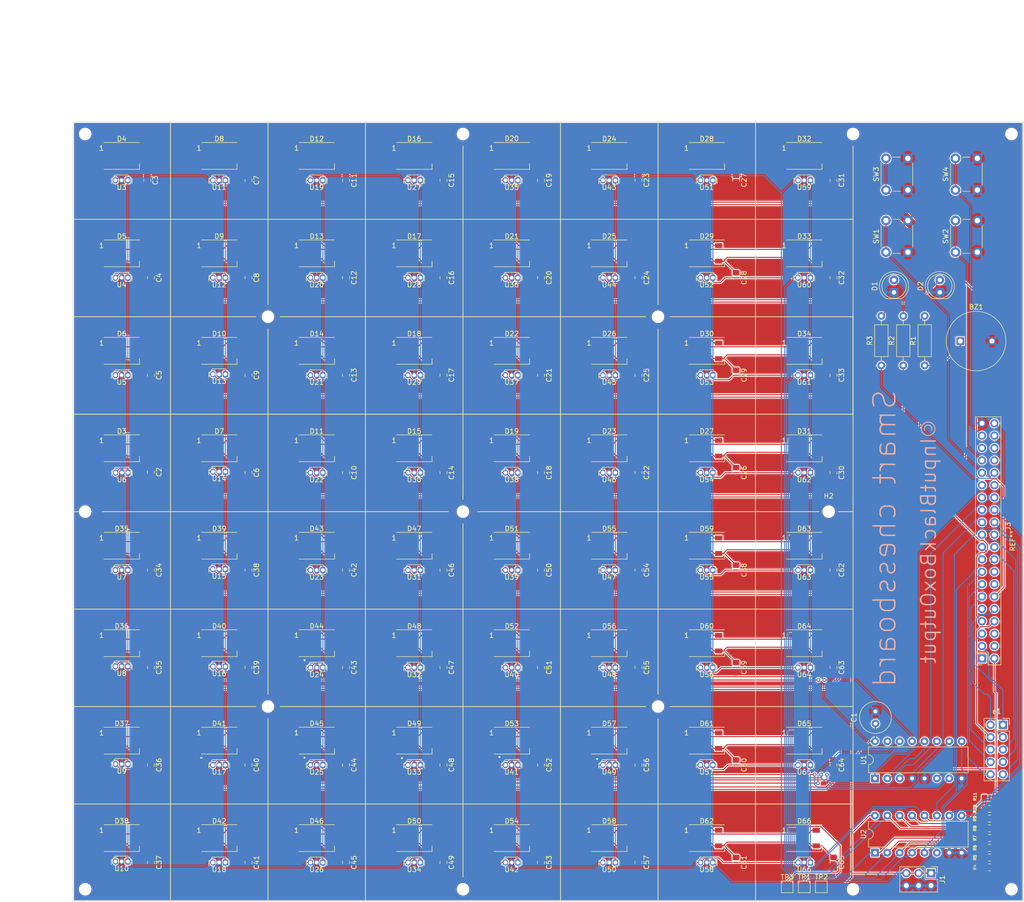
<source format=kicad_pcb>
(kicad_pcb (version 20171130) (host pcbnew "(5.1.4)-1")
  (layers (0 F.Cu signal) (31 B.Cu signal) (34 B.Paste user hide) (35 F.Paste user hide) (36 B.SilkS user) (37 F.SilkS user) (38 B.Mask user) (39 F.Mask user) (44 Edge.Cuts user))
  (net 0 "")
  (net 1 GND)
  (net 2 +5V)
  (net 3 "Net-(D1-Pad2)")
  (net 4 "Net-(D2-Pad2)")
  (net 5 /BTN2)
  (net 6 /BTN1)
  (net 7 /BTN3)
  (net 8 D_S2)
  (net 9 M_S1)
  (net 10 MUX_OUT)
  (net 11 /STAT_LED)
  (net 12 D_S0)
  (net 13 D_S1)
  (net 14 M_S2)
  (net 15 M_S0)
  (net 16 /BUZZER)
  (net 17 "Net-(BZ1-Pad1)")
  (net 18 /AUX4)
  (net 19 /AUX3)
  (net 20 /AUX5)
  (net 21 /AUX2)
  (net 22 /AUX1)
  (net 23 /AUX6)
  (net 24 "Net-(D3-Pad1)")
  (net 25 "Net-(D3-Pad4)")
  (net 26 "Net-(D4-Pad1)")
  (net 27 LED_DATA)
  (net 28 "Net-(D5-Pad1)")
  (net 29 "Net-(D32-Pad1)")
  (net 30 "Net-(D10-Pad4)")
  (net 31 "Net-(D33-Pad1)")
  (net 32 "Net-(D11-Pad4)")
  (net 33 "Net-(D12-Pad4)")
  (net 34 "Net-(D13-Pad4)")
  (net 35 "Net-(D10-Pad1)")
  (net 36 "Net-(D11-Pad1)")
  (net 37 "Net-(D12-Pad1)")
  (net 38 "Net-(D13-Pad1)")
  (net 39 "Net-(D14-Pad1)")
  (net 40 "Net-(D15-Pad1)")
  (net 41 "Net-(D16-Pad1)")
  (net 42 "Net-(D17-Pad1)")
  (net 43 "Net-(D18-Pad1)")
  (net 44 "Net-(D19-Pad1)")
  (net 45 "Net-(D20-Pad1)")
  (net 46 "Net-(D21-Pad1)")
  (net 47 "Net-(D22-Pad1)")
  (net 48 "Net-(D23-Pad1)")
  (net 49 "Net-(D24-Pad1)")
  (net 50 "Net-(D25-Pad1)")
  (net 51 "Net-(D26-Pad1)")
  (net 52 "Net-(D27-Pad1)")
  (net 53 "Net-(D28-Pad1)")
  (net 54 "Net-(D29-Pad1)")
  (net 55 "Net-(D30-Pad1)")
  (net 56 "Net-(D31-Pad1)")
  (net 57 "Net-(D35-Pad1)")
  (net 58 "Net-(D36-Pad1)")
  (net 59 "Net-(D36-Pad4)")
  (net 60 "Net-(D37-Pad1)")
  (net 61 "Net-(D37-Pad4)")
  (net 62 "Net-(D38-Pad1)")
  (net 63 "Net-(D38-Pad4)")
  (net 64 "Net-(D39-Pad1)")
  (net 65 "Net-(D40-Pad1)")
  (net 66 "Net-(D41-Pad1)")
  (net 67 "Net-(D42-Pad1)")
  (net 68 "Net-(D43-Pad1)")
  (net 69 "Net-(D44-Pad1)")
  (net 70 "Net-(D45-Pad1)")
  (net 71 "Net-(D46-Pad1)")
  (net 72 "Net-(D47-Pad1)")
  (net 73 "Net-(D48-Pad1)")
  (net 74 "Net-(D49-Pad1)")
  (net 75 "Net-(D50-Pad1)")
  (net 76 "Net-(D51-Pad1)")
  (net 77 "Net-(D52-Pad1)")
  (net 78 "Net-(D53-Pad1)")
  (net 79 "Net-(D54-Pad1)")
  (net 80 "Net-(D55-Pad1)")
  (net 81 "Net-(D56-Pad1)")
  (net 82 "Net-(D57-Pad1)")
  (net 83 "Net-(D58-Pad1)")
  (net 84 "Net-(D59-Pad1)")
  (net 85 "Net-(D60-Pad1)")
  (net 86 "Net-(D61-Pad1)")
  (net 87 "Net-(D62-Pad1)")
  (net 88 M_0)
  (net 89 D_0)
  (net 90 M_1)
  (net 91 M_2)
  (net 92 M_3)
  (net 93 M_4)
  (net 94 M_5)
  (net 95 M_6)
  (net 96 M_7)
  (net 97 D_1)
  (net 98 D_2)
  (net 99 D_3)
  (net 100 D_4)
  (net 101 D_5)
  (net 102 D_6)
  (net 103 D_7)
  (net 104 "Net-(D66-Pad1)")
  (net 105 /AUX10)
  (net 106 /AUX9)
  (net 107 /AUX8)
  (net 108 /AUX7)
  (net 109 /BTN4)
  (net 110 "Net-(J3-Pad30)")
  (net 111 "Net-(J3-Pad20)")
  (net 112 "Net-(J3-Pad6)")
  (net 113 "Net-(J3-Pad34)")
  (net 114 "Net-(J3-Pad1)")
  (net 115 "Net-(J3-Pad4)")
  (net 116 "Net-(J3-Pad28)")
  (net 117 "Net-(J3-Pad29)")
  (net 118 "Net-(J3-Pad9)")
  (net 119 "Net-(J3-Pad27)")
  (net 120 "Net-(J3-Pad14)")
  (net 121 "Net-(J3-Pad17)")
  (net 122 "Net-(J3-Pad25)")
  (net 123 "Net-(J3-Pad16)")
  (net 124 "Net-(U2-Pad6)")
  (module board:rpi_zero_outline (layer F.Cu) (at 246.47 160.12 180)
    (fp_text reference REF** (at -6.27 24.13 90) (layer F.SilkS))
    (fp_text value rpi_zero_outline)
  )
  (module Resistor_SMD:R_0805_2012Metric_Pad1.15x1.40mm_HandSolder (layer F.Cu) (at 248 188.75 180)
    (fp_text reference R11 (at 3 0.25 90) (layer F.SilkS) (effects (font (size 0.6 0.6))))
    (fp_text value 10k)
    (pad 2 smd roundrect (at 1.025 0 180) (size 1.15 1.4) (layers F.Cu F.Paste F.Mask) (roundrect_rratio 0.217391) (net 96 M_7))
    (pad 1 smd roundrect (at -1.025 0 180) (size 1.15 1.4) (layers F.Cu F.Paste F.Mask) (roundrect_rratio 0.217391) (net 2 +5V))
  )
  (module Resistor_SMD:R_0805_2012Metric_Pad1.15x1.40mm_HandSolder (layer F.Cu) (at 248 191 180)
    (fp_text reference R10 (at 3 0 90) (layer F.SilkS) (effects (font (size 0.6 0.6))))
    (fp_text value 10k)
    (pad 2 smd roundrect (at 1.025 0 180) (size 1.15 1.4) (layers F.Cu F.Paste F.Mask) (roundrect_rratio 0.217391) (net 95 M_6))
    (pad 1 smd roundrect (at -1.025 0 180) (size 1.15 1.4) (layers F.Cu F.Paste F.Mask) (roundrect_rratio 0.217391) (net 2 +5V))
  )
  (module Resistor_SMD:R_0805_2012Metric_Pad1.15x1.40mm_HandSolder (layer F.Cu) (at 248 193 180)
    (fp_text reference R9 (at 3 0 270) (layer F.SilkS) (effects (font (size 0.6 0.6))))
    (fp_text value 10k)
    (pad 2 smd roundrect (at 1.025 0 180) (size 1.15 1.4) (layers F.Cu F.Paste F.Mask) (roundrect_rratio 0.217391) (net 94 M_5))
    (pad 1 smd roundrect (at -1.025 0 180) (size 1.15 1.4) (layers F.Cu F.Paste F.Mask) (roundrect_rratio 0.217391) (net 2 +5V))
  )
  (module Resistor_SMD:R_0805_2012Metric_Pad1.15x1.40mm_HandSolder (layer F.Cu) (at 248 195 180)
    (fp_text reference R8 (at 3 0 90) (layer F.SilkS) (effects (font (size 0.6 0.6))))
    (fp_text value 10k)
    (pad 2 smd roundrect (at 1.025 0 180) (size 1.15 1.4) (layers F.Cu F.Paste F.Mask) (roundrect_rratio 0.217391) (net 93 M_4))
    (pad 1 smd roundrect (at -1.025 0 180) (size 1.15 1.4) (layers F.Cu F.Paste F.Mask) (roundrect_rratio 0.217391) (net 2 +5V))
  )
  (module Resistor_SMD:R_0805_2012Metric_Pad1.15x1.40mm_HandSolder (layer F.Cu) (at 248 197 180)
    (fp_text reference R7 (at 3 0 90) (layer F.SilkS) (effects (font (size 0.6 0.6))))
    (fp_text value 10k)
    (pad 2 smd roundrect (at 1.025 0 180) (size 1.15 1.4) (layers F.Cu F.Paste F.Mask) (roundrect_rratio 0.217391) (net 92 M_3))
    (pad 1 smd roundrect (at -1.025 0 180) (size 1.15 1.4) (layers F.Cu F.Paste F.Mask) (roundrect_rratio 0.217391) (net 2 +5V))
  )
  (module Resistor_SMD:R_0805_2012Metric_Pad1.15x1.40mm_HandSolder (layer F.Cu) (at 248 199 180)
    (fp_text reference R6 (at 3 0 90) (layer F.SilkS) (effects (font (size 0.6 0.6))))
    (fp_text value 10k)
    (pad 2 smd roundrect (at 1.025 0 180) (size 1.15 1.4) (layers F.Cu F.Paste F.Mask) (roundrect_rratio 0.217391) (net 91 M_2))
    (pad 1 smd roundrect (at -1.025 0 180) (size 1.15 1.4) (layers F.Cu F.Paste F.Mask) (roundrect_rratio 0.217391) (net 2 +5V))
  )
  (module Resistor_SMD:R_0805_2012Metric_Pad1.15x1.40mm_HandSolder (layer F.Cu) (at 248 201 180)
    (fp_text reference R5 (at 3 0 90) (layer F.SilkS) (effects (font (size 0.6 0.6))))
    (fp_text value 10k)
    (pad 2 smd roundrect (at 1.025 0 180) (size 1.15 1.4) (layers F.Cu F.Paste F.Mask) (roundrect_rratio 0.217391) (net 90 M_1))
    (pad 1 smd roundrect (at -1.025 0 180) (size 1.15 1.4) (layers F.Cu F.Paste F.Mask) (roundrect_rratio 0.217391) (net 2 +5V))
  )
  (module Resistor_SMD:R_0805_2012Metric_Pad1.15x1.40mm_HandSolder (layer F.Cu) (at 248 203 180)
    (fp_text reference R4 (at 3 0 90) (layer F.SilkS) (effects (font (size 0.6 0.6) (thickness 0.1))))
    (fp_text value 10k)
    (pad 2 smd roundrect (at 1.025 0 180) (size 1.15 1.4) (layers F.Cu F.Paste F.Mask) (roundrect_rratio 0.217391) (net 88 M_0))
    (pad 1 smd roundrect (at -1.025 0 180) (size 1.15 1.4) (layers F.Cu F.Paste F.Mask) (roundrect_rratio 0.217391) (net 2 +5V))
  )
  (module Button_Switch_THT:SW_PUSH_6mm_H5mm (layer F.Cu) (at 241 64 90)
    (fp_text reference SW4 (at 3.25 -2 90) (layer F.SilkS))
    (fp_text value SW_Push)
    (pad 1 thru_hole circle (at 6.5 0 180) (size 2 2) (drill 1.1) (layers *.Cu *.Mask) (net 109 /BTN4))
    (pad 2 thru_hole circle (at 6.5 4.5 180) (size 2 2) (drill 1.1) (layers *.Cu *.Mask) (net 1 GND))
    (pad 1 thru_hole circle (at 0 0 180) (size 2 2) (drill 1.1) (layers *.Cu *.Mask) (net 109 /BTN4))
    (pad 2 thru_hole circle (at 0 4.5 180) (size 2 2) (drill 1.1) (layers *.Cu *.Mask) (net 1 GND))
  )
  (module Connector_PinSocket_2.54mm:PinSocket_2x05_P2.54mm_Vertical (layer F.Cu) (at 250.75 173.75)
    (fp_text reference e1 (at -1.27 -2.77) (layer F.SilkS))
    (fp_text value Conn_02x05_Odd_Even)
    (pad 10 thru_hole oval (at -2.54 10.16) (size 1.7 1.7) (drill 1) (layers *.Cu *.Mask) (net 105 /AUX10))
    (pad 9 thru_hole oval (at 0 10.16) (size 1.7 1.7) (drill 1) (layers *.Cu *.Mask) (net 20 /AUX5))
    (pad 8 thru_hole oval (at -2.54 7.62) (size 1.7 1.7) (drill 1) (layers *.Cu *.Mask) (net 106 /AUX9))
    (pad 7 thru_hole oval (at 0 7.62) (size 1.7 1.7) (drill 1) (layers *.Cu *.Mask) (net 18 /AUX4))
    (pad 6 thru_hole oval (at -2.54 5.08) (size 1.7 1.7) (drill 1) (layers *.Cu *.Mask) (net 107 /AUX8))
    (pad 5 thru_hole oval (at 0 5.08) (size 1.7 1.7) (drill 1) (layers *.Cu *.Mask) (net 19 /AUX3))
    (pad 4 thru_hole oval (at -2.54 2.54) (size 1.7 1.7) (drill 1) (layers *.Cu *.Mask) (net 108 /AUX7))
    (pad 3 thru_hole oval (at 0 2.54) (size 1.7 1.7) (drill 1) (layers *.Cu *.Mask) (net 21 /AUX2))
    (pad 2 thru_hole oval (at -2.54 0) (size 1.7 1.7) (drill 1) (layers *.Cu *.Mask) (net 23 /AUX6))
    (pad 1 thru_hole rect (at 0 0) (size 1.7 1.7) (drill 1) (layers *.Cu *.Mask) (net 22 /AUX1))
  )
  (module LED_SMD:LED_WS2812B_PLCC4_5.0x5.0mm_P3.2mm (layer F.Cu) (at 130 57)
    (fp_text reference D16 (at 0 -3.5) (layer F.SilkS))
    (fp_text value WS2812B)
    (fp_text user 1 (at -4.15 -1.6) (layer F.SilkS))
    (pad 1 smd rect (at -2.45 -1.6) (size 1.5 1) (layers F.Cu F.Paste F.Mask) (net 41 "Net-(D16-Pad1)"))
    (pad 2 smd rect (at -2.45 1.6) (size 1.5 1) (layers F.Cu F.Paste F.Mask) (net 1 GND))
    (pad 4 smd rect (at 2.45 -1.6) (size 1.5 1) (layers F.Cu F.Paste F.Mask) (net 37 "Net-(D12-Pad1)"))
    (pad 3 smd rect (at 2.45 1.6) (size 1.5 1) (layers F.Cu F.Paste F.Mask) (net 2 +5V))
  )
  (module TestPoint:TestPoint_Pad_2.0x2.0mm (layer F.Cu) (at 206.5 207)
    (fp_text reference TP3 (at 0 -1.998) (layer F.SilkS))
    (fp_text value TestPoint)
    (pad 1 smd rect (at 0 0) (size 2 2) (layers F.Cu F.Mask) (net 2 +5V))
  )
  (module TestPoint:TestPoint_Pad_2.0x2.0mm (layer F.Cu) (at 213.5 207)
    (fp_text reference TP2 (at 0 -1.998) (layer F.SilkS))
    (fp_text value TestPoint)
    (pad 1 smd rect (at 0 0) (size 2 2) (layers F.Cu F.Mask) (net 1 GND))
  )
  (module TestPoint:TestPoint_Pad_2.0x2.0mm (layer F.Cu) (at 210 207)
    (fp_text reference TP1 (at 0 -1.998) (layer F.SilkS))
    (fp_text value TestPoint)
    (pad 1 smd rect (at 0 0) (size 2 2) (layers F.Cu F.Mask) (net 104 "Net-(D66-Pad1)"))
  )
  (module MountingHole:MountingHole_2.2mm_M2 (layer F.Cu) (at 140 130)
    (fp_text reference H15)
    (fp_text value MountingHole)
    (pad 1 np_thru_hole circle (at 0 0) (size 2.2 2.2) (drill 2.2) (layers *.Cu *.Mask))
  )
  (module MountingHole:MountingHole_2.2mm_M2 (layer F.Cu) (at 180 170)
    (fp_text reference H14)
    (fp_text value MountingHole)
    (pad 1 np_thru_hole circle (at 0 0) (size 2.2 2.2) (drill 2.2) (layers *.Cu *.Mask))
  )
  (module MountingHole:MountingHole_2.2mm_M2 (layer F.Cu) (at 100 90)
    (fp_text reference H13)
    (fp_text value MountingHole)
    (pad 1 np_thru_hole circle (at 0 0) (size 2.2 2.2) (drill 2.2) (layers *.Cu *.Mask))
  )
  (module MountingHole:MountingHole_2.2mm_M2 (layer F.Cu) (at 100 170)
    (fp_text reference H12)
    (fp_text value MountingHole)
    (pad 1 np_thru_hole circle (at 0 0) (size 2.2 2.2) (drill 2.2) (layers *.Cu *.Mask))
  )
  (module MountingHole:MountingHole_2.2mm_M2 (layer F.Cu) (at 180 90)
    (fp_text reference H11)
    (fp_text value MountingHole)
    (pad 1 np_thru_hole circle (at 0 0) (size 2.2 2.2) (drill 2.2) (layers *.Cu *.Mask))
  )
  (module Package_TO_SOT_THT:TO-92Flat (layer F.Cu) (at 211.25 202 180)
    (fp_text reference U66 (at 1.27 -1.45) (layer F.SilkS))
    (fp_text value A3144)
    (pad 1 thru_hole roundrect (at 0 0 180) (size 1.05 1.3) (drill 0.75) (layers *.Cu *.Mask) (roundrect_rratio 0.238) (net 103 D_7))
    (pad 3 thru_hole oval (at 2.54 0 180) (size 1.05 1.3) (drill 0.75) (layers *.Cu *.Mask) (net 96 M_7))
    (pad 2 thru_hole oval (at 1.27 0 180) (size 1.05 1.3) (drill 0.75) (layers *.Cu *.Mask) (net 1 GND))
  )
  (module Package_TO_SOT_THT:TO-92Flat (layer F.Cu) (at 211.25 182 180)
    (fp_text reference U65 (at 1.27 -1.45) (layer F.SilkS))
    (fp_text value A3144)
    (pad 1 thru_hole roundrect (at 0 0 180) (size 1.05 1.3) (drill 0.75) (layers *.Cu *.Mask) (roundrect_rratio 0.238) (net 103 D_7))
    (pad 3 thru_hole oval (at 2.54 0 180) (size 1.05 1.3) (drill 0.75) (layers *.Cu *.Mask) (net 95 M_6))
    (pad 2 thru_hole oval (at 1.27 0 180) (size 1.05 1.3) (drill 0.75) (layers *.Cu *.Mask) (net 1 GND))
  )
  (module Package_TO_SOT_THT:TO-92Flat (layer F.Cu) (at 211.25 162 180)
    (fp_text reference U64 (at 1.27 -1.45) (layer F.SilkS))
    (fp_text value A3144)
    (pad 1 thru_hole roundrect (at 0 0 180) (size 1.05 1.3) (drill 0.75) (layers *.Cu *.Mask) (roundrect_rratio 0.238) (net 103 D_7))
    (pad 3 thru_hole oval (at 2.54 0 180) (size 1.05 1.3) (drill 0.75) (layers *.Cu *.Mask) (net 94 M_5))
    (pad 2 thru_hole oval (at 1.27 0 180) (size 1.05 1.3) (drill 0.75) (layers *.Cu *.Mask) (net 1 GND))
  )
  (module Package_TO_SOT_THT:TO-92Flat (layer F.Cu) (at 211.25 142 180)
    (fp_text reference U63 (at 1.27 -1.45) (layer F.SilkS))
    (fp_text value A3144)
    (pad 1 thru_hole roundrect (at 0 0 180) (size 1.05 1.3) (drill 0.75) (layers *.Cu *.Mask) (roundrect_rratio 0.238) (net 103 D_7))
    (pad 3 thru_hole oval (at 2.54 0 180) (size 1.05 1.3) (drill 0.75) (layers *.Cu *.Mask) (net 93 M_4))
    (pad 2 thru_hole oval (at 1.27 0 180) (size 1.05 1.3) (drill 0.75) (layers *.Cu *.Mask) (net 1 GND))
  )
  (module Package_TO_SOT_THT:TO-92Flat (layer F.Cu) (at 211.25 122 180)
    (fp_text reference U62 (at 1.27 -1.45) (layer F.SilkS))
    (fp_text value A3144)
    (pad 1 thru_hole roundrect (at 0 0 180) (size 1.05 1.3) (drill 0.75) (layers *.Cu *.Mask) (roundrect_rratio 0.238) (net 103 D_7))
    (pad 3 thru_hole oval (at 2.54 0 180) (size 1.05 1.3) (drill 0.75) (layers *.Cu *.Mask) (net 92 M_3))
    (pad 2 thru_hole oval (at 1.27 0 180) (size 1.05 1.3) (drill 0.75) (layers *.Cu *.Mask) (net 1 GND))
  )
  (module Package_TO_SOT_THT:TO-92Flat (layer F.Cu) (at 211.25 102 180)
    (fp_text reference U61 (at 1.27 -1.45) (layer F.SilkS))
    (fp_text value A3144)
    (pad 1 thru_hole roundrect (at 0 0 180) (size 1.05 1.3) (drill 0.75) (layers *.Cu *.Mask) (roundrect_rratio 0.238) (net 103 D_7))
    (pad 3 thru_hole oval (at 2.54 0 180) (size 1.05 1.3) (drill 0.75) (layers *.Cu *.Mask) (net 91 M_2))
    (pad 2 thru_hole oval (at 1.27 0 180) (size 1.05 1.3) (drill 0.75) (layers *.Cu *.Mask) (net 1 GND))
  )
  (module Package_TO_SOT_THT:TO-92Flat (layer F.Cu) (at 211.25 62 180)
    (fp_text reference U59 (at 1.27 -1.45) (layer F.SilkS))
    (fp_text value A3144)
    (pad 1 thru_hole roundrect (at 0 0 180) (size 1.05 1.3) (drill 0.75) (layers *.Cu *.Mask) (roundrect_rratio 0.238) (net 103 D_7))
    (pad 3 thru_hole oval (at 2.54 0 180) (size 1.05 1.3) (drill 0.75) (layers *.Cu *.Mask) (net 88 M_0))
    (pad 2 thru_hole oval (at 1.27 0 180) (size 1.05 1.3) (drill 0.75) (layers *.Cu *.Mask) (net 1 GND))
  )
  (module Package_TO_SOT_THT:TO-92Flat (layer F.Cu) (at 191.25 202 180)
    (fp_text reference U58 (at 1.27 -1.45) (layer F.SilkS))
    (fp_text value A3144)
    (pad 1 thru_hole roundrect (at 0 0 180) (size 1.05 1.3) (drill 0.75) (layers *.Cu *.Mask) (roundrect_rratio 0.238) (net 102 D_6))
    (pad 3 thru_hole oval (at 2.54 0 180) (size 1.05 1.3) (drill 0.75) (layers *.Cu *.Mask) (net 96 M_7))
    (pad 2 thru_hole oval (at 1.27 0 180) (size 1.05 1.3) (drill 0.75) (layers *.Cu *.Mask) (net 1 GND))
  )
  (module Package_TO_SOT_THT:TO-92Flat (layer F.Cu) (at 191.25 182 180)
    (fp_text reference U57 (at 1.27 -1.45) (layer F.SilkS))
    (fp_text value A3144)
    (pad 1 thru_hole roundrect (at 0 0 180) (size 1.05 1.3) (drill 0.75) (layers *.Cu *.Mask) (roundrect_rratio 0.238) (net 102 D_6))
    (pad 3 thru_hole oval (at 2.54 0 180) (size 1.05 1.3) (drill 0.75) (layers *.Cu *.Mask) (net 95 M_6))
    (pad 2 thru_hole oval (at 1.27 0 180) (size 1.05 1.3) (drill 0.75) (layers *.Cu *.Mask) (net 1 GND))
  )
  (module Package_TO_SOT_THT:TO-92Flat (layer F.Cu) (at 191.25 162 180)
    (fp_text reference U56 (at 1.27 -1.45) (layer F.SilkS))
    (fp_text value A3144)
    (pad 1 thru_hole roundrect (at 0 0 180) (size 1.05 1.3) (drill 0.75) (layers *.Cu *.Mask) (roundrect_rratio 0.238) (net 102 D_6))
    (pad 3 thru_hole oval (at 2.54 0 180) (size 1.05 1.3) (drill 0.75) (layers *.Cu *.Mask) (net 94 M_5))
    (pad 2 thru_hole oval (at 1.27 0 180) (size 1.05 1.3) (drill 0.75) (layers *.Cu *.Mask) (net 1 GND))
  )
  (module Package_TO_SOT_THT:TO-92Flat (layer F.Cu) (at 191.25 142 180)
    (fp_text reference U55 (at 1.27 -1.45) (layer F.SilkS))
    (fp_text value A3144)
    (pad 1 thru_hole roundrect (at 0 0 180) (size 1.05 1.3) (drill 0.75) (layers *.Cu *.Mask) (roundrect_rratio 0.238) (net 102 D_6))
    (pad 3 thru_hole oval (at 2.54 0 180) (size 1.05 1.3) (drill 0.75) (layers *.Cu *.Mask) (net 93 M_4))
    (pad 2 thru_hole oval (at 1.27 0 180) (size 1.05 1.3) (drill 0.75) (layers *.Cu *.Mask) (net 1 GND))
  )
  (module Package_TO_SOT_THT:TO-92Flat (layer F.Cu) (at 191.25 122 180)
    (fp_text reference U54 (at 1.27 -1.45) (layer F.SilkS))
    (fp_text value A3144)
    (pad 1 thru_hole roundrect (at 0 0 180) (size 1.05 1.3) (drill 0.75) (layers *.Cu *.Mask) (roundrect_rratio 0.238) (net 102 D_6))
    (pad 3 thru_hole oval (at 2.54 0 180) (size 1.05 1.3) (drill 0.75) (layers *.Cu *.Mask) (net 92 M_3))
    (pad 2 thru_hole oval (at 1.27 0 180) (size 1.05 1.3) (drill 0.75) (layers *.Cu *.Mask) (net 1 GND))
  )
  (module Package_TO_SOT_THT:TO-92Flat (layer F.Cu) (at 191.25 102 180)
    (fp_text reference U53 (at 1.27 -1.45) (layer F.SilkS))
    (fp_text value A3144)
    (pad 1 thru_hole roundrect (at 0 0 180) (size 1.05 1.3) (drill 0.75) (layers *.Cu *.Mask) (roundrect_rratio 0.238) (net 102 D_6))
    (pad 3 thru_hole oval (at 2.54 0 180) (size 1.05 1.3) (drill 0.75) (layers *.Cu *.Mask) (net 91 M_2))
    (pad 2 thru_hole oval (at 1.27 0 180) (size 1.05 1.3) (drill 0.75) (layers *.Cu *.Mask) (net 1 GND))
  )
  (module Package_TO_SOT_THT:TO-92Flat (layer F.Cu) (at 191.25 62 180)
    (fp_text reference U51 (at 1.27 -1.45) (layer F.SilkS))
    (fp_text value A3144)
    (pad 1 thru_hole roundrect (at 0 0 180) (size 1.05 1.3) (drill 0.75) (layers *.Cu *.Mask) (roundrect_rratio 0.238) (net 102 D_6))
    (pad 3 thru_hole oval (at 2.54 0 180) (size 1.05 1.3) (drill 0.75) (layers *.Cu *.Mask) (net 88 M_0))
    (pad 2 thru_hole oval (at 1.27 0 180) (size 1.05 1.3) (drill 0.75) (layers *.Cu *.Mask) (net 1 GND))
  )
  (module Package_TO_SOT_THT:TO-92Flat (layer F.Cu) (at 171.25 202 180)
    (fp_text reference U50 (at 1.27 -1.45) (layer F.SilkS))
    (fp_text value A3144)
    (pad 1 thru_hole roundrect (at 0 0 180) (size 1.05 1.3) (drill 0.75) (layers *.Cu *.Mask) (roundrect_rratio 0.238) (net 101 D_5))
    (pad 3 thru_hole oval (at 2.54 0 180) (size 1.05 1.3) (drill 0.75) (layers *.Cu *.Mask) (net 96 M_7))
    (pad 2 thru_hole oval (at 1.27 0 180) (size 1.05 1.3) (drill 0.75) (layers *.Cu *.Mask) (net 1 GND))
  )
  (module Package_TO_SOT_THT:TO-92Flat (layer F.Cu) (at 171.25 182 180)
    (fp_text reference U49 (at 1.27 -1.45) (layer F.SilkS))
    (fp_text value A3144)
    (pad 1 thru_hole roundrect (at 0 0 180) (size 1.05 1.3) (drill 0.75) (layers *.Cu *.Mask) (roundrect_rratio 0.238) (net 101 D_5))
    (pad 3 thru_hole oval (at 2.54 0 180) (size 1.05 1.3) (drill 0.75) (layers *.Cu *.Mask) (net 95 M_6))
    (pad 2 thru_hole oval (at 1.27 0 180) (size 1.05 1.3) (drill 0.75) (layers *.Cu *.Mask) (net 1 GND))
  )
  (module Package_TO_SOT_THT:TO-92Flat (layer F.Cu) (at 171.25 162 180)
    (fp_text reference U48 (at 1.27 -1.45) (layer F.SilkS))
    (fp_text value A3144)
    (pad 1 thru_hole roundrect (at 0 0 180) (size 1.05 1.3) (drill 0.75) (layers *.Cu *.Mask) (roundrect_rratio 0.238) (net 101 D_5))
    (pad 3 thru_hole oval (at 2.54 0 180) (size 1.05 1.3) (drill 0.75) (layers *.Cu *.Mask) (net 94 M_5))
    (pad 2 thru_hole oval (at 1.27 0 180) (size 1.05 1.3) (drill 0.75) (layers *.Cu *.Mask) (net 1 GND))
  )
  (module Package_TO_SOT_THT:TO-92Flat (layer F.Cu) (at 171.25 142 180)
    (fp_text reference U47 (at 1.27 -1.45) (layer F.SilkS))
    (fp_text value A3144)
    (pad 1 thru_hole roundrect (at 0 0 180) (size 1.05 1.3) (drill 0.75) (layers *.Cu *.Mask) (roundrect_rratio 0.238) (net 101 D_5))
    (pad 3 thru_hole oval (at 2.54 0 180) (size 1.05 1.3) (drill 0.75) (layers *.Cu *.Mask) (net 93 M_4))
    (pad 2 thru_hole oval (at 1.27 0 180) (size 1.05 1.3) (drill 0.75) (layers *.Cu *.Mask) (net 1 GND))
  )
  (module Package_TO_SOT_THT:TO-92Flat (layer F.Cu) (at 171.25 122 180)
    (fp_text reference U46 (at 1.27 -1.45) (layer F.SilkS))
    (fp_text value A3144)
    (pad 1 thru_hole roundrect (at 0 0 180) (size 1.05 1.3) (drill 0.75) (layers *.Cu *.Mask) (roundrect_rratio 0.238) (net 101 D_5))
    (pad 3 thru_hole oval (at 2.54 0 180) (size 1.05 1.3) (drill 0.75) (layers *.Cu *.Mask) (net 92 M_3))
    (pad 2 thru_hole oval (at 1.27 0 180) (size 1.05 1.3) (drill 0.75) (layers *.Cu *.Mask) (net 1 GND))
  )
  (module Package_TO_SOT_THT:TO-92Flat (layer F.Cu) (at 171.25 102 180)
    (fp_text reference U45 (at 1.27 -1.45) (layer F.SilkS))
    (fp_text value A3144)
    (pad 1 thru_hole roundrect (at 0 0 180) (size 1.05 1.3) (drill 0.75) (layers *.Cu *.Mask) (roundrect_rratio 0.238) (net 101 D_5))
    (pad 3 thru_hole oval (at 2.54 0 180) (size 1.05 1.3) (drill 0.75) (layers *.Cu *.Mask) (net 91 M_2))
    (pad 2 thru_hole oval (at 1.27 0 180) (size 1.05 1.3) (drill 0.75) (layers *.Cu *.Mask) (net 1 GND))
  )
  (module Package_TO_SOT_THT:TO-92Flat (layer F.Cu) (at 171.25 62 180)
    (fp_text reference U43 (at 1.27 -1.45) (layer F.SilkS))
    (fp_text value A3144)
    (pad 1 thru_hole roundrect (at 0 0 180) (size 1.05 1.3) (drill 0.75) (layers *.Cu *.Mask) (roundrect_rratio 0.238) (net 101 D_5))
    (pad 3 thru_hole oval (at 2.54 0 180) (size 1.05 1.3) (drill 0.75) (layers *.Cu *.Mask) (net 88 M_0))
    (pad 2 thru_hole oval (at 1.27 0 180) (size 1.05 1.3) (drill 0.75) (layers *.Cu *.Mask) (net 1 GND))
  )
  (module Package_TO_SOT_THT:TO-92Flat (layer F.Cu) (at 151.25 202 180)
    (fp_text reference U42 (at 1.27 -1.45) (layer F.SilkS))
    (fp_text value A3144)
    (pad 1 thru_hole roundrect (at 0 0 180) (size 1.05 1.3) (drill 0.75) (layers *.Cu *.Mask) (roundrect_rratio 0.238) (net 100 D_4))
    (pad 3 thru_hole oval (at 2.54 0 180) (size 1.05 1.3) (drill 0.75) (layers *.Cu *.Mask) (net 96 M_7))
    (pad 2 thru_hole oval (at 1.27 0 180) (size 1.05 1.3) (drill 0.75) (layers *.Cu *.Mask) (net 1 GND))
  )
  (module Package_TO_SOT_THT:TO-92Flat (layer F.Cu) (at 151.25 182 180)
    (fp_text reference U41 (at 1.27 -1.45) (layer F.SilkS))
    (fp_text value A3144)
    (pad 1 thru_hole roundrect (at 0 0 180) (size 1.05 1.3) (drill 0.75) (layers *.Cu *.Mask) (roundrect_rratio 0.238) (net 100 D_4))
    (pad 3 thru_hole oval (at 2.54 0 180) (size 1.05 1.3) (drill 0.75) (layers *.Cu *.Mask) (net 95 M_6))
    (pad 2 thru_hole oval (at 1.27 0 180) (size 1.05 1.3) (drill 0.75) (layers *.Cu *.Mask) (net 1 GND))
  )
  (module Package_TO_SOT_THT:TO-92Flat (layer F.Cu) (at 151.25 162 180)
    (fp_text reference U40 (at 1.27 -1.45) (layer F.SilkS))
    (fp_text value A3144)
    (pad 1 thru_hole roundrect (at 0 0 180) (size 1.05 1.3) (drill 0.75) (layers *.Cu *.Mask) (roundrect_rratio 0.238) (net 100 D_4))
    (pad 3 thru_hole oval (at 2.54 0 180) (size 1.05 1.3) (drill 0.75) (layers *.Cu *.Mask) (net 94 M_5))
    (pad 2 thru_hole oval (at 1.27 0 180) (size 1.05 1.3) (drill 0.75) (layers *.Cu *.Mask) (net 1 GND))
  )
  (module Package_TO_SOT_THT:TO-92Flat (layer F.Cu) (at 151.25 142 180)
    (fp_text reference U39 (at 1.27 -1.45) (layer F.SilkS))
    (fp_text value A3144)
    (pad 1 thru_hole roundrect (at 0 0 180) (size 1.05 1.3) (drill 0.75) (layers *.Cu *.Mask) (roundrect_rratio 0.238) (net 100 D_4))
    (pad 3 thru_hole oval (at 2.54 0 180) (size 1.05 1.3) (drill 0.75) (layers *.Cu *.Mask) (net 93 M_4))
    (pad 2 thru_hole oval (at 1.27 0 180) (size 1.05 1.3) (drill 0.75) (layers *.Cu *.Mask) (net 1 GND))
  )
  (module Package_TO_SOT_THT:TO-92Flat (layer F.Cu) (at 151.25 122 180)
    (fp_text reference U38 (at 1.27 -1.45) (layer F.SilkS))
    (fp_text value A3144)
    (pad 1 thru_hole roundrect (at 0 0 180) (size 1.05 1.3) (drill 0.75) (layers *.Cu *.Mask) (roundrect_rratio 0.238) (net 100 D_4))
    (pad 3 thru_hole oval (at 2.54 0 180) (size 1.05 1.3) (drill 0.75) (layers *.Cu *.Mask) (net 92 M_3))
    (pad 2 thru_hole oval (at 1.27 0 180) (size 1.05 1.3) (drill 0.75) (layers *.Cu *.Mask) (net 1 GND))
  )
  (module Package_TO_SOT_THT:TO-92Flat (layer F.Cu) (at 151.25 102 180)
    (fp_text reference U37 (at 1.27 -1.45) (layer F.SilkS))
    (fp_text value A3144)
    (pad 1 thru_hole roundrect (at 0 0 180) (size 1.05 1.3) (drill 0.75) (layers *.Cu *.Mask) (roundrect_rratio 0.238) (net 100 D_4))
    (pad 3 thru_hole oval (at 2.54 0 180) (size 1.05 1.3) (drill 0.75) (layers *.Cu *.Mask) (net 91 M_2))
    (pad 2 thru_hole oval (at 1.27 0 180) (size 1.05 1.3) (drill 0.75) (layers *.Cu *.Mask) (net 1 GND))
  )
  (module Package_TO_SOT_THT:TO-92Flat (layer F.Cu) (at 151.25 62 180)
    (fp_text reference U35 (at 1.27 -1.45) (layer F.SilkS))
    (fp_text value A3144)
    (pad 1 thru_hole roundrect (at 0 0 180) (size 1.05 1.3) (drill 0.75) (layers *.Cu *.Mask) (roundrect_rratio 0.238) (net 100 D_4))
    (pad 3 thru_hole oval (at 2.54 0 180) (size 1.05 1.3) (drill 0.75) (layers *.Cu *.Mask) (net 88 M_0))
    (pad 2 thru_hole oval (at 1.27 0 180) (size 1.05 1.3) (drill 0.75) (layers *.Cu *.Mask) (net 1 GND))
  )
  (module Package_TO_SOT_THT:TO-92Flat (layer F.Cu) (at 131.25 202 180)
    (fp_text reference U34 (at 1.27 -1.45) (layer F.SilkS))
    (fp_text value A3144)
    (pad 1 thru_hole roundrect (at 0 0 180) (size 1.05 1.3) (drill 0.75) (layers *.Cu *.Mask) (roundrect_rratio 0.238) (net 99 D_3))
    (pad 3 thru_hole oval (at 2.54 0 180) (size 1.05 1.3) (drill 0.75) (layers *.Cu *.Mask) (net 96 M_7))
    (pad 2 thru_hole oval (at 1.27 0 180) (size 1.05 1.3) (drill 0.75) (layers *.Cu *.Mask) (net 1 GND))
  )
  (module Package_TO_SOT_THT:TO-92Flat (layer F.Cu) (at 131.25 182 180)
    (fp_text reference U33 (at 1.27 -1.45) (layer F.SilkS))
    (fp_text value A3144)
    (pad 1 thru_hole roundrect (at 0 0 180) (size 1.05 1.3) (drill 0.75) (layers *.Cu *.Mask) (roundrect_rratio 0.238) (net 99 D_3))
    (pad 3 thru_hole oval (at 2.54 0 180) (size 1.05 1.3) (drill 0.75) (layers *.Cu *.Mask) (net 95 M_6))
    (pad 2 thru_hole oval (at 1.27 0 180) (size 1.05 1.3) (drill 0.75) (layers *.Cu *.Mask) (net 1 GND))
  )
  (module Package_TO_SOT_THT:TO-92Flat (layer F.Cu) (at 131.25 162 180)
    (fp_text reference U32 (at 1.27 -1.45) (layer F.SilkS))
    (fp_text value A3144)
    (pad 1 thru_hole roundrect (at 0 0 180) (size 1.05 1.3) (drill 0.75) (layers *.Cu *.Mask) (roundrect_rratio 0.238) (net 99 D_3))
    (pad 3 thru_hole oval (at 2.54 0 180) (size 1.05 1.3) (drill 0.75) (layers *.Cu *.Mask) (net 94 M_5))
    (pad 2 thru_hole oval (at 1.27 0 180) (size 1.05 1.3) (drill 0.75) (layers *.Cu *.Mask) (net 1 GND))
  )
  (module Package_TO_SOT_THT:TO-92Flat (layer F.Cu) (at 131.25 142 180)
    (fp_text reference U31 (at 1.27 -1.45) (layer F.SilkS))
    (fp_text value A3144)
    (pad 1 thru_hole roundrect (at 0 0 180) (size 1.05 1.3) (drill 0.75) (layers *.Cu *.Mask) (roundrect_rratio 0.238) (net 99 D_3))
    (pad 3 thru_hole oval (at 2.54 0 180) (size 1.05 1.3) (drill 0.75) (layers *.Cu *.Mask) (net 93 M_4))
    (pad 2 thru_hole oval (at 1.27 0 180) (size 1.05 1.3) (drill 0.75) (layers *.Cu *.Mask) (net 1 GND))
  )
  (module Package_TO_SOT_THT:TO-92Flat (layer F.Cu) (at 131.25 122 180)
    (fp_text reference U30 (at 1.27 -1.45) (layer F.SilkS))
    (fp_text value A3144)
    (pad 1 thru_hole roundrect (at 0 0 180) (size 1.05 1.3) (drill 0.75) (layers *.Cu *.Mask) (roundrect_rratio 0.238) (net 99 D_3))
    (pad 3 thru_hole oval (at 2.54 0 180) (size 1.05 1.3) (drill 0.75) (layers *.Cu *.Mask) (net 92 M_3))
    (pad 2 thru_hole oval (at 1.27 0 180) (size 1.05 1.3) (drill 0.75) (layers *.Cu *.Mask) (net 1 GND))
  )
  (module Package_TO_SOT_THT:TO-92Flat (layer F.Cu) (at 131.25 102 180)
    (fp_text reference U29 (at 1.27 -1.45) (layer F.SilkS))
    (fp_text value A3144)
    (pad 1 thru_hole roundrect (at 0 0 180) (size 1.05 1.3) (drill 0.75) (layers *.Cu *.Mask) (roundrect_rratio 0.238) (net 99 D_3))
    (pad 3 thru_hole oval (at 2.54 0 180) (size 1.05 1.3) (drill 0.75) (layers *.Cu *.Mask) (net 91 M_2))
    (pad 2 thru_hole oval (at 1.27 0 180) (size 1.05 1.3) (drill 0.75) (layers *.Cu *.Mask) (net 1 GND))
  )
  (module Package_TO_SOT_THT:TO-92Flat (layer F.Cu) (at 131.25 62 180)
    (fp_text reference U27 (at 1.27 -1.45) (layer F.SilkS))
    (fp_text value A3144)
    (pad 1 thru_hole roundrect (at 0 0 180) (size 1.05 1.3) (drill 0.75) (layers *.Cu *.Mask) (roundrect_rratio 0.238) (net 99 D_3))
    (pad 3 thru_hole oval (at 2.54 0 180) (size 1.05 1.3) (drill 0.75) (layers *.Cu *.Mask) (net 88 M_0))
    (pad 2 thru_hole oval (at 1.27 0 180) (size 1.05 1.3) (drill 0.75) (layers *.Cu *.Mask) (net 1 GND))
  )
  (module Package_TO_SOT_THT:TO-92Flat (layer F.Cu) (at 111.25 202 180)
    (fp_text reference U26 (at 1.27 -1.45) (layer F.SilkS))
    (fp_text value A3144)
    (pad 1 thru_hole roundrect (at 0 0 180) (size 1.05 1.3) (drill 0.75) (layers *.Cu *.Mask) (roundrect_rratio 0.238) (net 98 D_2))
    (pad 3 thru_hole oval (at 2.54 0 180) (size 1.05 1.3) (drill 0.75) (layers *.Cu *.Mask) (net 96 M_7))
    (pad 2 thru_hole oval (at 1.27 0 180) (size 1.05 1.3) (drill 0.75) (layers *.Cu *.Mask) (net 1 GND))
  )
  (module Package_TO_SOT_THT:TO-92Flat (layer F.Cu) (at 111.25 182 180)
    (fp_text reference U25 (at 1.27 -1.45) (layer F.SilkS))
    (fp_text value A3144)
    (pad 1 thru_hole roundrect (at 0 0 180) (size 1.05 1.3) (drill 0.75) (layers *.Cu *.Mask) (roundrect_rratio 0.238) (net 98 D_2))
    (pad 3 thru_hole oval (at 2.54 0 180) (size 1.05 1.3) (drill 0.75) (layers *.Cu *.Mask) (net 95 M_6))
    (pad 2 thru_hole oval (at 1.27 0 180) (size 1.05 1.3) (drill 0.75) (layers *.Cu *.Mask) (net 1 GND))
  )
  (module Package_TO_SOT_THT:TO-92Flat (layer F.Cu) (at 111.25 162 180)
    (fp_text reference U24 (at 1.27 -1.45) (layer F.SilkS))
    (fp_text value A3144)
    (pad 1 thru_hole roundrect (at 0 0 180) (size 1.05 1.3) (drill 0.75) (layers *.Cu *.Mask) (roundrect_rratio 0.238) (net 98 D_2))
    (pad 3 thru_hole oval (at 2.54 0 180) (size 1.05 1.3) (drill 0.75) (layers *.Cu *.Mask) (net 94 M_5))
    (pad 2 thru_hole oval (at 1.27 0 180) (size 1.05 1.3) (drill 0.75) (layers *.Cu *.Mask) (net 1 GND))
  )
  (module Package_TO_SOT_THT:TO-92Flat (layer F.Cu) (at 111.25 142 180)
    (fp_text reference U23 (at 1.27 -1.45) (layer F.SilkS))
    (fp_text value A3144)
    (pad 1 thru_hole roundrect (at 0 0 180) (size 1.05 1.3) (drill 0.75) (layers *.Cu *.Mask) (roundrect_rratio 0.238) (net 98 D_2))
    (pad 3 thru_hole oval (at 2.54 0 180) (size 1.05 1.3) (drill 0.75) (layers *.Cu *.Mask) (net 93 M_4))
    (pad 2 thru_hole oval (at 1.27 0 180) (size 1.05 1.3) (drill 0.75) (layers *.Cu *.Mask) (net 1 GND))
  )
  (module Package_TO_SOT_THT:TO-92Flat (layer F.Cu) (at 111.25 122 180)
    (fp_text reference U22 (at 1.27 -1.45) (layer F.SilkS))
    (fp_text value A3144)
    (pad 1 thru_hole roundrect (at 0 0 180) (size 1.05 1.3) (drill 0.75) (layers *.Cu *.Mask) (roundrect_rratio 0.238) (net 98 D_2))
    (pad 3 thru_hole oval (at 2.54 0 180) (size 1.05 1.3) (drill 0.75) (layers *.Cu *.Mask) (net 92 M_3))
    (pad 2 thru_hole oval (at 1.27 0 180) (size 1.05 1.3) (drill 0.75) (layers *.Cu *.Mask) (net 1 GND))
  )
  (module Package_TO_SOT_THT:TO-92Flat (layer F.Cu) (at 111.25 102 180)
    (fp_text reference U21 (at 1.27 -1.45) (layer F.SilkS))
    (fp_text value A3144)
    (pad 1 thru_hole roundrect (at 0 0 180) (size 1.05 1.3) (drill 0.75) (layers *.Cu *.Mask) (roundrect_rratio 0.238) (net 98 D_2))
    (pad 3 thru_hole oval (at 2.54 0 180) (size 1.05 1.3) (drill 0.75) (layers *.Cu *.Mask) (net 91 M_2))
    (pad 2 thru_hole oval (at 1.27 0 180) (size 1.05 1.3) (drill 0.75) (layers *.Cu *.Mask) (net 1 GND))
  )
  (module Package_TO_SOT_THT:TO-92Flat (layer F.Cu) (at 111.25 62 180)
    (fp_text reference U19 (at 1.27 -1.45) (layer F.SilkS))
    (fp_text value A3144)
    (pad 1 thru_hole roundrect (at 0 0 180) (size 1.05 1.3) (drill 0.75) (layers *.Cu *.Mask) (roundrect_rratio 0.238) (net 98 D_2))
    (pad 3 thru_hole oval (at 2.54 0 180) (size 1.05 1.3) (drill 0.75) (layers *.Cu *.Mask) (net 88 M_0))
    (pad 2 thru_hole oval (at 1.27 0 180) (size 1.05 1.3) (drill 0.75) (layers *.Cu *.Mask) (net 1 GND))
  )
  (module Package_TO_SOT_THT:TO-92Flat (layer F.Cu) (at 91.25 202 180)
    (fp_text reference U18 (at 1.27 -1.45) (layer F.SilkS))
    (fp_text value A3144)
    (pad 1 thru_hole roundrect (at 0 0 180) (size 1.05 1.3) (drill 0.75) (layers *.Cu *.Mask) (roundrect_rratio 0.238) (net 97 D_1))
    (pad 3 thru_hole oval (at 2.54 0 180) (size 1.05 1.3) (drill 0.75) (layers *.Cu *.Mask) (net 96 M_7))
    (pad 2 thru_hole oval (at 1.27 0 180) (size 1.05 1.3) (drill 0.75) (layers *.Cu *.Mask) (net 1 GND))
  )
  (module Package_TO_SOT_THT:TO-92Flat (layer F.Cu) (at 91.25 182 180)
    (fp_text reference U17 (at 1.27 -1.45) (layer F.SilkS))
    (fp_text value A3144)
    (pad 1 thru_hole roundrect (at 0 0 180) (size 1.05 1.3) (drill 0.75) (layers *.Cu *.Mask) (roundrect_rratio 0.238) (net 97 D_1))
    (pad 3 thru_hole oval (at 2.54 0 180) (size 1.05 1.3) (drill 0.75) (layers *.Cu *.Mask) (net 95 M_6))
    (pad 2 thru_hole oval (at 1.27 0 180) (size 1.05 1.3) (drill 0.75) (layers *.Cu *.Mask) (net 1 GND))
  )
  (module Package_TO_SOT_THT:TO-92Flat (layer F.Cu) (at 91.25 161.8 180)
    (fp_text reference U16 (at 1.27 -1.45) (layer F.SilkS))
    (fp_text value A3144)
    (pad 1 thru_hole roundrect (at 0 0 180) (size 1.05 1.3) (drill 0.75) (layers *.Cu *.Mask) (roundrect_rratio 0.238) (net 97 D_1))
    (pad 3 thru_hole oval (at 2.54 0 180) (size 1.05 1.3) (drill 0.75) (layers *.Cu *.Mask) (net 94 M_5))
    (pad 2 thru_hole oval (at 1.27 0 180) (size 1.05 1.3) (drill 0.75) (layers *.Cu *.Mask) (net 1 GND))
  )
  (module Package_TO_SOT_THT:TO-92Flat (layer F.Cu) (at 91.25 141.8 180)
    (fp_text reference U15 (at 1.27 -1.45) (layer F.SilkS))
    (fp_text value A3144)
    (pad 1 thru_hole roundrect (at 0 0 180) (size 1.05 1.3) (drill 0.75) (layers *.Cu *.Mask) (roundrect_rratio 0.238) (net 97 D_1))
    (pad 3 thru_hole oval (at 2.54 0 180) (size 1.05 1.3) (drill 0.75) (layers *.Cu *.Mask) (net 93 M_4))
    (pad 2 thru_hole oval (at 1.27 0 180) (size 1.05 1.3) (drill 0.75) (layers *.Cu *.Mask) (net 1 GND))
  )
  (module Package_TO_SOT_THT:TO-92Flat (layer F.Cu) (at 91.25 121.8 180)
    (fp_text reference U14 (at 1.27 -1.45) (layer F.SilkS))
    (fp_text value A3144)
    (pad 1 thru_hole roundrect (at 0 0 180) (size 1.05 1.3) (drill 0.75) (layers *.Cu *.Mask) (roundrect_rratio 0.238) (net 97 D_1))
    (pad 3 thru_hole oval (at 2.54 0 180) (size 1.05 1.3) (drill 0.75) (layers *.Cu *.Mask) (net 92 M_3))
    (pad 2 thru_hole oval (at 1.27 0 180) (size 1.05 1.3) (drill 0.75) (layers *.Cu *.Mask) (net 1 GND))
  )
  (module Package_TO_SOT_THT:TO-92Flat (layer F.Cu) (at 91.25 101.8 180)
    (fp_text reference U13 (at 1.27 -1.45) (layer F.SilkS))
    (fp_text value A3144)
    (pad 1 thru_hole roundrect (at 0 0 180) (size 1.05 1.3) (drill 0.75) (layers *.Cu *.Mask) (roundrect_rratio 0.238) (net 97 D_1))
    (pad 3 thru_hole oval (at 2.54 0 180) (size 1.05 1.3) (drill 0.75) (layers *.Cu *.Mask) (net 91 M_2))
    (pad 2 thru_hole oval (at 1.27 0 180) (size 1.05 1.3) (drill 0.75) (layers *.Cu *.Mask) (net 1 GND))
  )
  (module Package_TO_SOT_THT:TO-92Flat (layer F.Cu) (at 91.25 62 180)
    (fp_text reference U11 (at 1.27 -1.45) (layer F.SilkS))
    (fp_text value A3144)
    (pad 1 thru_hole roundrect (at 0 0 180) (size 1.05 1.3) (drill 0.75) (layers *.Cu *.Mask) (roundrect_rratio 0.238) (net 97 D_1))
    (pad 3 thru_hole oval (at 2.54 0 180) (size 1.05 1.3) (drill 0.75) (layers *.Cu *.Mask) (net 88 M_0))
    (pad 2 thru_hole oval (at 1.27 0 180) (size 1.05 1.3) (drill 0.75) (layers *.Cu *.Mask) (net 1 GND))
  )
  (module Package_TO_SOT_THT:TO-92Flat (layer F.Cu) (at 71.25 201.8 180)
    (fp_text reference U10 (at 1.27 -1.45) (layer F.SilkS))
    (fp_text value A3144)
    (pad 1 thru_hole roundrect (at 0 0 180) (size 1.05 1.3) (drill 0.75) (layers *.Cu *.Mask) (roundrect_rratio 0.238) (net 89 D_0))
    (pad 3 thru_hole oval (at 2.54 0 180) (size 1.05 1.3) (drill 0.75) (layers *.Cu *.Mask) (net 96 M_7))
    (pad 2 thru_hole oval (at 1.27 0 180) (size 1.05 1.3) (drill 0.75) (layers *.Cu *.Mask) (net 1 GND))
  )
  (module Package_TO_SOT_THT:TO-92Flat (layer F.Cu) (at 71.27 181.8 180)
    (fp_text reference U9 (at 1.27 -1.45) (layer F.SilkS))
    (fp_text value A3144)
    (pad 1 thru_hole roundrect (at 0 0 180) (size 1.05 1.3) (drill 0.75) (layers *.Cu *.Mask) (roundrect_rratio 0.238) (net 89 D_0))
    (pad 3 thru_hole oval (at 2.54 0 180) (size 1.05 1.3) (drill 0.75) (layers *.Cu *.Mask) (net 95 M_6))
    (pad 2 thru_hole oval (at 1.27 0 180) (size 1.05 1.3) (drill 0.75) (layers *.Cu *.Mask) (net 1 GND))
  )
  (module Package_TO_SOT_THT:TO-92Flat (layer F.Cu) (at 71.25 161.75 180)
    (fp_text reference U8 (at 1.27 -1.45) (layer F.SilkS))
    (fp_text value A3144)
    (pad 1 thru_hole roundrect (at 0 0 180) (size 1.05 1.3) (drill 0.75) (layers *.Cu *.Mask) (roundrect_rratio 0.238) (net 89 D_0))
    (pad 3 thru_hole oval (at 2.54 0 180) (size 1.05 1.3) (drill 0.75) (layers *.Cu *.Mask) (net 94 M_5))
    (pad 2 thru_hole oval (at 1.27 0 180) (size 1.05 1.3) (drill 0.75) (layers *.Cu *.Mask) (net 1 GND))
  )
  (module Package_TO_SOT_THT:TO-92Flat (layer F.Cu) (at 71.25 142 180)
    (fp_text reference U7 (at 1.27 -1.45) (layer F.SilkS))
    (fp_text value A3144)
    (pad 1 thru_hole roundrect (at 0 0 180) (size 1.05 1.3) (drill 0.75) (layers *.Cu *.Mask) (roundrect_rratio 0.238) (net 89 D_0))
    (pad 3 thru_hole oval (at 2.54 0 180) (size 1.05 1.3) (drill 0.75) (layers *.Cu *.Mask) (net 93 M_4))
    (pad 2 thru_hole oval (at 1.27 0 180) (size 1.05 1.3) (drill 0.75) (layers *.Cu *.Mask) (net 1 GND))
  )
  (module Package_TO_SOT_THT:TO-92Flat (layer F.Cu) (at 71.29 122 180)
    (fp_text reference U6 (at 1.27 -1.45) (layer F.SilkS))
    (fp_text value A3144)
    (pad 1 thru_hole roundrect (at 0 0 180) (size 1.05 1.3) (drill 0.75) (layers *.Cu *.Mask) (roundrect_rratio 0.238) (net 89 D_0))
    (pad 3 thru_hole oval (at 2.54 0 180) (size 1.05 1.3) (drill 0.75) (layers *.Cu *.Mask) (net 92 M_3))
    (pad 2 thru_hole oval (at 1.27 0 180) (size 1.05 1.3) (drill 0.75) (layers *.Cu *.Mask) (net 1 GND))
  )
  (module Package_TO_SOT_THT:TO-92Flat (layer F.Cu) (at 71.25 102 180)
    (fp_text reference U5 (at 1.27 -1.45) (layer F.SilkS))
    (fp_text value A3144)
    (pad 1 thru_hole roundrect (at 0 0 180) (size 1.05 1.3) (drill 0.75) (layers *.Cu *.Mask) (roundrect_rratio 0.238) (net 89 D_0))
    (pad 3 thru_hole oval (at 2.54 0 180) (size 1.05 1.3) (drill 0.75) (layers *.Cu *.Mask) (net 91 M_2))
    (pad 2 thru_hole oval (at 1.27 0 180) (size 1.05 1.3) (drill 0.75) (layers *.Cu *.Mask) (net 1 GND))
  )
  (module Package_TO_SOT_THT:TO-92Flat (layer F.Cu) (at 71.25 62 180)
    (fp_text reference U3 (at 1.27 -1.45) (layer F.SilkS))
    (fp_text value A3144)
    (pad 1 thru_hole roundrect (at 0 0 180) (size 1.05 1.3) (drill 0.75) (layers *.Cu *.Mask) (roundrect_rratio 0.238) (net 89 D_0))
    (pad 3 thru_hole oval (at 2.54 0 180) (size 1.05 1.3) (drill 0.75) (layers *.Cu *.Mask) (net 88 M_0))
    (pad 2 thru_hole oval (at 1.27 0 180) (size 1.05 1.3) (drill 0.75) (layers *.Cu *.Mask) (net 1 GND))
  )
  (module board:raspberry_pi_socket (layer F.Cu) (at 248 133)
    (fp_text reference J3 (at 3.8 0 270) (layer F.SilkS))
    (fp_text value RPi_GPIO)
    (pad 13 thru_hole oval (at -1.55 11.885 180) (size 1.7 1.7) (drill 1) (layers *.Cu *.Mask) (net 106 /AUX9))
    (pad 30 thru_hole oval (at 0.99 -8.435 180) (size 1.7 1.7) (drill 1) (layers *.Cu *.Mask) (net 110 "Net-(J3-Pad30)"))
    (pad 20 thru_hole oval (at 0.99 4.265 180) (size 1.7 1.7) (drill 1) (layers *.Cu *.Mask) (net 111 "Net-(J3-Pad20)"))
    (pad 11 thru_hole oval (at -1.55 14.425 180) (size 1.7 1.7) (drill 1) (layers *.Cu *.Mask) (net 107 /AUX8))
    (pad 6 thru_hole oval (at 0.99 22.045 180) (size 1.7 1.7) (drill 1) (layers *.Cu *.Mask) (net 112 "Net-(J3-Pad6)"))
    (pad 8 thru_hole oval (at 0.99 19.505 180) (size 1.7 1.7) (drill 1) (layers *.Cu *.Mask) (net 108 /AUX7))
    (pad 3 thru_hole oval (at -1.55 24.585 180) (size 1.7 1.7) (drill 1) (layers *.Cu *.Mask) (net 22 /AUX1))
    (pad 7 thru_hole oval (at -1.55 19.505 180) (size 1.7 1.7) (drill 1) (layers *.Cu *.Mask) (net 16 /BUZZER))
    (pad 34 thru_hole oval (at 0.99 -13.515 180) (size 1.7 1.7) (drill 1) (layers *.Cu *.Mask) (net 113 "Net-(J3-Pad34)"))
    (pad 35 thru_hole oval (at -1.55 -16.055 180) (size 1.7 1.7) (drill 1) (layers *.Cu *.Mask) (net 7 /BTN3))
    (pad 31 thru_hole oval (at -1.55 -10.975 180) (size 1.7 1.7) (drill 1) (layers *.Cu *.Mask) (net 6 /BTN1))
    (pad 5 thru_hole oval (at -1.55 22.045 180) (size 1.7 1.7) (drill 1) (layers *.Cu *.Mask) (net 21 /AUX2))
    (pad 36 thru_hole oval (at 0.99 -16.055 180) (size 1.7 1.7) (drill 1) (layers *.Cu *.Mask) (net 12 D_S0))
    (pad 33 thru_hole oval (at -1.55 -13.515 180) (size 1.7 1.7) (drill 1) (layers *.Cu *.Mask) (net 5 /BTN2))
    (pad 10 thru_hole oval (at 0.99 16.965 180) (size 1.7 1.7) (drill 1) (layers *.Cu *.Mask) (net 23 /AUX6))
    (pad 38 thru_hole oval (at 0.99 -18.595 180) (size 1.7 1.7) (drill 1) (layers *.Cu *.Mask) (net 13 D_S1))
    (pad 1 thru_hole rect (at -1.55 27.125 180) (size 1.7 1.7) (drill 1) (layers *.Cu *.Mask) (net 114 "Net-(J3-Pad1)"))
    (pad 4 thru_hole oval (at 0.99 24.585 180) (size 1.7 1.7) (drill 1) (layers *.Cu *.Mask) (net 115 "Net-(J3-Pad4)"))
    (pad 24 thru_hole oval (at 0.99 -0.815 180) (size 1.7 1.7) (drill 1) (layers *.Cu *.Mask) (net 9 M_S1))
    (pad 18 thru_hole oval (at 0.99 6.805 180) (size 1.7 1.7) (drill 1) (layers *.Cu *.Mask) (net 10 MUX_OUT))
    (pad 28 thru_hole oval (at 0.99 -5.895 180) (size 1.7 1.7) (drill 1) (layers *.Cu *.Mask) (net 116 "Net-(J3-Pad28)"))
    (pad 29 thru_hole oval (at -1.55 -8.435 180) (size 1.7 1.7) (drill 1) (layers *.Cu *.Mask) (net 117 "Net-(J3-Pad29)"))
    (pad 9 thru_hole oval (at -1.55 16.965 180) (size 1.7 1.7) (drill 1) (layers *.Cu *.Mask) (net 118 "Net-(J3-Pad9)"))
    (pad 19 thru_hole oval (at -1.55 4.265 180) (size 1.7 1.7) (drill 1) (layers *.Cu *.Mask) (net 19 /AUX3))
    (pad 15 thru_hole oval (at -1.55 9.345 180) (size 1.7 1.7) (drill 1) (layers *.Cu *.Mask) (net 105 /AUX10))
    (pad 40 thru_hole oval (at 0.99 -21.135 180) (size 1.7 1.7) (drill 1) (layers *.Cu *.Mask) (net 8 D_S2))
    (pad 39 thru_hole oval (at -1.55 -21.135 180) (size 1.7 1.7) (drill 1) (layers *.Cu *.Mask) (net 1 GND))
    (pad 22 thru_hole oval (at 0.99 1.725 180) (size 1.7 1.7) (drill 1) (layers *.Cu *.Mask) (net 15 M_S0))
    (pad 21 thru_hole oval (at -1.55 1.725 180) (size 1.7 1.7) (drill 1) (layers *.Cu *.Mask) (net 18 /AUX4))
    (pad 27 thru_hole oval (at -1.55 -5.895 180) (size 1.7 1.7) (drill 1) (layers *.Cu *.Mask) (net 119 "Net-(J3-Pad27)"))
    (pad 14 thru_hole oval (at 0.99 11.885 180) (size 1.7 1.7) (drill 1) (layers *.Cu *.Mask) (net 120 "Net-(J3-Pad14)"))
    (pad 32 thru_hole oval (at 0.99 -10.975 180) (size 1.7 1.7) (drill 1) (layers *.Cu *.Mask) (net 11 /STAT_LED))
    (pad 17 thru_hole oval (at -1.55 6.805 180) (size 1.7 1.7) (drill 1) (layers *.Cu *.Mask) (net 121 "Net-(J3-Pad17)"))
    (pad 12 thru_hole oval (at 0.99 14.425 180) (size 1.7 1.7) (drill 1) (layers *.Cu *.Mask) (net 27 LED_DATA))
    (pad 26 thru_hole oval (at 0.99 -3.355 180) (size 1.7 1.7) (drill 1) (layers *.Cu *.Mask) (net 14 M_S2))
    (pad 25 thru_hole oval (at -1.55 -3.355 180) (size 1.7 1.7) (drill 1) (layers *.Cu *.Mask) (net 122 "Net-(J3-Pad25)"))
    (pad 37 thru_hole oval (at -1.55 -18.595 180) (size 1.7 1.7) (drill 1) (layers *.Cu *.Mask) (net 109 /BTN4))
    (pad 23 thru_hole oval (at -1.55 -0.815 180) (size 1.7 1.7) (drill 1) (layers *.Cu *.Mask) (net 20 /AUX5))
    (pad 16 thru_hole oval (at 0.99 9.345 180) (size 1.7 1.7) (drill 1) (layers *.Cu *.Mask) (net 123 "Net-(J3-Pad16)"))
    (pad 2 thru_hole oval (at 0.99 27.125 180) (size 1.7 1.7) (drill 1) (layers *.Cu *.Mask) (net 2 +5V))
  )
  (module Package_TO_SOT_THT:TO-92Flat (layer F.Cu) (at 211.25 82 180)
    (fp_text reference U60 (at 1.27 -1.45) (layer F.SilkS))
    (fp_text value A3144)
    (pad 1 thru_hole roundrect (at 0 0 180) (size 1.05 1.3) (drill 0.75) (layers *.Cu *.Mask) (roundrect_rratio 0.238) (net 103 D_7))
    (pad 3 thru_hole oval (at 2.54 0 180) (size 1.05 1.3) (drill 0.75) (layers *.Cu *.Mask) (net 90 M_1))
    (pad 2 thru_hole oval (at 1.27 0 180) (size 1.05 1.3) (drill 0.75) (layers *.Cu *.Mask) (net 1 GND))
  )
  (module Package_TO_SOT_THT:TO-92Flat (layer F.Cu) (at 191.25 82 180)
    (fp_text reference U52 (at 1.27 -1.45) (layer F.SilkS))
    (fp_text value A3144)
    (pad 1 thru_hole roundrect (at 0 0 180) (size 1.05 1.3) (drill 0.75) (layers *.Cu *.Mask) (roundrect_rratio 0.238) (net 102 D_6))
    (pad 3 thru_hole oval (at 2.54 0 180) (size 1.05 1.3) (drill 0.75) (layers *.Cu *.Mask) (net 90 M_1))
    (pad 2 thru_hole oval (at 1.27 0 180) (size 1.05 1.3) (drill 0.75) (layers *.Cu *.Mask) (net 1 GND))
  )
  (module Package_TO_SOT_THT:TO-92Flat (layer F.Cu) (at 171.25 82 180)
    (fp_text reference U44 (at 1.27 -1.45) (layer F.SilkS))
    (fp_text value A3144)
    (pad 1 thru_hole roundrect (at 0 0 180) (size 1.05 1.3) (drill 0.75) (layers *.Cu *.Mask) (roundrect_rratio 0.238) (net 101 D_5))
    (pad 3 thru_hole oval (at 2.54 0 180) (size 1.05 1.3) (drill 0.75) (layers *.Cu *.Mask) (net 90 M_1))
    (pad 2 thru_hole oval (at 1.27 0 180) (size 1.05 1.3) (drill 0.75) (layers *.Cu *.Mask) (net 1 GND))
  )
  (module Package_TO_SOT_THT:TO-92Flat (layer F.Cu) (at 151.25 82 180)
    (fp_text reference U36 (at 1.27 -1.45) (layer F.SilkS))
    (fp_text value A3144)
    (pad 1 thru_hole roundrect (at 0 0 180) (size 1.05 1.3) (drill 0.75) (layers *.Cu *.Mask) (roundrect_rratio 0.238) (net 100 D_4))
    (pad 3 thru_hole oval (at 2.54 0 180) (size 1.05 1.3) (drill 0.75) (layers *.Cu *.Mask) (net 90 M_1))
    (pad 2 thru_hole oval (at 1.27 0 180) (size 1.05 1.3) (drill 0.75) (layers *.Cu *.Mask) (net 1 GND))
  )
  (module Package_TO_SOT_THT:TO-92Flat (layer F.Cu) (at 131.25 82 180)
    (fp_text reference U28 (at 1.27 -1.45) (layer F.SilkS))
    (fp_text value A3144)
    (pad 1 thru_hole roundrect (at 0 0 180) (size 1.05 1.3) (drill 0.75) (layers *.Cu *.Mask) (roundrect_rratio 0.238) (net 99 D_3))
    (pad 3 thru_hole oval (at 2.54 0 180) (size 1.05 1.3) (drill 0.75) (layers *.Cu *.Mask) (net 90 M_1))
    (pad 2 thru_hole oval (at 1.27 0 180) (size 1.05 1.3) (drill 0.75) (layers *.Cu *.Mask) (net 1 GND))
  )
  (module Package_TO_SOT_THT:TO-92Flat (layer F.Cu) (at 111.25 82 180)
    (fp_text reference U20 (at 1.27 -1.45) (layer F.SilkS))
    (fp_text value A3144)
    (pad 1 thru_hole roundrect (at 0 0 180) (size 1.05 1.3) (drill 0.75) (layers *.Cu *.Mask) (roundrect_rratio 0.238) (net 98 D_2))
    (pad 3 thru_hole oval (at 2.54 0 180) (size 1.05 1.3) (drill 0.75) (layers *.Cu *.Mask) (net 90 M_1))
    (pad 2 thru_hole oval (at 1.27 0 180) (size 1.05 1.3) (drill 0.75) (layers *.Cu *.Mask) (net 1 GND))
  )
  (module Package_TO_SOT_THT:TO-92Flat (layer F.Cu) (at 91.25 82 180)
    (fp_text reference U12 (at 1.27 -1.45) (layer F.SilkS))
    (fp_text value A3144)
    (pad 1 thru_hole roundrect (at 0 0 180) (size 1.05 1.3) (drill 0.75) (layers *.Cu *.Mask) (roundrect_rratio 0.238) (net 97 D_1))
    (pad 3 thru_hole oval (at 2.54 0 180) (size 1.05 1.3) (drill 0.75) (layers *.Cu *.Mask) (net 90 M_1))
    (pad 2 thru_hole oval (at 1.27 0 180) (size 1.05 1.3) (drill 0.75) (layers *.Cu *.Mask) (net 1 GND))
  )
  (module Package_TO_SOT_THT:TO-92Flat (layer F.Cu) (at 71.25 82 180)
    (fp_text reference U4 (at 1.27 -1.45) (layer F.SilkS))
    (fp_text value A3144)
    (pad 1 thru_hole roundrect (at 0 0 180) (size 1.05 1.3) (drill 0.75) (layers *.Cu *.Mask) (roundrect_rratio 0.238) (net 89 D_0))
    (pad 3 thru_hole oval (at 2.54 0 180) (size 1.05 1.3) (drill 0.75) (layers *.Cu *.Mask) (net 90 M_1))
    (pad 2 thru_hole oval (at 1.27 0 180) (size 1.05 1.3) (drill 0.75) (layers *.Cu *.Mask) (net 1 GND))
  )
  (module LED_SMD:LED_WS2812B_PLCC4_5.0x5.0mm_P3.2mm (layer F.Cu) (at 210 197)
    (fp_text reference D66 (at 0 -3.5) (layer F.SilkS))
    (fp_text value WS2812B)
    (fp_text user 1 (at -4.15 -1.6) (layer F.SilkS))
    (pad 3 smd rect (at 2.45 1.6) (size 1.5 1) (layers F.Cu F.Paste F.Mask) (net 2 +5V))
    (pad 4 smd rect (at 2.45 -1.6) (size 1.5 1) (layers F.Cu F.Paste F.Mask) (net 87 "Net-(D62-Pad1)"))
    (pad 2 smd rect (at -2.45 1.6) (size 1.5 1) (layers F.Cu F.Paste F.Mask) (net 1 GND))
    (pad 1 smd rect (at -2.45 -1.6) (size 1.5 1) (layers F.Cu F.Paste F.Mask) (net 104 "Net-(D66-Pad1)"))
  )
  (module LED_SMD:LED_WS2812B_PLCC4_5.0x5.0mm_P3.2mm (layer F.Cu) (at 210 177)
    (fp_text reference D65 (at 0 -3.5) (layer F.SilkS))
    (fp_text value WS2812B)
    (fp_text user 1 (at -4.15 -1.6) (layer F.SilkS))
    (pad 1 smd rect (at -2.45 -1.6) (size 1.5 1) (layers F.Cu F.Paste F.Mask) (net 63 "Net-(D38-Pad4)"))
    (pad 2 smd rect (at -2.45 1.6) (size 1.5 1) (layers F.Cu F.Paste F.Mask) (net 1 GND))
    (pad 4 smd rect (at 2.45 -1.6) (size 1.5 1) (layers F.Cu F.Paste F.Mask) (net 86 "Net-(D61-Pad1)"))
    (pad 3 smd rect (at 2.45 1.6) (size 1.5 1) (layers F.Cu F.Paste F.Mask) (net 2 +5V))
  )
  (module LED_SMD:LED_WS2812B_PLCC4_5.0x5.0mm_P3.2mm (layer F.Cu) (at 210 157)
    (fp_text reference D64 (at 0 -3.5) (layer F.SilkS))
    (fp_text value WS2812B)
    (fp_text user 1 (at -4.15 -1.6) (layer F.SilkS))
    (pad 1 smd rect (at -2.45 -1.6) (size 1.5 1) (layers F.Cu F.Paste F.Mask) (net 61 "Net-(D37-Pad4)"))
    (pad 2 smd rect (at -2.45 1.6) (size 1.5 1) (layers F.Cu F.Paste F.Mask) (net 1 GND))
    (pad 4 smd rect (at 2.45 -1.6) (size 1.5 1) (layers F.Cu F.Paste F.Mask) (net 85 "Net-(D60-Pad1)"))
    (pad 3 smd rect (at 2.45 1.6) (size 1.5 1) (layers F.Cu F.Paste F.Mask) (net 2 +5V))
  )
  (module LED_SMD:LED_WS2812B_PLCC4_5.0x5.0mm_P3.2mm (layer F.Cu) (at 210 137)
    (fp_text reference D63 (at 0 -3.5) (layer F.SilkS))
    (fp_text value WS2812B)
    (fp_text user 1 (at -4.15 -1.6) (layer F.SilkS))
    (pad 1 smd rect (at -2.45 -1.6) (size 1.5 1) (layers F.Cu F.Paste F.Mask) (net 59 "Net-(D36-Pad4)"))
    (pad 2 smd rect (at -2.45 1.6) (size 1.5 1) (layers F.Cu F.Paste F.Mask) (net 1 GND))
    (pad 4 smd rect (at 2.45 -1.6) (size 1.5 1) (layers F.Cu F.Paste F.Mask) (net 84 "Net-(D59-Pad1)"))
    (pad 3 smd rect (at 2.45 1.6) (size 1.5 1) (layers F.Cu F.Paste F.Mask) (net 2 +5V))
  )
  (module LED_SMD:LED_WS2812B_PLCC4_5.0x5.0mm_P3.2mm (layer F.Cu) (at 190 197)
    (fp_text reference D62 (at 0 -3.5) (layer F.SilkS))
    (fp_text value WS2812B)
    (fp_text user 1 (at -4.15 -1.6) (layer F.SilkS))
    (pad 1 smd rect (at -2.45 -1.6) (size 1.5 1) (layers F.Cu F.Paste F.Mask) (net 87 "Net-(D62-Pad1)"))
    (pad 2 smd rect (at -2.45 1.6) (size 1.5 1) (layers F.Cu F.Paste F.Mask) (net 1 GND))
    (pad 4 smd rect (at 2.45 -1.6) (size 1.5 1) (layers F.Cu F.Paste F.Mask) (net 83 "Net-(D58-Pad1)"))
    (pad 3 smd rect (at 2.45 1.6) (size 1.5 1) (layers F.Cu F.Paste F.Mask) (net 2 +5V))
  )
  (module LED_SMD:LED_WS2812B_PLCC4_5.0x5.0mm_P3.2mm (layer F.Cu) (at 190 177)
    (fp_text reference D61 (at 0 -3.5) (layer F.SilkS))
    (fp_text value WS2812B)
    (fp_text user 1 (at -4.15 -1.6) (layer F.SilkS))
    (pad 1 smd rect (at -2.45 -1.6) (size 1.5 1) (layers F.Cu F.Paste F.Mask) (net 86 "Net-(D61-Pad1)"))
    (pad 2 smd rect (at -2.45 1.6) (size 1.5 1) (layers F.Cu F.Paste F.Mask) (net 1 GND))
    (pad 4 smd rect (at 2.45 -1.6) (size 1.5 1) (layers F.Cu F.Paste F.Mask) (net 82 "Net-(D57-Pad1)"))
    (pad 3 smd rect (at 2.45 1.6) (size 1.5 1) (layers F.Cu F.Paste F.Mask) (net 2 +5V))
  )
  (module LED_SMD:LED_WS2812B_PLCC4_5.0x5.0mm_P3.2mm (layer F.Cu) (at 190 157)
    (fp_text reference D60 (at 0 -3.5) (layer F.SilkS))
    (fp_text value WS2812B)
    (fp_text user 1 (at -4.15 -1.6) (layer F.SilkS))
    (pad 1 smd rect (at -2.45 -1.6) (size 1.5 1) (layers F.Cu F.Paste F.Mask) (net 85 "Net-(D60-Pad1)"))
    (pad 2 smd rect (at -2.45 1.6) (size 1.5 1) (layers F.Cu F.Paste F.Mask) (net 1 GND))
    (pad 4 smd rect (at 2.45 -1.6) (size 1.5 1) (layers F.Cu F.Paste F.Mask) (net 81 "Net-(D56-Pad1)"))
    (pad 3 smd rect (at 2.45 1.6) (size 1.5 1) (layers F.Cu F.Paste F.Mask) (net 2 +5V))
  )
  (module LED_SMD:LED_WS2812B_PLCC4_5.0x5.0mm_P3.2mm (layer F.Cu) (at 190 137)
    (fp_text reference D59 (at 0 -3.5) (layer F.SilkS))
    (fp_text value WS2812B)
    (fp_text user 1 (at -4.15 -1.6) (layer F.SilkS))
    (pad 1 smd rect (at -2.45 -1.6) (size 1.5 1) (layers F.Cu F.Paste F.Mask) (net 84 "Net-(D59-Pad1)"))
    (pad 2 smd rect (at -2.45 1.6) (size 1.5 1) (layers F.Cu F.Paste F.Mask) (net 1 GND))
    (pad 4 smd rect (at 2.45 -1.6) (size 1.5 1) (layers F.Cu F.Paste F.Mask) (net 80 "Net-(D55-Pad1)"))
    (pad 3 smd rect (at 2.45 1.6) (size 1.5 1) (layers F.Cu F.Paste F.Mask) (net 2 +5V))
  )
  (module LED_SMD:LED_WS2812B_PLCC4_5.0x5.0mm_P3.2mm (layer F.Cu) (at 170 197)
    (fp_text reference D58 (at 0 -3.5) (layer F.SilkS))
    (fp_text value WS2812B)
    (fp_text user 1 (at -4.15 -1.6) (layer F.SilkS))
    (pad 1 smd rect (at -2.45 -1.6) (size 1.5 1) (layers F.Cu F.Paste F.Mask) (net 83 "Net-(D58-Pad1)"))
    (pad 2 smd rect (at -2.45 1.6) (size 1.5 1) (layers F.Cu F.Paste F.Mask) (net 1 GND))
    (pad 4 smd rect (at 2.45 -1.6) (size 1.5 1) (layers F.Cu F.Paste F.Mask) (net 79 "Net-(D54-Pad1)"))
    (pad 3 smd rect (at 2.45 1.6) (size 1.5 1) (layers F.Cu F.Paste F.Mask) (net 2 +5V))
  )
  (module LED_SMD:LED_WS2812B_PLCC4_5.0x5.0mm_P3.2mm (layer F.Cu) (at 170 177)
    (fp_text reference D57 (at 0 -3.5) (layer F.SilkS))
    (fp_text value WS2812B)
    (fp_text user 1 (at -4.15 -1.6) (layer F.SilkS))
    (pad 1 smd rect (at -2.45 -1.6) (size 1.5 1) (layers F.Cu F.Paste F.Mask) (net 82 "Net-(D57-Pad1)"))
    (pad 2 smd rect (at -2.45 1.6) (size 1.5 1) (layers F.Cu F.Paste F.Mask) (net 1 GND))
    (pad 4 smd rect (at 2.45 -1.6) (size 1.5 1) (layers F.Cu F.Paste F.Mask) (net 78 "Net-(D53-Pad1)"))
    (pad 3 smd rect (at 2.45 1.6) (size 1.5 1) (layers F.Cu F.Paste F.Mask) (net 2 +5V))
  )
  (module LED_SMD:LED_WS2812B_PLCC4_5.0x5.0mm_P3.2mm (layer F.Cu) (at 170 157)
    (fp_text reference D56 (at 0 -3.5) (layer F.SilkS))
    (fp_text value WS2812B)
    (fp_text user 1 (at -4.15 -1.6) (layer F.SilkS))
    (pad 1 smd rect (at -2.45 -1.6) (size 1.5 1) (layers F.Cu F.Paste F.Mask) (net 81 "Net-(D56-Pad1)"))
    (pad 2 smd rect (at -2.45 1.6) (size 1.5 1) (layers F.Cu F.Paste F.Mask) (net 1 GND))
    (pad 4 smd rect (at 2.45 -1.6) (size 1.5 1) (layers F.Cu F.Paste F.Mask) (net 77 "Net-(D52-Pad1)"))
    (pad 3 smd rect (at 2.45 1.6) (size 1.5 1) (layers F.Cu F.Paste F.Mask) (net 2 +5V))
  )
  (module LED_SMD:LED_WS2812B_PLCC4_5.0x5.0mm_P3.2mm (layer F.Cu) (at 170 137)
    (fp_text reference D55 (at 0 -3.5) (layer F.SilkS))
    (fp_text value WS2812B)
    (fp_text user 1 (at -4.15 -1.6) (layer F.SilkS))
    (pad 1 smd rect (at -2.45 -1.6) (size 1.5 1) (layers F.Cu F.Paste F.Mask) (net 80 "Net-(D55-Pad1)"))
    (pad 2 smd rect (at -2.45 1.6) (size 1.5 1) (layers F.Cu F.Paste F.Mask) (net 1 GND))
    (pad 4 smd rect (at 2.45 -1.6) (size 1.5 1) (layers F.Cu F.Paste F.Mask) (net 76 "Net-(D51-Pad1)"))
    (pad 3 smd rect (at 2.45 1.6) (size 1.5 1) (layers F.Cu F.Paste F.Mask) (net 2 +5V))
  )
  (module LED_SMD:LED_WS2812B_PLCC4_5.0x5.0mm_P3.2mm (layer F.Cu) (at 150 197)
    (fp_text reference D54 (at 0 -3.5) (layer F.SilkS))
    (fp_text value WS2812B)
    (fp_text user 1 (at -4.15 -1.6) (layer F.SilkS))
    (pad 1 smd rect (at -2.45 -1.6) (size 1.5 1) (layers F.Cu F.Paste F.Mask) (net 79 "Net-(D54-Pad1)"))
    (pad 2 smd rect (at -2.45 1.6) (size 1.5 1) (layers F.Cu F.Paste F.Mask) (net 1 GND))
    (pad 4 smd rect (at 2.45 -1.6) (size 1.5 1) (layers F.Cu F.Paste F.Mask) (net 75 "Net-(D50-Pad1)"))
    (pad 3 smd rect (at 2.45 1.6) (size 1.5 1) (layers F.Cu F.Paste F.Mask) (net 2 +5V))
  )
  (module LED_SMD:LED_WS2812B_PLCC4_5.0x5.0mm_P3.2mm (layer F.Cu) (at 150 177)
    (fp_text reference D53 (at 0 -3.5) (layer F.SilkS))
    (fp_text value WS2812B)
    (fp_text user 1 (at -4.15 -1.6) (layer F.SilkS))
    (pad 1 smd rect (at -2.45 -1.6) (size 1.5 1) (layers F.Cu F.Paste F.Mask) (net 78 "Net-(D53-Pad1)"))
    (pad 2 smd rect (at -2.45 1.6) (size 1.5 1) (layers F.Cu F.Paste F.Mask) (net 1 GND))
    (pad 4 smd rect (at 2.45 -1.6) (size 1.5 1) (layers F.Cu F.Paste F.Mask) (net 74 "Net-(D49-Pad1)"))
    (pad 3 smd rect (at 2.45 1.6) (size 1.5 1) (layers F.Cu F.Paste F.Mask) (net 2 +5V))
  )
  (module LED_SMD:LED_WS2812B_PLCC4_5.0x5.0mm_P3.2mm (layer F.Cu) (at 150 157)
    (fp_text reference D52 (at 0 -3.5) (layer F.SilkS))
    (fp_text value WS2812B)
    (fp_text user 1 (at -4.15 -1.6) (layer F.SilkS))
    (pad 1 smd rect (at -2.45 -1.6) (size 1.5 1) (layers F.Cu F.Paste F.Mask) (net 77 "Net-(D52-Pad1)"))
    (pad 2 smd rect (at -2.45 1.6) (size 1.5 1) (layers F.Cu F.Paste F.Mask) (net 1 GND))
    (pad 4 smd rect (at 2.45 -1.6) (size 1.5 1) (layers F.Cu F.Paste F.Mask) (net 73 "Net-(D48-Pad1)"))
    (pad 3 smd rect (at 2.45 1.6) (size 1.5 1) (layers F.Cu F.Paste F.Mask) (net 2 +5V))
  )
  (module LED_SMD:LED_WS2812B_PLCC4_5.0x5.0mm_P3.2mm (layer F.Cu) (at 150 137)
    (fp_text reference D51 (at 0 -3.5) (layer F.SilkS))
    (fp_text value WS2812B)
    (fp_text user 1 (at -4.15 -1.6) (layer F.SilkS))
    (pad 1 smd rect (at -2.45 -1.6) (size 1.5 1) (layers F.Cu F.Paste F.Mask) (net 76 "Net-(D51-Pad1)"))
    (pad 2 smd rect (at -2.45 1.6) (size 1.5 1) (layers F.Cu F.Paste F.Mask) (net 1 GND))
    (pad 4 smd rect (at 2.45 -1.6) (size 1.5 1) (layers F.Cu F.Paste F.Mask) (net 72 "Net-(D47-Pad1)"))
    (pad 3 smd rect (at 2.45 1.6) (size 1.5 1) (layers F.Cu F.Paste F.Mask) (net 2 +5V))
  )
  (module LED_SMD:LED_WS2812B_PLCC4_5.0x5.0mm_P3.2mm (layer F.Cu) (at 130 197)
    (fp_text reference D50 (at 0 -3.5) (layer F.SilkS))
    (fp_text value WS2812B)
    (fp_text user 1 (at -4.15 -1.6) (layer F.SilkS))
    (pad 1 smd rect (at -2.45 -1.6) (size 1.5 1) (layers F.Cu F.Paste F.Mask) (net 75 "Net-(D50-Pad1)"))
    (pad 2 smd rect (at -2.45 1.6) (size 1.5 1) (layers F.Cu F.Paste F.Mask) (net 1 GND))
    (pad 4 smd rect (at 2.45 -1.6) (size 1.5 1) (layers F.Cu F.Paste F.Mask) (net 71 "Net-(D46-Pad1)"))
    (pad 3 smd rect (at 2.45 1.6) (size 1.5 1) (layers F.Cu F.Paste F.Mask) (net 2 +5V))
  )
  (module LED_SMD:LED_WS2812B_PLCC4_5.0x5.0mm_P3.2mm (layer F.Cu) (at 130 177)
    (fp_text reference D49 (at 0 -3.5) (layer F.SilkS))
    (fp_text value WS2812B)
    (fp_text user 1 (at -4.15 -1.6) (layer F.SilkS))
    (pad 1 smd rect (at -2.45 -1.6) (size 1.5 1) (layers F.Cu F.Paste F.Mask) (net 74 "Net-(D49-Pad1)"))
    (pad 2 smd rect (at -2.45 1.6) (size 1.5 1) (layers F.Cu F.Paste F.Mask) (net 1 GND))
    (pad 4 smd rect (at 2.45 -1.6) (size 1.5 1) (layers F.Cu F.Paste F.Mask) (net 70 "Net-(D45-Pad1)"))
    (pad 3 smd rect (at 2.45 1.6) (size 1.5 1) (layers F.Cu F.Paste F.Mask) (net 2 +5V))
  )
  (module LED_SMD:LED_WS2812B_PLCC4_5.0x5.0mm_P3.2mm (layer F.Cu) (at 130 157)
    (fp_text reference D48 (at 0 -3.5) (layer F.SilkS))
    (fp_text value WS2812B)
    (fp_text user 1 (at -4.15 -1.6) (layer F.SilkS))
    (pad 1 smd rect (at -2.45 -1.6) (size 1.5 1) (layers F.Cu F.Paste F.Mask) (net 73 "Net-(D48-Pad1)"))
    (pad 2 smd rect (at -2.45 1.6) (size 1.5 1) (layers F.Cu F.Paste F.Mask) (net 1 GND))
    (pad 4 smd rect (at 2.45 -1.6) (size 1.5 1) (layers F.Cu F.Paste F.Mask) (net 69 "Net-(D44-Pad1)"))
    (pad 3 smd rect (at 2.45 1.6) (size 1.5 1) (layers F.Cu F.Paste F.Mask) (net 2 +5V))
  )
  (module LED_SMD:LED_WS2812B_PLCC4_5.0x5.0mm_P3.2mm (layer F.Cu) (at 130 137)
    (fp_text reference D47 (at 0 -3.5) (layer F.SilkS))
    (fp_text value WS2812B)
    (fp_text user 1 (at -4.15 -1.6) (layer F.SilkS))
    (pad 1 smd rect (at -2.45 -1.6) (size 1.5 1) (layers F.Cu F.Paste F.Mask) (net 72 "Net-(D47-Pad1)"))
    (pad 2 smd rect (at -2.45 1.6) (size 1.5 1) (layers F.Cu F.Paste F.Mask) (net 1 GND))
    (pad 4 smd rect (at 2.45 -1.6) (size 1.5 1) (layers F.Cu F.Paste F.Mask) (net 68 "Net-(D43-Pad1)"))
    (pad 3 smd rect (at 2.45 1.6) (size 1.5 1) (layers F.Cu F.Paste F.Mask) (net 2 +5V))
  )
  (module LED_SMD:LED_WS2812B_PLCC4_5.0x5.0mm_P3.2mm (layer F.Cu) (at 110 197)
    (fp_text reference D46 (at 0 -3.5) (layer F.SilkS))
    (fp_text value WS2812B)
    (fp_text user 1 (at -4.15 -1.6) (layer F.SilkS))
    (pad 1 smd rect (at -2.45 -1.6) (size 1.5 1) (layers F.Cu F.Paste F.Mask) (net 71 "Net-(D46-Pad1)"))
    (pad 2 smd rect (at -2.45 1.6) (size 1.5 1) (layers F.Cu F.Paste F.Mask) (net 1 GND))
    (pad 4 smd rect (at 2.45 -1.6) (size 1.5 1) (layers F.Cu F.Paste F.Mask) (net 67 "Net-(D42-Pad1)"))
    (pad 3 smd rect (at 2.45 1.6) (size 1.5 1) (layers F.Cu F.Paste F.Mask) (net 2 +5V))
  )
  (module LED_SMD:LED_WS2812B_PLCC4_5.0x5.0mm_P3.2mm (layer F.Cu) (at 110 177)
    (fp_text reference D45 (at 0 -3.5) (layer F.SilkS))
    (fp_text value WS2812B)
    (fp_text user 1 (at -4.15 -1.6) (layer F.SilkS))
    (pad 1 smd rect (at -2.45 -1.6) (size 1.5 1) (layers F.Cu F.Paste F.Mask) (net 70 "Net-(D45-Pad1)"))
    (pad 2 smd rect (at -2.45 1.6) (size 1.5 1) (layers F.Cu F.Paste F.Mask) (net 1 GND))
    (pad 4 smd rect (at 2.45 -1.6) (size 1.5 1) (layers F.Cu F.Paste F.Mask) (net 66 "Net-(D41-Pad1)"))
    (pad 3 smd rect (at 2.45 1.6) (size 1.5 1) (layers F.Cu F.Paste F.Mask) (net 2 +5V))
  )
  (module LED_SMD:LED_WS2812B_PLCC4_5.0x5.0mm_P3.2mm (layer F.Cu) (at 110 157)
    (fp_text reference D44 (at 0 -3.5) (layer F.SilkS))
    (fp_text value WS2812B)
    (fp_text user 1 (at -4.15 -1.6) (layer F.SilkS))
    (pad 1 smd rect (at -2.45 -1.6) (size 1.5 1) (layers F.Cu F.Paste F.Mask) (net 69 "Net-(D44-Pad1)"))
    (pad 2 smd rect (at -2.45 1.6) (size 1.5 1) (layers F.Cu F.Paste F.Mask) (net 1 GND))
    (pad 4 smd rect (at 2.45 -1.6) (size 1.5 1) (layers F.Cu F.Paste F.Mask) (net 65 "Net-(D40-Pad1)"))
    (pad 3 smd rect (at 2.45 1.6) (size 1.5 1) (layers F.Cu F.Paste F.Mask) (net 2 +5V))
  )
  (module LED_SMD:LED_WS2812B_PLCC4_5.0x5.0mm_P3.2mm (layer F.Cu) (at 110 137)
    (fp_text reference D43 (at 0 -3.5) (layer F.SilkS))
    (fp_text value WS2812B)
    (fp_text user 1 (at -4.15 -1.6) (layer F.SilkS))
    (pad 1 smd rect (at -2.45 -1.6) (size 1.5 1) (layers F.Cu F.Paste F.Mask) (net 68 "Net-(D43-Pad1)"))
    (pad 2 smd rect (at -2.45 1.6) (size 1.5 1) (layers F.Cu F.Paste F.Mask) (net 1 GND))
    (pad 4 smd rect (at 2.45 -1.6) (size 1.5 1) (layers F.Cu F.Paste F.Mask) (net 64 "Net-(D39-Pad1)"))
    (pad 3 smd rect (at 2.45 1.6) (size 1.5 1) (layers F.Cu F.Paste F.Mask) (net 2 +5V))
  )
  (module LED_SMD:LED_WS2812B_PLCC4_5.0x5.0mm_P3.2mm (layer F.Cu) (at 90 197)
    (fp_text reference D42 (at 0 -3.5) (layer F.SilkS))
    (fp_text value WS2812B)
    (fp_text user 1 (at -4.15 -1.6) (layer F.SilkS))
    (pad 1 smd rect (at -2.45 -1.6) (size 1.5 1) (layers F.Cu F.Paste F.Mask) (net 67 "Net-(D42-Pad1)"))
    (pad 2 smd rect (at -2.45 1.6) (size 1.5 1) (layers F.Cu F.Paste F.Mask) (net 1 GND))
    (pad 4 smd rect (at 2.45 -1.6) (size 1.5 1) (layers F.Cu F.Paste F.Mask) (net 62 "Net-(D38-Pad1)"))
    (pad 3 smd rect (at 2.45 1.6) (size 1.5 1) (layers F.Cu F.Paste F.Mask) (net 2 +5V))
  )
  (module LED_SMD:LED_WS2812B_PLCC4_5.0x5.0mm_P3.2mm (layer F.Cu) (at 90 177)
    (fp_text reference D41 (at 0 -3.5) (layer F.SilkS))
    (fp_text value WS2812B)
    (fp_text user 1 (at -4.15 -1.6) (layer F.SilkS))
    (pad 1 smd rect (at -2.45 -1.6) (size 1.5 1) (layers F.Cu F.Paste F.Mask) (net 66 "Net-(D41-Pad1)"))
    (pad 2 smd rect (at -2.45 1.6) (size 1.5 1) (layers F.Cu F.Paste F.Mask) (net 1 GND))
    (pad 4 smd rect (at 2.45 -1.6) (size 1.5 1) (layers F.Cu F.Paste F.Mask) (net 60 "Net-(D37-Pad1)"))
    (pad 3 smd rect (at 2.45 1.6) (size 1.5 1) (layers F.Cu F.Paste F.Mask) (net 2 +5V))
  )
  (module LED_SMD:LED_WS2812B_PLCC4_5.0x5.0mm_P3.2mm (layer F.Cu) (at 90 157)
    (fp_text reference D40 (at 0 -3.5) (layer F.SilkS))
    (fp_text value WS2812B)
    (fp_text user 1 (at -4.15 -1.6) (layer F.SilkS))
    (pad 1 smd rect (at -2.45 -1.6) (size 1.5 1) (layers F.Cu F.Paste F.Mask) (net 65 "Net-(D40-Pad1)"))
    (pad 2 smd rect (at -2.45 1.6) (size 1.5 1) (layers F.Cu F.Paste F.Mask) (net 1 GND))
    (pad 4 smd rect (at 2.45 -1.6) (size 1.5 1) (layers F.Cu F.Paste F.Mask) (net 58 "Net-(D36-Pad1)"))
    (pad 3 smd rect (at 2.45 1.6) (size 1.5 1) (layers F.Cu F.Paste F.Mask) (net 2 +5V))
  )
  (module LED_SMD:LED_WS2812B_PLCC4_5.0x5.0mm_P3.2mm (layer F.Cu) (at 90 137)
    (fp_text reference D39 (at 0 -3.5) (layer F.SilkS))
    (fp_text value WS2812B)
    (fp_text user 1 (at -4.15 -1.6) (layer F.SilkS))
    (pad 1 smd rect (at -2.45 -1.6) (size 1.5 1) (layers F.Cu F.Paste F.Mask) (net 64 "Net-(D39-Pad1)"))
    (pad 2 smd rect (at -2.45 1.6) (size 1.5 1) (layers F.Cu F.Paste F.Mask) (net 1 GND))
    (pad 4 smd rect (at 2.45 -1.6) (size 1.5 1) (layers F.Cu F.Paste F.Mask) (net 57 "Net-(D35-Pad1)"))
    (pad 3 smd rect (at 2.45 1.6) (size 1.5 1) (layers F.Cu F.Paste F.Mask) (net 2 +5V))
  )
  (module LED_SMD:LED_WS2812B_PLCC4_5.0x5.0mm_P3.2mm (layer F.Cu) (at 70 197)
    (fp_text reference D38 (at 0 -3.5) (layer F.SilkS))
    (fp_text value WS2812B)
    (fp_text user 1 (at -4.15 -1.6) (layer F.SilkS))
    (pad 1 smd rect (at -2.45 -1.6) (size 1.5 1) (layers F.Cu F.Paste F.Mask) (net 62 "Net-(D38-Pad1)"))
    (pad 2 smd rect (at -2.45 1.6) (size 1.5 1) (layers F.Cu F.Paste F.Mask) (net 1 GND))
    (pad 4 smd rect (at 2.45 -1.6) (size 1.5 1) (layers F.Cu F.Paste F.Mask) (net 63 "Net-(D38-Pad4)"))
    (pad 3 smd rect (at 2.45 1.6) (size 1.5 1) (layers F.Cu F.Paste F.Mask) (net 2 +5V))
  )
  (module LED_SMD:LED_WS2812B_PLCC4_5.0x5.0mm_P3.2mm (layer F.Cu) (at 70 177)
    (fp_text reference D37 (at 0 -3.5) (layer F.SilkS))
    (fp_text value WS2812B)
    (fp_text user 1 (at -4.15 -1.6) (layer F.SilkS))
    (pad 1 smd rect (at -2.45 -1.6) (size 1.5 1) (layers F.Cu F.Paste F.Mask) (net 60 "Net-(D37-Pad1)"))
    (pad 2 smd rect (at -2.45 1.6) (size 1.5 1) (layers F.Cu F.Paste F.Mask) (net 1 GND))
    (pad 4 smd rect (at 2.45 -1.6) (size 1.5 1) (layers F.Cu F.Paste F.Mask) (net 61 "Net-(D37-Pad4)"))
    (pad 3 smd rect (at 2.45 1.6) (size 1.5 1) (layers F.Cu F.Paste F.Mask) (net 2 +5V))
  )
  (module LED_SMD:LED_WS2812B_PLCC4_5.0x5.0mm_P3.2mm (layer F.Cu) (at 70 157)
    (fp_text reference D36 (at 0 -3.5) (layer F.SilkS))
    (fp_text value WS2812B)
    (fp_text user 1 (at -4.15 -1.6) (layer F.SilkS))
    (pad 1 smd rect (at -2.45 -1.6) (size 1.5 1) (layers F.Cu F.Paste F.Mask) (net 58 "Net-(D36-Pad1)"))
    (pad 2 smd rect (at -2.45 1.6) (size 1.5 1) (layers F.Cu F.Paste F.Mask) (net 1 GND))
    (pad 4 smd rect (at 2.45 -1.6) (size 1.5 1) (layers F.Cu F.Paste F.Mask) (net 59 "Net-(D36-Pad4)"))
    (pad 3 smd rect (at 2.45 1.6) (size 1.5 1) (layers F.Cu F.Paste F.Mask) (net 2 +5V))
  )
  (module LED_SMD:LED_WS2812B_PLCC4_5.0x5.0mm_P3.2mm (layer F.Cu) (at 70 137)
    (fp_text reference D35 (at 0 -3.5) (layer F.SilkS))
    (fp_text value WS2812B)
    (fp_text user 1 (at -4.15 -1.6) (layer F.SilkS))
    (pad 1 smd rect (at -2.45 -1.6) (size 1.5 1) (layers F.Cu F.Paste F.Mask) (net 57 "Net-(D35-Pad1)"))
    (pad 2 smd rect (at -2.45 1.6) (size 1.5 1) (layers F.Cu F.Paste F.Mask) (net 1 GND))
    (pad 4 smd rect (at 2.45 -1.6) (size 1.5 1) (layers F.Cu F.Paste F.Mask) (net 56 "Net-(D31-Pad1)"))
    (pad 3 smd rect (at 2.45 1.6) (size 1.5 1) (layers F.Cu F.Paste F.Mask) (net 2 +5V))
  )
  (module LED_SMD:LED_WS2812B_PLCC4_5.0x5.0mm_P3.2mm (layer F.Cu) (at 210 97)
    (fp_text reference D34 (at 0 -3.5) (layer F.SilkS))
    (fp_text value WS2812B)
    (fp_text user 1 (at -4.15 -1.6) (layer F.SilkS))
    (pad 1 smd rect (at -2.45 -1.6) (size 1.5 1) (layers F.Cu F.Paste F.Mask) (net 25 "Net-(D3-Pad4)"))
    (pad 2 smd rect (at -2.45 1.6) (size 1.5 1) (layers F.Cu F.Paste F.Mask) (net 1 GND))
    (pad 4 smd rect (at 2.45 -1.6) (size 1.5 1) (layers F.Cu F.Paste F.Mask) (net 55 "Net-(D30-Pad1)"))
    (pad 3 smd rect (at 2.45 1.6) (size 1.5 1) (layers F.Cu F.Paste F.Mask) (net 2 +5V))
  )
  (module LED_SMD:LED_WS2812B_PLCC4_5.0x5.0mm_P3.2mm (layer F.Cu) (at 210 77)
    (fp_text reference D33 (at 0 -3.5) (layer F.SilkS))
    (fp_text value WS2812B)
    (fp_text user 1 (at -4.15 -1.6) (layer F.SilkS))
    (pad 1 smd rect (at -2.45 -1.6) (size 1.5 1) (layers F.Cu F.Paste F.Mask) (net 31 "Net-(D33-Pad1)"))
    (pad 2 smd rect (at -2.45 1.6) (size 1.5 1) (layers F.Cu F.Paste F.Mask) (net 1 GND))
    (pad 4 smd rect (at 2.45 -1.6) (size 1.5 1) (layers F.Cu F.Paste F.Mask) (net 54 "Net-(D29-Pad1)"))
    (pad 3 smd rect (at 2.45 1.6) (size 1.5 1) (layers F.Cu F.Paste F.Mask) (net 2 +5V))
  )
  (module LED_SMD:LED_WS2812B_PLCC4_5.0x5.0mm_P3.2mm (layer F.Cu) (at 210 57)
    (fp_text reference D32 (at 0 -3.5) (layer F.SilkS))
    (fp_text value WS2812B)
    (fp_text user 1 (at -4.15 -1.6) (layer F.SilkS))
    (pad 1 smd rect (at -2.45 -1.6) (size 1.5 1) (layers F.Cu F.Paste F.Mask) (net 29 "Net-(D32-Pad1)"))
    (pad 2 smd rect (at -2.45 1.6) (size 1.5 1) (layers F.Cu F.Paste F.Mask) (net 1 GND))
    (pad 4 smd rect (at 2.45 -1.6) (size 1.5 1) (layers F.Cu F.Paste F.Mask) (net 53 "Net-(D28-Pad1)"))
    (pad 3 smd rect (at 2.45 1.6) (size 1.5 1) (layers F.Cu F.Paste F.Mask) (net 2 +5V))
  )
  (module LED_SMD:LED_WS2812B_PLCC4_5.0x5.0mm_P3.2mm (layer F.Cu) (at 210 117)
    (fp_text reference D31 (at 0 -3.5) (layer F.SilkS))
    (fp_text value WS2812B)
    (fp_text user 1 (at -4.15 -1.6) (layer F.SilkS))
    (pad 1 smd rect (at -2.45 -1.6) (size 1.5 1) (layers F.Cu F.Paste F.Mask) (net 56 "Net-(D31-Pad1)"))
    (pad 2 smd rect (at -2.45 1.6) (size 1.5 1) (layers F.Cu F.Paste F.Mask) (net 1 GND))
    (pad 4 smd rect (at 2.45 -1.6) (size 1.5 1) (layers F.Cu F.Paste F.Mask) (net 52 "Net-(D27-Pad1)"))
    (pad 3 smd rect (at 2.45 1.6) (size 1.5 1) (layers F.Cu F.Paste F.Mask) (net 2 +5V))
  )
  (module LED_SMD:LED_WS2812B_PLCC4_5.0x5.0mm_P3.2mm (layer F.Cu) (at 190 97)
    (fp_text reference D30 (at 0 -3.5) (layer F.SilkS))
    (fp_text value WS2812B)
    (fp_text user 1 (at -4.15 -1.6) (layer F.SilkS))
    (pad 1 smd rect (at -2.45 -1.6) (size 1.5 1) (layers F.Cu F.Paste F.Mask) (net 55 "Net-(D30-Pad1)"))
    (pad 2 smd rect (at -2.45 1.6) (size 1.5 1) (layers F.Cu F.Paste F.Mask) (net 1 GND))
    (pad 4 smd rect (at 2.45 -1.6) (size 1.5 1) (layers F.Cu F.Paste F.Mask) (net 51 "Net-(D26-Pad1)"))
    (pad 3 smd rect (at 2.45 1.6) (size 1.5 1) (layers F.Cu F.Paste F.Mask) (net 2 +5V))
  )
  (module LED_SMD:LED_WS2812B_PLCC4_5.0x5.0mm_P3.2mm (layer F.Cu) (at 190 77)
    (fp_text reference D29 (at 0 -3.5) (layer F.SilkS))
    (fp_text value WS2812B)
    (fp_text user 1 (at -4.15 -1.6) (layer F.SilkS))
    (pad 1 smd rect (at -2.45 -1.6) (size 1.5 1) (layers F.Cu F.Paste F.Mask) (net 54 "Net-(D29-Pad1)"))
    (pad 2 smd rect (at -2.45 1.6) (size 1.5 1) (layers F.Cu F.Paste F.Mask) (net 1 GND))
    (pad 4 smd rect (at 2.45 -1.6) (size 1.5 1) (layers F.Cu F.Paste F.Mask) (net 50 "Net-(D25-Pad1)"))
    (pad 3 smd rect (at 2.45 1.6) (size 1.5 1) (layers F.Cu F.Paste F.Mask) (net 2 +5V))
  )
  (module LED_SMD:LED_WS2812B_PLCC4_5.0x5.0mm_P3.2mm (layer F.Cu) (at 190 57)
    (fp_text reference D28 (at 0 -3.5) (layer F.SilkS))
    (fp_text value WS2812B)
    (fp_text user 1 (at -4.15 -1.6) (layer F.SilkS))
    (pad 1 smd rect (at -2.45 -1.6) (size 1.5 1) (layers F.Cu F.Paste F.Mask) (net 53 "Net-(D28-Pad1)"))
    (pad 2 smd rect (at -2.45 1.6) (size 1.5 1) (layers F.Cu F.Paste F.Mask) (net 1 GND))
    (pad 4 smd rect (at 2.45 -1.6) (size 1.5 1) (layers F.Cu F.Paste F.Mask) (net 49 "Net-(D24-Pad1)"))
    (pad 3 smd rect (at 2.45 1.6) (size 1.5 1) (layers F.Cu F.Paste F.Mask) (net 2 +5V))
  )
  (module LED_SMD:LED_WS2812B_PLCC4_5.0x5.0mm_P3.2mm (layer F.Cu) (at 190 117)
    (fp_text reference D27 (at 0 -3.5) (layer F.SilkS))
    (fp_text value WS2812B)
    (fp_text user 1 (at -4.15 -1.6) (layer F.SilkS))
    (pad 1 smd rect (at -2.45 -1.6) (size 1.5 1) (layers F.Cu F.Paste F.Mask) (net 52 "Net-(D27-Pad1)"))
    (pad 2 smd rect (at -2.45 1.6) (size 1.5 1) (layers F.Cu F.Paste F.Mask) (net 1 GND))
    (pad 4 smd rect (at 2.45 -1.6) (size 1.5 1) (layers F.Cu F.Paste F.Mask) (net 48 "Net-(D23-Pad1)"))
    (pad 3 smd rect (at 2.45 1.6) (size 1.5 1) (layers F.Cu F.Paste F.Mask) (net 2 +5V))
  )
  (module LED_SMD:LED_WS2812B_PLCC4_5.0x5.0mm_P3.2mm (layer F.Cu) (at 170 97)
    (fp_text reference D26 (at 0 -3.5) (layer F.SilkS))
    (fp_text value WS2812B)
    (fp_text user 1 (at -4.15 -1.6) (layer F.SilkS))
    (pad 1 smd rect (at -2.45 -1.6) (size 1.5 1) (layers F.Cu F.Paste F.Mask) (net 51 "Net-(D26-Pad1)"))
    (pad 2 smd rect (at -2.45 1.6) (size 1.5 1) (layers F.Cu F.Paste F.Mask) (net 1 GND))
    (pad 4 smd rect (at 2.45 -1.6) (size 1.5 1) (layers F.Cu F.Paste F.Mask) (net 47 "Net-(D22-Pad1)"))
    (pad 3 smd rect (at 2.45 1.6) (size 1.5 1) (layers F.Cu F.Paste F.Mask) (net 2 +5V))
  )
  (module LED_SMD:LED_WS2812B_PLCC4_5.0x5.0mm_P3.2mm (layer F.Cu) (at 170 77)
    (fp_text reference D25 (at 0 -3.5) (layer F.SilkS))
    (fp_text value WS2812B)
    (fp_text user 1 (at -4.15 -1.6) (layer F.SilkS))
    (pad 1 smd rect (at -2.45 -1.6) (size 1.5 1) (layers F.Cu F.Paste F.Mask) (net 50 "Net-(D25-Pad1)"))
    (pad 2 smd rect (at -2.45 1.6) (size 1.5 1) (layers F.Cu F.Paste F.Mask) (net 1 GND))
    (pad 4 smd rect (at 2.45 -1.6) (size 1.5 1) (layers F.Cu F.Paste F.Mask) (net 46 "Net-(D21-Pad1)"))
    (pad 3 smd rect (at 2.45 1.6) (size 1.5 1) (layers F.Cu F.Paste F.Mask) (net 2 +5V))
  )
  (module LED_SMD:LED_WS2812B_PLCC4_5.0x5.0mm_P3.2mm (layer F.Cu) (at 170 57)
    (fp_text reference D24 (at 0 -3.5) (layer F.SilkS))
    (fp_text value WS2812B)
    (fp_text user 1 (at -4.15 -1.6) (layer F.SilkS))
    (pad 1 smd rect (at -2.45 -1.6) (size 1.5 1) (layers F.Cu F.Paste F.Mask) (net 49 "Net-(D24-Pad1)"))
    (pad 2 smd rect (at -2.45 1.6) (size 1.5 1) (layers F.Cu F.Paste F.Mask) (net 1 GND))
    (pad 4 smd rect (at 2.45 -1.6) (size 1.5 1) (layers F.Cu F.Paste F.Mask) (net 45 "Net-(D20-Pad1)"))
    (pad 3 smd rect (at 2.45 1.6) (size 1.5 1) (layers F.Cu F.Paste F.Mask) (net 2 +5V))
  )
  (module LED_SMD:LED_WS2812B_PLCC4_5.0x5.0mm_P3.2mm (layer F.Cu) (at 170 117)
    (fp_text reference D23 (at 0 -3.5) (layer F.SilkS))
    (fp_text value WS2812B)
    (fp_text user 1 (at -4.15 -1.6) (layer F.SilkS))
    (pad 1 smd rect (at -2.45 -1.6) (size 1.5 1) (layers F.Cu F.Paste F.Mask) (net 48 "Net-(D23-Pad1)"))
    (pad 2 smd rect (at -2.45 1.6) (size 1.5 1) (layers F.Cu F.Paste F.Mask) (net 1 GND))
    (pad 4 smd rect (at 2.45 -1.6) (size 1.5 1) (layers F.Cu F.Paste F.Mask) (net 44 "Net-(D19-Pad1)"))
    (pad 3 smd rect (at 2.45 1.6) (size 1.5 1) (layers F.Cu F.Paste F.Mask) (net 2 +5V))
  )
  (module LED_SMD:LED_WS2812B_PLCC4_5.0x5.0mm_P3.2mm (layer F.Cu) (at 150 97)
    (fp_text reference D22 (at 0 -3.5) (layer F.SilkS))
    (fp_text value WS2812B)
    (fp_text user 1 (at -4.15 -1.6) (layer F.SilkS))
    (pad 1 smd rect (at -2.45 -1.6) (size 1.5 1) (layers F.Cu F.Paste F.Mask) (net 47 "Net-(D22-Pad1)"))
    (pad 2 smd rect (at -2.45 1.6) (size 1.5 1) (layers F.Cu F.Paste F.Mask) (net 1 GND))
    (pad 4 smd rect (at 2.45 -1.6) (size 1.5 1) (layers F.Cu F.Paste F.Mask) (net 43 "Net-(D18-Pad1)"))
    (pad 3 smd rect (at 2.45 1.6) (size 1.5 1) (layers F.Cu F.Paste F.Mask) (net 2 +5V))
  )
  (module LED_SMD:LED_WS2812B_PLCC4_5.0x5.0mm_P3.2mm (layer F.Cu) (at 150 77)
    (fp_text reference D21 (at 0 -3.5) (layer F.SilkS))
    (fp_text value WS2812B)
    (fp_text user 1 (at -4.15 -1.6) (layer F.SilkS))
    (pad 1 smd rect (at -2.45 -1.6) (size 1.5 1) (layers F.Cu F.Paste F.Mask) (net 46 "Net-(D21-Pad1)"))
    (pad 2 smd rect (at -2.45 1.6) (size 1.5 1) (layers F.Cu F.Paste F.Mask) (net 1 GND))
    (pad 4 smd rect (at 2.45 -1.6) (size 1.5 1) (layers F.Cu F.Paste F.Mask) (net 42 "Net-(D17-Pad1)"))
    (pad 3 smd rect (at 2.45 1.6) (size 1.5 1) (layers F.Cu F.Paste F.Mask) (net 2 +5V))
  )
  (module LED_SMD:LED_WS2812B_PLCC4_5.0x5.0mm_P3.2mm (layer F.Cu) (at 150 57)
    (fp_text reference D20 (at 0 -3.560001) (layer F.SilkS))
    (fp_text value WS2812B)
    (fp_text user 1 (at -4.15 -1.6) (layer F.SilkS))
    (pad 1 smd rect (at -2.45 -1.6) (size 1.5 1) (layers F.Cu F.Paste F.Mask) (net 45 "Net-(D20-Pad1)"))
    (pad 2 smd rect (at -2.45 1.6) (size 1.5 1) (layers F.Cu F.Paste F.Mask) (net 1 GND))
    (pad 4 smd rect (at 2.45 -1.6) (size 1.5 1) (layers F.Cu F.Paste F.Mask) (net 41 "Net-(D16-Pad1)"))
    (pad 3 smd rect (at 2.45 1.6) (size 1.5 1) (layers F.Cu F.Paste F.Mask) (net 2 +5V))
  )
  (module LED_SMD:LED_WS2812B_PLCC4_5.0x5.0mm_P3.2mm (layer F.Cu) (at 150 117)
    (fp_text reference D19 (at 0 -3.5) (layer F.SilkS))
    (fp_text value WS2812B)
    (fp_text user 1 (at -4.15 -1.6) (layer F.SilkS))
    (pad 1 smd rect (at -2.45 -1.6) (size 1.5 1) (layers F.Cu F.Paste F.Mask) (net 44 "Net-(D19-Pad1)"))
    (pad 2 smd rect (at -2.45 1.6) (size 1.5 1) (layers F.Cu F.Paste F.Mask) (net 1 GND))
    (pad 4 smd rect (at 2.45 -1.6) (size 1.5 1) (layers F.Cu F.Paste F.Mask) (net 40 "Net-(D15-Pad1)"))
    (pad 3 smd rect (at 2.45 1.6) (size 1.5 1) (layers F.Cu F.Paste F.Mask) (net 2 +5V))
  )
  (module LED_SMD:LED_WS2812B_PLCC4_5.0x5.0mm_P3.2mm (layer F.Cu) (at 130 97)
    (fp_text reference D18 (at 0 -3.5) (layer F.SilkS))
    (fp_text value WS2812B)
    (fp_text user 1 (at -4.15 -1.6) (layer F.SilkS))
    (pad 1 smd rect (at -2.45 -1.6) (size 1.5 1) (layers F.Cu F.Paste F.Mask) (net 43 "Net-(D18-Pad1)"))
    (pad 2 smd rect (at -2.45 1.6) (size 1.5 1) (layers F.Cu F.Paste F.Mask) (net 1 GND))
    (pad 4 smd rect (at 2.45 -1.6) (size 1.5 1) (layers F.Cu F.Paste F.Mask) (net 39 "Net-(D14-Pad1)"))
    (pad 3 smd rect (at 2.45 1.6) (size 1.5 1) (layers F.Cu F.Paste F.Mask) (net 2 +5V))
  )
  (module LED_SMD:LED_WS2812B_PLCC4_5.0x5.0mm_P3.2mm (layer F.Cu) (at 130 77)
    (fp_text reference D17 (at 0 -3.5) (layer F.SilkS))
    (fp_text value WS2812B)
    (fp_text user 1 (at -4.15 -1.6) (layer F.SilkS))
    (pad 1 smd rect (at -2.45 -1.6) (size 1.5 1) (layers F.Cu F.Paste F.Mask) (net 42 "Net-(D17-Pad1)"))
    (pad 2 smd rect (at -2.45 1.6) (size 1.5 1) (layers F.Cu F.Paste F.Mask) (net 1 GND))
    (pad 4 smd rect (at 2.45 -1.6) (size 1.5 1) (layers F.Cu F.Paste F.Mask) (net 38 "Net-(D13-Pad1)"))
    (pad 3 smd rect (at 2.45 1.6) (size 1.5 1) (layers F.Cu F.Paste F.Mask) (net 2 +5V))
  )
  (module LED_SMD:LED_WS2812B_PLCC4_5.0x5.0mm_P3.2mm (layer F.Cu) (at 130 117)
    (fp_text reference D15 (at 0 -3.5) (layer F.SilkS))
    (fp_text value WS2812B)
    (fp_text user 1 (at -4.15 -1.6) (layer F.SilkS))
    (pad 1 smd rect (at -2.45 -1.6) (size 1.5 1) (layers F.Cu F.Paste F.Mask) (net 40 "Net-(D15-Pad1)"))
    (pad 2 smd rect (at -2.45 1.6) (size 1.5 1) (layers F.Cu F.Paste F.Mask) (net 1 GND))
    (pad 4 smd rect (at 2.45 -1.6) (size 1.5 1) (layers F.Cu F.Paste F.Mask) (net 36 "Net-(D11-Pad1)"))
    (pad 3 smd rect (at 2.45 1.6) (size 1.5 1) (layers F.Cu F.Paste F.Mask) (net 2 +5V))
  )
  (module LED_SMD:LED_WS2812B_PLCC4_5.0x5.0mm_P3.2mm (layer F.Cu) (at 110 97)
    (fp_text reference D14 (at 0 -3.5) (layer F.SilkS))
    (fp_text value WS2812B)
    (fp_text user 1 (at -4.15 -1.6) (layer F.SilkS))
    (pad 1 smd rect (at -2.45 -1.6) (size 1.5 1) (layers F.Cu F.Paste F.Mask) (net 39 "Net-(D14-Pad1)"))
    (pad 2 smd rect (at -2.45 1.6) (size 1.5 1) (layers F.Cu F.Paste F.Mask) (net 1 GND))
    (pad 4 smd rect (at 2.45 -1.6) (size 1.5 1) (layers F.Cu F.Paste F.Mask) (net 35 "Net-(D10-Pad1)"))
    (pad 3 smd rect (at 2.45 1.6) (size 1.5 1) (layers F.Cu F.Paste F.Mask) (net 2 +5V))
  )
  (module LED_SMD:LED_WS2812B_PLCC4_5.0x5.0mm_P3.2mm (layer F.Cu) (at 110 77)
    (fp_text reference D13 (at 0 -3.5) (layer F.SilkS))
    (fp_text value WS2812B)
    (fp_text user 1 (at -4.15 -1.6) (layer F.SilkS))
    (pad 1 smd rect (at -2.45 -1.6) (size 1.5 1) (layers F.Cu F.Paste F.Mask) (net 38 "Net-(D13-Pad1)"))
    (pad 2 smd rect (at -2.45 1.6) (size 1.5 1) (layers F.Cu F.Paste F.Mask) (net 1 GND))
    (pad 4 smd rect (at 2.45 -1.6) (size 1.5 1) (layers F.Cu F.Paste F.Mask) (net 34 "Net-(D13-Pad4)"))
    (pad 3 smd rect (at 2.45 1.6) (size 1.5 1) (layers F.Cu F.Paste F.Mask) (net 2 +5V))
  )
  (module LED_SMD:LED_WS2812B_PLCC4_5.0x5.0mm_P3.2mm (layer F.Cu) (at 110 57)
    (fp_text reference D12 (at 0 -3.5) (layer F.SilkS))
    (fp_text value WS2812B)
    (fp_text user 1 (at -4.15 -1.6) (layer F.SilkS))
    (pad 1 smd rect (at -2.45 -1.6) (size 1.5 1) (layers F.Cu F.Paste F.Mask) (net 37 "Net-(D12-Pad1)"))
    (pad 2 smd rect (at -2.45 1.6) (size 1.5 1) (layers F.Cu F.Paste F.Mask) (net 1 GND))
    (pad 4 smd rect (at 2.45 -1.6) (size 1.5 1) (layers F.Cu F.Paste F.Mask) (net 33 "Net-(D12-Pad4)"))
    (pad 3 smd rect (at 2.45 1.6) (size 1.5 1) (layers F.Cu F.Paste F.Mask) (net 2 +5V))
  )
  (module LED_SMD:LED_WS2812B_PLCC4_5.0x5.0mm_P3.2mm (layer F.Cu) (at 110 117)
    (fp_text reference D11 (at 0 -3.5) (layer F.SilkS))
    (fp_text value WS2812B)
    (fp_text user 1 (at -4.15 -1.6) (layer F.SilkS))
    (pad 1 smd rect (at -2.45 -1.6) (size 1.5 1) (layers F.Cu F.Paste F.Mask) (net 36 "Net-(D11-Pad1)"))
    (pad 2 smd rect (at -2.45 1.6) (size 1.5 1) (layers F.Cu F.Paste F.Mask) (net 1 GND))
    (pad 4 smd rect (at 2.45 -1.6) (size 1.5 1) (layers F.Cu F.Paste F.Mask) (net 32 "Net-(D11-Pad4)"))
    (pad 3 smd rect (at 2.45 1.6) (size 1.5 1) (layers F.Cu F.Paste F.Mask) (net 2 +5V))
  )
  (module LED_SMD:LED_WS2812B_PLCC4_5.0x5.0mm_P3.2mm (layer F.Cu) (at 90 97)
    (fp_text reference D10 (at 0 -3.5) (layer F.SilkS))
    (fp_text value WS2812B)
    (fp_text user 1 (at -4.15 -1.6) (layer F.SilkS))
    (pad 1 smd rect (at -2.45 -1.6) (size 1.5 1) (layers F.Cu F.Paste F.Mask) (net 35 "Net-(D10-Pad1)"))
    (pad 2 smd rect (at -2.45 1.6) (size 1.5 1) (layers F.Cu F.Paste F.Mask) (net 1 GND))
    (pad 4 smd rect (at 2.45 -1.6) (size 1.5 1) (layers F.Cu F.Paste F.Mask) (net 30 "Net-(D10-Pad4)"))
    (pad 3 smd rect (at 2.45 1.6) (size 1.5 1) (layers F.Cu F.Paste F.Mask) (net 2 +5V))
  )
  (module LED_SMD:LED_WS2812B_PLCC4_5.0x5.0mm_P3.2mm (layer F.Cu) (at 90 77)
    (fp_text reference D9 (at 0 -3.5) (layer F.SilkS))
    (fp_text value WS2812B)
    (fp_text user 1 (at -4.15 -1.6) (layer F.SilkS))
    (pad 1 smd rect (at -2.45 -1.6) (size 1.5 1) (layers F.Cu F.Paste F.Mask) (net 34 "Net-(D13-Pad4)"))
    (pad 2 smd rect (at -2.45 1.6) (size 1.5 1) (layers F.Cu F.Paste F.Mask) (net 1 GND))
    (pad 4 smd rect (at 2.45 -1.6) (size 1.5 1) (layers F.Cu F.Paste F.Mask) (net 28 "Net-(D5-Pad1)"))
    (pad 3 smd rect (at 2.45 1.6) (size 1.5 1) (layers F.Cu F.Paste F.Mask) (net 2 +5V))
  )
  (module LED_SMD:LED_WS2812B_PLCC4_5.0x5.0mm_P3.2mm (layer F.Cu) (at 90 57)
    (fp_text reference D8 (at 0 -3.5) (layer F.SilkS))
    (fp_text value WS2812B)
    (fp_text user 1 (at -4.15 -1.6) (layer F.SilkS))
    (pad 1 smd rect (at -2.45 -1.6) (size 1.5 1) (layers F.Cu F.Paste F.Mask) (net 33 "Net-(D12-Pad4)"))
    (pad 2 smd rect (at -2.45 1.6) (size 1.5 1) (layers F.Cu F.Paste F.Mask) (net 1 GND))
    (pad 4 smd rect (at 2.45 -1.6) (size 1.5 1) (layers F.Cu F.Paste F.Mask) (net 26 "Net-(D4-Pad1)"))
    (pad 3 smd rect (at 2.45 1.6) (size 1.5 1) (layers F.Cu F.Paste F.Mask) (net 2 +5V))
  )
  (module LED_SMD:LED_WS2812B_PLCC4_5.0x5.0mm_P3.2mm (layer F.Cu) (at 90 117)
    (fp_text reference D7 (at 0 -3.5) (layer F.SilkS))
    (fp_text value WS2812B)
    (fp_text user 1 (at -4.15 -1.6) (layer F.SilkS))
    (pad 1 smd rect (at -2.45 -1.6) (size 1.5 1) (layers F.Cu F.Paste F.Mask) (net 32 "Net-(D11-Pad4)"))
    (pad 2 smd rect (at -2.45 1.6) (size 1.5 1) (layers F.Cu F.Paste F.Mask) (net 1 GND))
    (pad 4 smd rect (at 2.45 -1.6) (size 1.5 1) (layers F.Cu F.Paste F.Mask) (net 24 "Net-(D3-Pad1)"))
    (pad 3 smd rect (at 2.45 1.6) (size 1.5 1) (layers F.Cu F.Paste F.Mask) (net 2 +5V))
  )
  (module LED_SMD:LED_WS2812B_PLCC4_5.0x5.0mm_P3.2mm (layer F.Cu) (at 70 97)
    (fp_text reference D6 (at 0 -3.5) (layer F.SilkS))
    (fp_text value WS2812B)
    (fp_text user 1 (at -4.15 -1.6) (layer F.SilkS))
    (pad 1 smd rect (at -2.45 -1.6) (size 1.5 1) (layers F.Cu F.Paste F.Mask) (net 30 "Net-(D10-Pad4)"))
    (pad 2 smd rect (at -2.45 1.6) (size 1.5 1) (layers F.Cu F.Paste F.Mask) (net 1 GND))
    (pad 4 smd rect (at 2.45 -1.6) (size 1.5 1) (layers F.Cu F.Paste F.Mask) (net 31 "Net-(D33-Pad1)"))
    (pad 3 smd rect (at 2.45 1.6) (size 1.5 1) (layers F.Cu F.Paste F.Mask) (net 2 +5V))
  )
  (module LED_SMD:LED_WS2812B_PLCC4_5.0x5.0mm_P3.2mm (layer F.Cu) (at 70 77)
    (fp_text reference D5 (at 0 -3.5) (layer F.SilkS))
    (fp_text value WS2812B)
    (fp_text user 1 (at -4.15 -1.6) (layer F.SilkS))
    (pad 1 smd rect (at -2.45 -1.6) (size 1.5 1) (layers F.Cu F.Paste F.Mask) (net 28 "Net-(D5-Pad1)"))
    (pad 2 smd rect (at -2.45 1.6) (size 1.5 1) (layers F.Cu F.Paste F.Mask) (net 1 GND))
    (pad 4 smd rect (at 2.45 -1.6) (size 1.5 1) (layers F.Cu F.Paste F.Mask) (net 29 "Net-(D32-Pad1)"))
    (pad 3 smd rect (at 2.45 1.6) (size 1.5 1) (layers F.Cu F.Paste F.Mask) (net 2 +5V))
  )
  (module LED_SMD:LED_WS2812B_PLCC4_5.0x5.0mm_P3.2mm (layer F.Cu) (at 70 57)
    (fp_text reference D4 (at 0 -3.5) (layer F.SilkS))
    (fp_text value WS2812B)
    (fp_text user 1 (at -4.15 -1.6) (layer F.SilkS))
    (pad 1 smd rect (at -2.45 -1.6) (size 1.5 1) (layers F.Cu F.Paste F.Mask) (net 26 "Net-(D4-Pad1)"))
    (pad 2 smd rect (at -2.45 1.6) (size 1.5 1) (layers F.Cu F.Paste F.Mask) (net 1 GND))
    (pad 4 smd rect (at 2.45 -1.6) (size 1.5 1) (layers F.Cu F.Paste F.Mask) (net 27 LED_DATA))
    (pad 3 smd rect (at 2.45 1.6) (size 1.5 1) (layers F.Cu F.Paste F.Mask) (net 2 +5V))
  )
  (module LED_SMD:LED_WS2812B_PLCC4_5.0x5.0mm_P3.2mm (layer F.Cu) (at 70 117)
    (fp_text reference D3 (at 0 -3.5) (layer F.SilkS))
    (fp_text value WS2812B)
    (fp_text user 1 (at -4.15 -1.6) (layer F.SilkS))
    (pad 1 smd rect (at -2.45 -1.6) (size 1.5 1) (layers F.Cu F.Paste F.Mask) (net 24 "Net-(D3-Pad1)"))
    (pad 2 smd rect (at -2.45 1.6) (size 1.5 1) (layers F.Cu F.Paste F.Mask) (net 1 GND))
    (pad 4 smd rect (at 2.45 -1.6) (size 1.5 1) (layers F.Cu F.Paste F.Mask) (net 25 "Net-(D3-Pad4)"))
    (pad 3 smd rect (at 2.45 1.6) (size 1.5 1) (layers F.Cu F.Paste F.Mask) (net 2 +5V))
  )
  (module Capacitor_SMD:C_0805_2012Metric_Pad1.15x1.40mm_HandSolder (layer F.Cu) (at 216 202 270)
    (fp_text reference C65 (at 0 -1.65 90) (layer F.SilkS))
    (fp_text value 0.1uF)
    (pad 2 smd roundrect (at 1.025 0 270) (size 1.15 1.4) (layers F.Cu F.Paste F.Mask) (roundrect_rratio 0.217391) (net 1 GND))
    (pad 1 smd roundrect (at -1.025 0 270) (size 1.15 1.4) (layers F.Cu F.Paste F.Mask) (roundrect_rratio 0.217391) (net 2 +5V))
  )
  (module Capacitor_SMD:C_0805_2012Metric_Pad1.15x1.40mm_HandSolder (layer F.Cu) (at 216 182 270)
    (fp_text reference C64 (at 0 -1.65 90) (layer F.SilkS))
    (fp_text value 0.1uF)
    (pad 2 smd roundrect (at 1.025 0 270) (size 1.15 1.4) (layers F.Cu F.Paste F.Mask) (roundrect_rratio 0.217391) (net 1 GND))
    (pad 1 smd roundrect (at -1.025 0 270) (size 1.15 1.4) (layers F.Cu F.Paste F.Mask) (roundrect_rratio 0.217391) (net 2 +5V))
  )
  (module Capacitor_SMD:C_0805_2012Metric_Pad1.15x1.40mm_HandSolder (layer F.Cu) (at 216 162 270)
    (fp_text reference C63 (at 0 -1.65 90) (layer F.SilkS))
    (fp_text value 0.1uF)
    (pad 2 smd roundrect (at 1.025 0 270) (size 1.15 1.4) (layers F.Cu F.Paste F.Mask) (roundrect_rratio 0.217391) (net 1 GND))
    (pad 1 smd roundrect (at -1.025 0 270) (size 1.15 1.4) (layers F.Cu F.Paste F.Mask) (roundrect_rratio 0.217391) (net 2 +5V))
  )
  (module Capacitor_SMD:C_0805_2012Metric_Pad1.15x1.40mm_HandSolder (layer F.Cu) (at 216 142 270)
    (fp_text reference C62 (at 0 -1.65 90) (layer F.SilkS))
    (fp_text value 0.1uF)
    (pad 2 smd roundrect (at 1.025 0 270) (size 1.15 1.4) (layers F.Cu F.Paste F.Mask) (roundrect_rratio 0.217391) (net 1 GND))
    (pad 1 smd roundrect (at -1.025 0 270) (size 1.15 1.4) (layers F.Cu F.Paste F.Mask) (roundrect_rratio 0.217391) (net 2 +5V))
  )
  (module Capacitor_SMD:C_0805_2012Metric_Pad1.15x1.40mm_HandSolder (layer F.Cu) (at 196 202 270)
    (fp_text reference C61 (at 0 -1.65 90) (layer F.SilkS))
    (fp_text value 0.1uF)
    (pad 2 smd roundrect (at 1.025 0 270) (size 1.15 1.4) (layers F.Cu F.Paste F.Mask) (roundrect_rratio 0.217391) (net 1 GND))
    (pad 1 smd roundrect (at -1.025 0 270) (size 1.15 1.4) (layers F.Cu F.Paste F.Mask) (roundrect_rratio 0.217391) (net 2 +5V))
  )
  (module Capacitor_SMD:C_0805_2012Metric_Pad1.15x1.40mm_HandSolder (layer F.Cu) (at 196 182 270)
    (fp_text reference C60 (at 0 -1.65 90) (layer F.SilkS))
    (fp_text value 0.1uF)
    (pad 2 smd roundrect (at 1.025 0 270) (size 1.15 1.4) (layers F.Cu F.Paste F.Mask) (roundrect_rratio 0.217391) (net 1 GND))
    (pad 1 smd roundrect (at -1.025 0 270) (size 1.15 1.4) (layers F.Cu F.Paste F.Mask) (roundrect_rratio 0.217391) (net 2 +5V))
  )
  (module Capacitor_SMD:C_0805_2012Metric_Pad1.15x1.40mm_HandSolder (layer F.Cu) (at 196 162 270)
    (fp_text reference C59 (at 0 -1.65 90) (layer F.SilkS))
    (fp_text value 0.1uF)
    (pad 2 smd roundrect (at 1.025 0 270) (size 1.15 1.4) (layers F.Cu F.Paste F.Mask) (roundrect_rratio 0.217391) (net 1 GND))
    (pad 1 smd roundrect (at -1.025 0 270) (size 1.15 1.4) (layers F.Cu F.Paste F.Mask) (roundrect_rratio 0.217391) (net 2 +5V))
  )
  (module Capacitor_SMD:C_0805_2012Metric_Pad1.15x1.40mm_HandSolder (layer F.Cu) (at 196 142 270)
    (fp_text reference C58 (at 0 -1.65 90) (layer F.SilkS))
    (fp_text value 0.1uF)
    (pad 2 smd roundrect (at 1.025 0 270) (size 1.15 1.4) (layers F.Cu F.Paste F.Mask) (roundrect_rratio 0.217391) (net 1 GND))
    (pad 1 smd roundrect (at -1.025 0 270) (size 1.15 1.4) (layers F.Cu F.Paste F.Mask) (roundrect_rratio 0.217391) (net 2 +5V))
  )
  (module Capacitor_SMD:C_0805_2012Metric_Pad1.15x1.40mm_HandSolder (layer F.Cu) (at 176 202 270)
    (fp_text reference C57 (at 0 -1.65 90) (layer F.SilkS))
    (fp_text value 0.1uF)
    (pad 2 smd roundrect (at 1.025 0 270) (size 1.15 1.4) (layers F.Cu F.Paste F.Mask) (roundrect_rratio 0.217391) (net 1 GND))
    (pad 1 smd roundrect (at -1.025 0 270) (size 1.15 1.4) (layers F.Cu F.Paste F.Mask) (roundrect_rratio 0.217391) (net 2 +5V))
  )
  (module Capacitor_SMD:C_0805_2012Metric_Pad1.15x1.40mm_HandSolder (layer F.Cu) (at 176 182 270)
    (fp_text reference C56 (at 0 -1.65 90) (layer F.SilkS))
    (fp_text value 0.1uF)
    (pad 2 smd roundrect (at 1.025 0 270) (size 1.15 1.4) (layers F.Cu F.Paste F.Mask) (roundrect_rratio 0.217391) (net 1 GND))
    (pad 1 smd roundrect (at -1.025 0 270) (size 1.15 1.4) (layers F.Cu F.Paste F.Mask) (roundrect_rratio 0.217391) (net 2 +5V))
  )
  (module Capacitor_SMD:C_0805_2012Metric_Pad1.15x1.40mm_HandSolder (layer F.Cu) (at 176 162 270)
    (fp_text reference C55 (at 0 -1.65 90) (layer F.SilkS))
    (fp_text value 0.1uF)
    (pad 2 smd roundrect (at 1.025 0 270) (size 1.15 1.4) (layers F.Cu F.Paste F.Mask) (roundrect_rratio 0.217391) (net 1 GND))
    (pad 1 smd roundrect (at -1.025 0 270) (size 1.15 1.4) (layers F.Cu F.Paste F.Mask) (roundrect_rratio 0.217391) (net 2 +5V))
  )
  (module Capacitor_SMD:C_0805_2012Metric_Pad1.15x1.40mm_HandSolder (layer F.Cu) (at 176 142 270)
    (fp_text reference C54 (at 0 -1.65 90) (layer F.SilkS))
    (fp_text value 0.1uF)
    (pad 2 smd roundrect (at 1.025 0 270) (size 1.15 1.4) (layers F.Cu F.Paste F.Mask) (roundrect_rratio 0.217391) (net 1 GND))
    (pad 1 smd roundrect (at -1.025 0 270) (size 1.15 1.4) (layers F.Cu F.Paste F.Mask) (roundrect_rratio 0.217391) (net 2 +5V))
  )
  (module Capacitor_SMD:C_0805_2012Metric_Pad1.15x1.40mm_HandSolder (layer F.Cu) (at 156 202 270)
    (fp_text reference C53 (at 0 -1.65 90) (layer F.SilkS))
    (fp_text value 0.1uF)
    (pad 2 smd roundrect (at 1.025 0 270) (size 1.15 1.4) (layers F.Cu F.Paste F.Mask) (roundrect_rratio 0.217391) (net 1 GND))
    (pad 1 smd roundrect (at -1.025 0 270) (size 1.15 1.4) (layers F.Cu F.Paste F.Mask) (roundrect_rratio 0.217391) (net 2 +5V))
  )
  (module Capacitor_SMD:C_0805_2012Metric_Pad1.15x1.40mm_HandSolder (layer F.Cu) (at 156 182 270)
    (fp_text reference C52 (at 0 -1.65 90) (layer F.SilkS))
    (fp_text value 0.1uF)
    (pad 2 smd roundrect (at 1.025 0 270) (size 1.15 1.4) (layers F.Cu F.Paste F.Mask) (roundrect_rratio 0.217391) (net 1 GND))
    (pad 1 smd roundrect (at -1.025 0 270) (size 1.15 1.4) (layers F.Cu F.Paste F.Mask) (roundrect_rratio 0.217391) (net 2 +5V))
  )
  (module Capacitor_SMD:C_0805_2012Metric_Pad1.15x1.40mm_HandSolder (layer F.Cu) (at 156 162 270)
    (fp_text reference C51 (at 0 -1.65 90) (layer F.SilkS))
    (fp_text value 0.1uF)
    (pad 2 smd roundrect (at 1.025 0 270) (size 1.15 1.4) (layers F.Cu F.Paste F.Mask) (roundrect_rratio 0.217391) (net 1 GND))
    (pad 1 smd roundrect (at -1.025 0 270) (size 1.15 1.4) (layers F.Cu F.Paste F.Mask) (roundrect_rratio 0.217391) (net 2 +5V))
  )
  (module Capacitor_SMD:C_0805_2012Metric_Pad1.15x1.40mm_HandSolder (layer F.Cu) (at 156 142 270)
    (fp_text reference C50 (at 0 -1.65 90) (layer F.SilkS))
    (fp_text value 0.1uF)
    (pad 2 smd roundrect (at 1.025 0 270) (size 1.15 1.4) (layers F.Cu F.Paste F.Mask) (roundrect_rratio 0.217391) (net 1 GND))
    (pad 1 smd roundrect (at -1.025 0 270) (size 1.15 1.4) (layers F.Cu F.Paste F.Mask) (roundrect_rratio 0.217391) (net 2 +5V))
  )
  (module Capacitor_SMD:C_0805_2012Metric_Pad1.15x1.40mm_HandSolder (layer F.Cu) (at 136 202 270)
    (fp_text reference C49 (at 0 -1.65 90) (layer F.SilkS))
    (fp_text value 0.1uF)
    (pad 2 smd roundrect (at 1.025 0 270) (size 1.15 1.4) (layers F.Cu F.Paste F.Mask) (roundrect_rratio 0.217391) (net 1 GND))
    (pad 1 smd roundrect (at -1.025 0 270) (size 1.15 1.4) (layers F.Cu F.Paste F.Mask) (roundrect_rratio 0.217391) (net 2 +5V))
  )
  (module Capacitor_SMD:C_0805_2012Metric_Pad1.15x1.40mm_HandSolder (layer F.Cu) (at 136 182 270)
    (fp_text reference C48 (at 0 -1.65 90) (layer F.SilkS))
    (fp_text value 0.1uF)
    (pad 2 smd roundrect (at 1.025 0 270) (size 1.15 1.4) (layers F.Cu F.Paste F.Mask) (roundrect_rratio 0.217391) (net 1 GND))
    (pad 1 smd roundrect (at -1.025 0 270) (size 1.15 1.4) (layers F.Cu F.Paste F.Mask) (roundrect_rratio 0.217391) (net 2 +5V))
  )
  (module Capacitor_SMD:C_0805_2012Metric_Pad1.15x1.40mm_HandSolder (layer F.Cu) (at 136 162 270)
    (fp_text reference C47 (at 0 -1.65 90) (layer F.SilkS))
    (fp_text value 0.1uF)
    (pad 2 smd roundrect (at 1.025 0 270) (size 1.15 1.4) (layers F.Cu F.Paste F.Mask) (roundrect_rratio 0.217391) (net 1 GND))
    (pad 1 smd roundrect (at -1.025 0 270) (size 1.15 1.4) (layers F.Cu F.Paste F.Mask) (roundrect_rratio 0.217391) (net 2 +5V))
  )
  (module Capacitor_SMD:C_0805_2012Metric_Pad1.15x1.40mm_HandSolder (layer F.Cu) (at 136 142 270)
    (fp_text reference C46 (at 0 -1.65 90) (layer F.SilkS))
    (fp_text value 0.1uF)
    (pad 2 smd roundrect (at 1.025 0 270) (size 1.15 1.4) (layers F.Cu F.Paste F.Mask) (roundrect_rratio 0.217391) (net 1 GND))
    (pad 1 smd roundrect (at -1.025 0 270) (size 1.15 1.4) (layers F.Cu F.Paste F.Mask) (roundrect_rratio 0.217391) (net 2 +5V))
  )
  (module Capacitor_SMD:C_0805_2012Metric_Pad1.15x1.40mm_HandSolder (layer F.Cu) (at 116 202 270)
    (fp_text reference C45 (at 0 -1.65 90) (layer F.SilkS))
    (fp_text value 0.1uF)
    (pad 2 smd roundrect (at 1.025 0 270) (size 1.15 1.4) (layers F.Cu F.Paste F.Mask) (roundrect_rratio 0.217391) (net 1 GND))
    (pad 1 smd roundrect (at -1.025 0 270) (size 1.15 1.4) (layers F.Cu F.Paste F.Mask) (roundrect_rratio 0.217391) (net 2 +5V))
  )
  (module Capacitor_SMD:C_0805_2012Metric_Pad1.15x1.40mm_HandSolder (layer F.Cu) (at 116 182 270)
    (fp_text reference C44 (at 0 -1.65 90) (layer F.SilkS))
    (fp_text value 0.1uF)
    (pad 2 smd roundrect (at 1.025 0 270) (size 1.15 1.4) (layers F.Cu F.Paste F.Mask) (roundrect_rratio 0.217391) (net 1 GND))
    (pad 1 smd roundrect (at -1.025 0 270) (size 1.15 1.4) (layers F.Cu F.Paste F.Mask) (roundrect_rratio 0.217391) (net 2 +5V))
  )
  (module Capacitor_SMD:C_0805_2012Metric_Pad1.15x1.40mm_HandSolder (layer F.Cu) (at 116 162 270)
    (fp_text reference C43 (at 0 -1.65 90) (layer F.SilkS))
    (fp_text value 0.1uF)
    (pad 2 smd roundrect (at 1.025 0 270) (size 1.15 1.4) (layers F.Cu F.Paste F.Mask) (roundrect_rratio 0.217391) (net 1 GND))
    (pad 1 smd roundrect (at -1.025 0 270) (size 1.15 1.4) (layers F.Cu F.Paste F.Mask) (roundrect_rratio 0.217391) (net 2 +5V))
  )
  (module Capacitor_SMD:C_0805_2012Metric_Pad1.15x1.40mm_HandSolder (layer F.Cu) (at 116 142 270)
    (fp_text reference C42 (at 0 -1.65 90) (layer F.SilkS))
    (fp_text value 0.1uF)
    (pad 2 smd roundrect (at 1.025 0 270) (size 1.15 1.4) (layers F.Cu F.Paste F.Mask) (roundrect_rratio 0.217391) (net 1 GND))
    (pad 1 smd roundrect (at -1.025 0 270) (size 1.15 1.4) (layers F.Cu F.Paste F.Mask) (roundrect_rratio 0.217391) (net 2 +5V))
  )
  (module Capacitor_SMD:C_0805_2012Metric_Pad1.15x1.40mm_HandSolder (layer F.Cu) (at 96 202 270)
    (fp_text reference C41 (at 0 -1.65 90) (layer F.SilkS))
    (fp_text value 0.1uF)
    (pad 2 smd roundrect (at 1.025 0 270) (size 1.15 1.4) (layers F.Cu F.Paste F.Mask) (roundrect_rratio 0.217391) (net 1 GND))
    (pad 1 smd roundrect (at -1.025 0 270) (size 1.15 1.4) (layers F.Cu F.Paste F.Mask) (roundrect_rratio 0.217391) (net 2 +5V))
  )
  (module Capacitor_SMD:C_0805_2012Metric_Pad1.15x1.40mm_HandSolder (layer F.Cu) (at 96 182 270)
    (fp_text reference C40 (at 0 -1.65 90) (layer F.SilkS))
    (fp_text value 0.1uF)
    (pad 2 smd roundrect (at 1.025 0 270) (size 1.15 1.4) (layers F.Cu F.Paste F.Mask) (roundrect_rratio 0.217391) (net 1 GND))
    (pad 1 smd roundrect (at -1.025 0 270) (size 1.15 1.4) (layers F.Cu F.Paste F.Mask) (roundrect_rratio 0.217391) (net 2 +5V))
  )
  (module Capacitor_SMD:C_0805_2012Metric_Pad1.15x1.40mm_HandSolder (layer F.Cu) (at 96 162 270)
    (fp_text reference C39 (at 0 -1.65 90) (layer F.SilkS))
    (fp_text value 0.1uF)
    (pad 2 smd roundrect (at 1.025 0 270) (size 1.15 1.4) (layers F.Cu F.Paste F.Mask) (roundrect_rratio 0.217391) (net 1 GND))
    (pad 1 smd roundrect (at -1.025 0 270) (size 1.15 1.4) (layers F.Cu F.Paste F.Mask) (roundrect_rratio 0.217391) (net 2 +5V))
  )
  (module Capacitor_SMD:C_0805_2012Metric_Pad1.15x1.40mm_HandSolder (layer F.Cu) (at 96 142 270)
    (fp_text reference C38 (at 0 -1.65 90) (layer F.SilkS))
    (fp_text value 0.1uF)
    (pad 2 smd roundrect (at 1.025 0 270) (size 1.15 1.4) (layers F.Cu F.Paste F.Mask) (roundrect_rratio 0.217391) (net 1 GND))
    (pad 1 smd roundrect (at -1.025 0 270) (size 1.15 1.4) (layers F.Cu F.Paste F.Mask) (roundrect_rratio 0.217391) (net 2 +5V))
  )
  (module Capacitor_SMD:C_0805_2012Metric_Pad1.15x1.40mm_HandSolder (layer F.Cu) (at 76 202 270)
    (fp_text reference C37 (at 0 -1.65 90) (layer F.SilkS))
    (fp_text value 0.1uF)
    (pad 2 smd roundrect (at 1.025 0 270) (size 1.15 1.4) (layers F.Cu F.Paste F.Mask) (roundrect_rratio 0.217391) (net 1 GND))
    (pad 1 smd roundrect (at -1.025 0 270) (size 1.15 1.4) (layers F.Cu F.Paste F.Mask) (roundrect_rratio 0.217391) (net 2 +5V))
  )
  (module Capacitor_SMD:C_0805_2012Metric_Pad1.15x1.40mm_HandSolder (layer F.Cu) (at 76 182 270)
    (fp_text reference C36 (at 0 -1.65 90) (layer F.SilkS))
    (fp_text value 0.1uF)
    (pad 2 smd roundrect (at 1.025 0 270) (size 1.15 1.4) (layers F.Cu F.Paste F.Mask) (roundrect_rratio 0.217391) (net 1 GND))
    (pad 1 smd roundrect (at -1.025 0 270) (size 1.15 1.4) (layers F.Cu F.Paste F.Mask) (roundrect_rratio 0.217391) (net 2 +5V))
  )
  (module Capacitor_SMD:C_0805_2012Metric_Pad1.15x1.40mm_HandSolder (layer F.Cu) (at 76 162 270)
    (fp_text reference C35 (at 0 -1.65 90) (layer F.SilkS))
    (fp_text value 0.1uF)
    (pad 2 smd roundrect (at 1.025 0 270) (size 1.15 1.4) (layers F.Cu F.Paste F.Mask) (roundrect_rratio 0.217391) (net 1 GND))
    (pad 1 smd roundrect (at -1.025 0 270) (size 1.15 1.4) (layers F.Cu F.Paste F.Mask) (roundrect_rratio 0.217391) (net 2 +5V))
  )
  (module Capacitor_SMD:C_0805_2012Metric_Pad1.15x1.40mm_HandSolder (layer F.Cu) (at 76 142 270)
    (fp_text reference C34 (at 0 -1.65 90) (layer F.SilkS))
    (fp_text value 0.1uF)
    (pad 2 smd roundrect (at 1.025 0 270) (size 1.15 1.4) (layers F.Cu F.Paste F.Mask) (roundrect_rratio 0.217391) (net 1 GND))
    (pad 1 smd roundrect (at -1.025 0 270) (size 1.15 1.4) (layers F.Cu F.Paste F.Mask) (roundrect_rratio 0.217391) (net 2 +5V))
  )
  (module Capacitor_SMD:C_0805_2012Metric_Pad1.15x1.40mm_HandSolder (layer F.Cu) (at 216 102 270)
    (fp_text reference C33 (at 0 -1.65 90) (layer F.SilkS))
    (fp_text value 0.1uF)
    (pad 2 smd roundrect (at 1.025 0 270) (size 1.15 1.4) (layers F.Cu F.Paste F.Mask) (roundrect_rratio 0.217391) (net 1 GND))
    (pad 1 smd roundrect (at -1.025 0 270) (size 1.15 1.4) (layers F.Cu F.Paste F.Mask) (roundrect_rratio 0.217391) (net 2 +5V))
  )
  (module Capacitor_SMD:C_0805_2012Metric_Pad1.15x1.40mm_HandSolder (layer F.Cu) (at 216 82 270)
    (fp_text reference C32 (at 0 -1.65 90) (layer F.SilkS))
    (fp_text value 0.1uF)
    (pad 2 smd roundrect (at 1.025 0 270) (size 1.15 1.4) (layers F.Cu F.Paste F.Mask) (roundrect_rratio 0.217391) (net 1 GND))
    (pad 1 smd roundrect (at -1.025 0 270) (size 1.15 1.4) (layers F.Cu F.Paste F.Mask) (roundrect_rratio 0.217391) (net 2 +5V))
  )
  (module Capacitor_SMD:C_0805_2012Metric_Pad1.15x1.40mm_HandSolder (layer F.Cu) (at 216 62 270)
    (fp_text reference C31 (at 0 -1.65 90) (layer F.SilkS))
    (fp_text value 0.1uF)
    (pad 2 smd roundrect (at 1.025 0 270) (size 1.15 1.4) (layers F.Cu F.Paste F.Mask) (roundrect_rratio 0.217391) (net 1 GND))
    (pad 1 smd roundrect (at -1.025 0 270) (size 1.15 1.4) (layers F.Cu F.Paste F.Mask) (roundrect_rratio 0.217391) (net 2 +5V))
  )
  (module Capacitor_SMD:C_0805_2012Metric_Pad1.15x1.40mm_HandSolder (layer F.Cu) (at 216 122 270)
    (fp_text reference C30 (at 0 -1.65 90) (layer F.SilkS))
    (fp_text value 0.1uF)
    (pad 2 smd roundrect (at 1.025 0 270) (size 1.15 1.4) (layers F.Cu F.Paste F.Mask) (roundrect_rratio 0.217391) (net 1 GND))
    (pad 1 smd roundrect (at -1.025 0 270) (size 1.15 1.4) (layers F.Cu F.Paste F.Mask) (roundrect_rratio 0.217391) (net 2 +5V))
  )
  (module Capacitor_SMD:C_0805_2012Metric_Pad1.15x1.40mm_HandSolder (layer F.Cu) (at 196 102 270)
    (fp_text reference C29 (at 0 -1.65 90) (layer F.SilkS))
    (fp_text value 0.1uF)
    (pad 2 smd roundrect (at 1.025 0 270) (size 1.15 1.4) (layers F.Cu F.Paste F.Mask) (roundrect_rratio 0.217391) (net 1 GND))
    (pad 1 smd roundrect (at -1.025 0 270) (size 1.15 1.4) (layers F.Cu F.Paste F.Mask) (roundrect_rratio 0.217391) (net 2 +5V))
  )
  (module Capacitor_SMD:C_0805_2012Metric_Pad1.15x1.40mm_HandSolder (layer F.Cu) (at 196 82 270)
    (fp_text reference C28 (at 0 -1.65 90) (layer F.SilkS))
    (fp_text value 0.1uF)
    (pad 2 smd roundrect (at 1.025 0 270) (size 1.15 1.4) (layers F.Cu F.Paste F.Mask) (roundrect_rratio 0.217391) (net 1 GND))
    (pad 1 smd roundrect (at -1.025 0 270) (size 1.15 1.4) (layers F.Cu F.Paste F.Mask) (roundrect_rratio 0.217391) (net 2 +5V))
  )
  (module Capacitor_SMD:C_0805_2012Metric_Pad1.15x1.40mm_HandSolder (layer F.Cu) (at 196 62 270)
    (fp_text reference C27 (at 0 -1.65 90) (layer F.SilkS))
    (fp_text value 0.1uF)
    (pad 2 smd roundrect (at 1.025 0 270) (size 1.15 1.4) (layers F.Cu F.Paste F.Mask) (roundrect_rratio 0.217391) (net 1 GND))
    (pad 1 smd roundrect (at -1.025 0 270) (size 1.15 1.4) (layers F.Cu F.Paste F.Mask) (roundrect_rratio 0.217391) (net 2 +5V))
  )
  (module Capacitor_SMD:C_0805_2012Metric_Pad1.15x1.40mm_HandSolder (layer F.Cu) (at 196 122 270)
    (fp_text reference C26 (at 0 -1.65 90) (layer F.SilkS))
    (fp_text value 0.1uF)
    (pad 2 smd roundrect (at 1.025 0 270) (size 1.15 1.4) (layers F.Cu F.Paste F.Mask) (roundrect_rratio 0.217391) (net 1 GND))
    (pad 1 smd roundrect (at -1.025 0 270) (size 1.15 1.4) (layers F.Cu F.Paste F.Mask) (roundrect_rratio 0.217391) (net 2 +5V))
  )
  (module Capacitor_SMD:C_0805_2012Metric_Pad1.15x1.40mm_HandSolder (layer F.Cu) (at 176 102 270)
    (fp_text reference C25 (at 0 -1.65 90) (layer F.SilkS))
    (fp_text value 0.1uF)
    (pad 2 smd roundrect (at 1.025 0 270) (size 1.15 1.4) (layers F.Cu F.Paste F.Mask) (roundrect_rratio 0.217391) (net 1 GND))
    (pad 1 smd roundrect (at -1.025 0 270) (size 1.15 1.4) (layers F.Cu F.Paste F.Mask) (roundrect_rratio 0.217391) (net 2 +5V))
  )
  (module Capacitor_SMD:C_0805_2012Metric_Pad1.15x1.40mm_HandSolder (layer F.Cu) (at 176 82 270)
    (fp_text reference C24 (at 0 -1.65 90) (layer F.SilkS))
    (fp_text value 0.1uF)
    (pad 2 smd roundrect (at 1.025 0 270) (size 1.15 1.4) (layers F.Cu F.Paste F.Mask) (roundrect_rratio 0.217391) (net 1 GND))
    (pad 1 smd roundrect (at -1.025 0 270) (size 1.15 1.4) (layers F.Cu F.Paste F.Mask) (roundrect_rratio 0.217391) (net 2 +5V))
  )
  (module Capacitor_SMD:C_0805_2012Metric_Pad1.15x1.40mm_HandSolder (layer F.Cu) (at 176 62 270)
    (fp_text reference C23 (at 0 -1.65 90) (layer F.SilkS))
    (fp_text value 0.1uF)
    (pad 2 smd roundrect (at 1.025 0 270) (size 1.15 1.4) (layers F.Cu F.Paste F.Mask) (roundrect_rratio 0.217391) (net 1 GND))
    (pad 1 smd roundrect (at -1.025 0 270) (size 1.15 1.4) (layers F.Cu F.Paste F.Mask) (roundrect_rratio 0.217391) (net 2 +5V))
  )
  (module Capacitor_SMD:C_0805_2012Metric_Pad1.15x1.40mm_HandSolder (layer F.Cu) (at 176 122 270)
    (fp_text reference C22 (at 0 -1.65 90) (layer F.SilkS))
    (fp_text value 0.1uF)
    (pad 2 smd roundrect (at 1.025 0 270) (size 1.15 1.4) (layers F.Cu F.Paste F.Mask) (roundrect_rratio 0.217391) (net 1 GND))
    (pad 1 smd roundrect (at -1.025 0 270) (size 1.15 1.4) (layers F.Cu F.Paste F.Mask) (roundrect_rratio 0.217391) (net 2 +5V))
  )
  (module Capacitor_SMD:C_0805_2012Metric_Pad1.15x1.40mm_HandSolder (layer F.Cu) (at 156 102 270)
    (fp_text reference C21 (at 0 -1.65 90) (layer F.SilkS))
    (fp_text value 0.1uF)
    (pad 2 smd roundrect (at 1.025 0 270) (size 1.15 1.4) (layers F.Cu F.Paste F.Mask) (roundrect_rratio 0.217391) (net 1 GND))
    (pad 1 smd roundrect (at -1.025 0 270) (size 1.15 1.4) (layers F.Cu F.Paste F.Mask) (roundrect_rratio 0.217391) (net 2 +5V))
  )
  (module Capacitor_SMD:C_0805_2012Metric_Pad1.15x1.40mm_HandSolder (layer F.Cu) (at 156 82 270)
    (fp_text reference C20 (at 0 -1.65 90) (layer F.SilkS))
    (fp_text value 0.1uF)
    (pad 2 smd roundrect (at 1.025 0 270) (size 1.15 1.4) (layers F.Cu F.Paste F.Mask) (roundrect_rratio 0.217391) (net 1 GND))
    (pad 1 smd roundrect (at -1.025 0 270) (size 1.15 1.4) (layers F.Cu F.Paste F.Mask) (roundrect_rratio 0.217391) (net 2 +5V))
  )
  (module Capacitor_SMD:C_0805_2012Metric_Pad1.15x1.40mm_HandSolder (layer F.Cu) (at 156 62 270)
    (fp_text reference C19 (at 0 -1.65 90) (layer F.SilkS))
    (fp_text value 0.1uF)
    (pad 2 smd roundrect (at 1.025 0 270) (size 1.15 1.4) (layers F.Cu F.Paste F.Mask) (roundrect_rratio 0.217391) (net 1 GND))
    (pad 1 smd roundrect (at -1.025 0 270) (size 1.15 1.4) (layers F.Cu F.Paste F.Mask) (roundrect_rratio 0.217391) (net 2 +5V))
  )
  (module Capacitor_SMD:C_0805_2012Metric_Pad1.15x1.40mm_HandSolder (layer F.Cu) (at 156 122 270)
    (fp_text reference C18 (at 0 -1.65 90) (layer F.SilkS))
    (fp_text value 0.1uF)
    (pad 2 smd roundrect (at 1.025 0 270) (size 1.15 1.4) (layers F.Cu F.Paste F.Mask) (roundrect_rratio 0.217391) (net 1 GND))
    (pad 1 smd roundrect (at -1.025 0 270) (size 1.15 1.4) (layers F.Cu F.Paste F.Mask) (roundrect_rratio 0.217391) (net 2 +5V))
  )
  (module Capacitor_SMD:C_0805_2012Metric_Pad1.15x1.40mm_HandSolder (layer F.Cu) (at 136 102 270)
    (fp_text reference C17 (at 0 -1.65 90) (layer F.SilkS))
    (fp_text value 0.1uF)
    (pad 2 smd roundrect (at 1.025 0 270) (size 1.15 1.4) (layers F.Cu F.Paste F.Mask) (roundrect_rratio 0.217391) (net 1 GND))
    (pad 1 smd roundrect (at -1.025 0 270) (size 1.15 1.4) (layers F.Cu F.Paste F.Mask) (roundrect_rratio 0.217391) (net 2 +5V))
  )
  (module Capacitor_SMD:C_0805_2012Metric_Pad1.15x1.40mm_HandSolder (layer F.Cu) (at 136 82 270)
    (fp_text reference C16 (at 0 -1.65 90) (layer F.SilkS))
    (fp_text value 0.1uF)
    (pad 2 smd roundrect (at 1.025 0 270) (size 1.15 1.4) (layers F.Cu F.Paste F.Mask) (roundrect_rratio 0.217391) (net 1 GND))
    (pad 1 smd roundrect (at -1.025 0 270) (size 1.15 1.4) (layers F.Cu F.Paste F.Mask) (roundrect_rratio 0.217391) (net 2 +5V))
  )
  (module Capacitor_SMD:C_0805_2012Metric_Pad1.15x1.40mm_HandSolder (layer F.Cu) (at 136 62 270)
    (fp_text reference C15 (at 0 -1.65 90) (layer F.SilkS))
    (fp_text value 0.1uF)
    (pad 2 smd roundrect (at 1.025 0 270) (size 1.15 1.4) (layers F.Cu F.Paste F.Mask) (roundrect_rratio 0.217391) (net 1 GND))
    (pad 1 smd roundrect (at -1.025 0 270) (size 1.15 1.4) (layers F.Cu F.Paste F.Mask) (roundrect_rratio 0.217391) (net 2 +5V))
  )
  (module Capacitor_SMD:C_0805_2012Metric_Pad1.15x1.40mm_HandSolder (layer F.Cu) (at 136 122 270)
    (fp_text reference C14 (at 0 -1.65 90) (layer F.SilkS))
    (fp_text value 0.1uF)
    (pad 2 smd roundrect (at 1.025 0 270) (size 1.15 1.4) (layers F.Cu F.Paste F.Mask) (roundrect_rratio 0.217391) (net 1 GND))
    (pad 1 smd roundrect (at -1.025 0 270) (size 1.15 1.4) (layers F.Cu F.Paste F.Mask) (roundrect_rratio 0.217391) (net 2 +5V))
  )
  (module Capacitor_SMD:C_0805_2012Metric_Pad1.15x1.40mm_HandSolder (layer F.Cu) (at 116 102 270)
    (fp_text reference C13 (at 0 -1.65 90) (layer F.SilkS))
    (fp_text value 0.1uF)
    (pad 2 smd roundrect (at 1.025 0 270) (size 1.15 1.4) (layers F.Cu F.Paste F.Mask) (roundrect_rratio 0.217391) (net 1 GND))
    (pad 1 smd roundrect (at -1.025 0 270) (size 1.15 1.4) (layers F.Cu F.Paste F.Mask) (roundrect_rratio 0.217391) (net 2 +5V))
  )
  (module Capacitor_SMD:C_0805_2012Metric_Pad1.15x1.40mm_HandSolder (layer F.Cu) (at 116 82 270)
    (fp_text reference C12 (at 0 -1.65 90) (layer F.SilkS))
    (fp_text value 0.1uF)
    (pad 2 smd roundrect (at 1.025 0 270) (size 1.15 1.4) (layers F.Cu F.Paste F.Mask) (roundrect_rratio 0.217391) (net 1 GND))
    (pad 1 smd roundrect (at -1.025 0 270) (size 1.15 1.4) (layers F.Cu F.Paste F.Mask) (roundrect_rratio 0.217391) (net 2 +5V))
  )
  (module Capacitor_SMD:C_0805_2012Metric_Pad1.15x1.40mm_HandSolder (layer F.Cu) (at 116 62.025 270)
    (fp_text reference C11 (at 0 -1.65 90) (layer F.SilkS))
    (fp_text value 0.1uF)
    (pad 2 smd roundrect (at 1.025 0 270) (size 1.15 1.4) (layers F.Cu F.Paste F.Mask) (roundrect_rratio 0.217391) (net 1 GND))
    (pad 1 smd roundrect (at -1.025 0 270) (size 1.15 1.4) (layers F.Cu F.Paste F.Mask) (roundrect_rratio 0.217391) (net 2 +5V))
  )
  (module Capacitor_SMD:C_0805_2012Metric_Pad1.15x1.40mm_HandSolder (layer F.Cu) (at 116 122 270)
    (fp_text reference C10 (at 0 -1.65 90) (layer F.SilkS))
    (fp_text value 0.1uF)
    (pad 2 smd roundrect (at 1.025 0 270) (size 1.15 1.4) (layers F.Cu F.Paste F.Mask) (roundrect_rratio 0.217391) (net 1 GND))
    (pad 1 smd roundrect (at -1.025 0 270) (size 1.15 1.4) (layers F.Cu F.Paste F.Mask) (roundrect_rratio 0.217391) (net 2 +5V))
  )
  (module Capacitor_SMD:C_0805_2012Metric_Pad1.15x1.40mm_HandSolder (layer F.Cu) (at 96 102 270)
    (fp_text reference C9 (at 0 -1.65 90) (layer F.SilkS))
    (fp_text value 0.1uF)
    (pad 2 smd roundrect (at 1.025 0 270) (size 1.15 1.4) (layers F.Cu F.Paste F.Mask) (roundrect_rratio 0.217391) (net 1 GND))
    (pad 1 smd roundrect (at -1.025 0 270) (size 1.15 1.4) (layers F.Cu F.Paste F.Mask) (roundrect_rratio 0.217391) (net 2 +5V))
  )
  (module Capacitor_SMD:C_0805_2012Metric_Pad1.15x1.40mm_HandSolder (layer F.Cu) (at 96 82 270)
    (fp_text reference C8 (at 0 -1.65 90) (layer F.SilkS))
    (fp_text value 0.1uF)
    (pad 2 smd roundrect (at 1.025 0 270) (size 1.15 1.4) (layers F.Cu F.Paste F.Mask) (roundrect_rratio 0.217391) (net 1 GND))
    (pad 1 smd roundrect (at -1.025 0 270) (size 1.15 1.4) (layers F.Cu F.Paste F.Mask) (roundrect_rratio 0.217391) (net 2 +5V))
  )
  (module Capacitor_SMD:C_0805_2012Metric_Pad1.15x1.40mm_HandSolder (layer F.Cu) (at 96 62 270)
    (fp_text reference C7 (at 0 -1.65 90) (layer F.SilkS))
    (fp_text value 0.1uF)
    (pad 2 smd roundrect (at 1.025 0 270) (size 1.15 1.4) (layers F.Cu F.Paste F.Mask) (roundrect_rratio 0.217391) (net 1 GND))
    (pad 1 smd roundrect (at -1.025 0 270) (size 1.15 1.4) (layers F.Cu F.Paste F.Mask) (roundrect_rratio 0.217391) (net 2 +5V))
  )
  (module Capacitor_SMD:C_0805_2012Metric_Pad1.15x1.40mm_HandSolder (layer F.Cu) (at 96 122 270)
    (fp_text reference C6 (at 0 -1.65 90) (layer F.SilkS))
    (fp_text value 0.1uF)
    (pad 2 smd roundrect (at 1.025 0 270) (size 1.15 1.4) (layers F.Cu F.Paste F.Mask) (roundrect_rratio 0.217391) (net 1 GND))
    (pad 1 smd roundrect (at -1.025 0 270) (size 1.15 1.4) (layers F.Cu F.Paste F.Mask) (roundrect_rratio 0.217391) (net 2 +5V))
  )
  (module Capacitor_SMD:C_0805_2012Metric_Pad1.15x1.40mm_HandSolder (layer F.Cu) (at 76 102 270)
    (fp_text reference C5 (at 0 -1.65 90) (layer F.SilkS))
    (fp_text value 0.1uF)
    (pad 2 smd roundrect (at 1.025 0 270) (size 1.15 1.4) (layers F.Cu F.Paste F.Mask) (roundrect_rratio 0.217391) (net 1 GND))
    (pad 1 smd roundrect (at -1.025 0 270) (size 1.15 1.4) (layers F.Cu F.Paste F.Mask) (roundrect_rratio 0.217391) (net 2 +5V))
  )
  (module Capacitor_SMD:C_0805_2012Metric_Pad1.15x1.40mm_HandSolder (layer F.Cu) (at 76 82 270)
    (fp_text reference C4 (at 0 -1.65 90) (layer F.SilkS))
    (fp_text value 0.1uF)
    (pad 2 smd roundrect (at 1.025 0 270) (size 1.15 1.4) (layers F.Cu F.Paste F.Mask) (roundrect_rratio 0.217391) (net 1 GND))
    (pad 1 smd roundrect (at -1.025 0 270) (size 1.15 1.4) (layers F.Cu F.Paste F.Mask) (roundrect_rratio 0.217391) (net 2 +5V))
  )
  (module Capacitor_SMD:C_0805_2012Metric_Pad1.15x1.40mm_HandSolder (layer F.Cu) (at 75.25 62 270)
    (fp_text reference C3 (at 0 -1.65 90) (layer F.SilkS))
    (fp_text value 0.1uF)
    (pad 2 smd roundrect (at 1.025 0 270) (size 1.15 1.4) (layers F.Cu F.Paste F.Mask) (roundrect_rratio 0.217391) (net 1 GND))
    (pad 1 smd roundrect (at -1.025 0 270) (size 1.15 1.4) (layers F.Cu F.Paste F.Mask) (roundrect_rratio 0.217391) (net 2 +5V))
  )
  (module Capacitor_SMD:C_0805_2012Metric_Pad1.15x1.40mm_HandSolder (layer F.Cu) (at 76 121.9 270)
    (fp_text reference C2 (at 0 -1.65 90) (layer F.SilkS))
    (fp_text value 0.1uF)
    (pad 2 smd roundrect (at 1.025 0 270) (size 1.15 1.4) (layers F.Cu F.Paste F.Mask) (roundrect_rratio 0.217391) (net 1 GND))
    (pad 1 smd roundrect (at -1.025 0 270) (size 1.15 1.4) (layers F.Cu F.Paste F.Mask) (roundrect_rratio 0.217391) (net 2 +5V))
  )
  (module Connector_PinHeader_2.54mm:PinHeader_2x03_P2.54mm_Vertical (layer F.Cu) (at 236 204.2 270)
    (fp_text reference J1 (at 1.27 -2.33 90) (layer F.SilkS))
    (fp_text value Conn_02x03_Odd_Even)
    (pad 6 thru_hole oval (at 2.54 5.08 270) (size 1.7 1.7) (drill 1) (layers *.Cu *.Mask) (net 1 GND))
    (pad 5 thru_hole oval (at 0 5.08 270) (size 1.7 1.7) (drill 1) (layers *.Cu *.Mask) (net 2 +5V))
    (pad 4 thru_hole oval (at 2.54 2.54 270) (size 1.7 1.7) (drill 1) (layers *.Cu *.Mask) (net 1 GND))
    (pad 3 thru_hole oval (at 0 2.54 270) (size 1.7 1.7) (drill 1) (layers *.Cu *.Mask) (net 2 +5V))
    (pad 2 thru_hole oval (at 2.54 0 270) (size 1.7 1.7) (drill 1) (layers *.Cu *.Mask) (net 1 GND))
    (pad 1 thru_hole rect (at 0 0 270) (size 1.7 1.7) (drill 1) (layers *.Cu *.Mask) (net 2 +5V))
  )
  (module MountingHole:MountingHole_2.2mm_M2 (layer F.Cu) (at 252.5 52.5)
    (fp_text reference H10)
    (fp_text value MountingHole)
    (pad 1 np_thru_hole circle (at 0 0) (size 2.2 2.2) (drill 2.2) (layers *.Cu *.Mask))
  )
  (module MountingHole:MountingHole_2.2mm_M2 (layer F.Cu) (at 62.5 52.5)
    (fp_text reference H9)
    (fp_text value MountingHole)
    (pad 1 np_thru_hole circle (at 0 0) (size 2.2 2.2) (drill 2.2) (layers *.Cu *.Mask))
  )
  (module MountingHole:MountingHole_2.2mm_M2 (layer F.Cu) (at 252.5 207.5)
    (fp_text reference H8)
    (fp_text value MountingHole)
    (pad 1 np_thru_hole circle (at 0 0) (size 2.2 2.2) (drill 2.2) (layers *.Cu *.Mask))
  )
  (module MountingHole:MountingHole_2.2mm_M2 (layer F.Cu) (at 62.5 207.5)
    (fp_text reference H7)
    (fp_text value MountingHole)
    (pad 1 np_thru_hole circle (at 0 0) (size 2.2 2.2) (drill 2.2) (layers *.Cu *.Mask))
  )
  (module MountingHole:MountingHole_2.2mm_M2 (layer F.Cu) (at 140 52.5)
    (fp_text reference H6)
    (fp_text value MountingHole)
    (pad 1 np_thru_hole circle (at 0 0) (size 2.2 2.2) (drill 2.2) (layers *.Cu *.Mask))
  )
  (module MountingHole:MountingHole_2.2mm_M2 (layer F.Cu) (at 62.5 130)
    (fp_text reference H5)
    (fp_text value MountingHole)
    (pad 1 np_thru_hole circle (at 0 0) (size 2.2 2.2) (drill 2.2) (layers *.Cu *.Mask))
  )
  (module MountingHole:MountingHole_2.2mm_M2 (layer F.Cu) (at 140 207.5)
    (fp_text reference H4)
    (fp_text value MountingHole)
    (pad 1 np_thru_hole circle (at 0 0) (size 2.2 2.2) (drill 2.2) (layers *.Cu *.Mask))
  )
  (module MountingHole:MountingHole_2.2mm_M2 (layer F.Cu) (at 220 207.5)
    (fp_text reference H3)
    (fp_text value MountingHole)
    (pad 1 np_thru_hole circle (at 0 0) (size 2.2 2.2) (drill 2.2) (layers *.Cu *.Mask))
  )
  (module MountingHole:MountingHole_2.2mm_M2 (layer F.Cu) (at 215 130)
    (fp_text reference H2 (at 0 -3.2) (layer F.SilkS))
    (fp_text value MountingHole)
    (pad 1 np_thru_hole circle (at 0 0) (size 2.2 2.2) (drill 2.2) (layers *.Cu *.Mask))
  )
  (module MountingHole:MountingHole_2.2mm_M2 (layer F.Cu) (at 220 52.5)
    (fp_text reference H1)
    (fp_text value MountingHole)
    (pad 1 np_thru_hole circle (at 0 0) (size 2.2 2.2) (drill 2.2) (layers *.Cu *.Mask))
  )
  (module Capacitor_THT:C_Radial_D6.3mm_H11.0mm_P2.50mm (layer F.Cu) (at 224.6 173.5 90)
    (fp_text reference C1 (at 1.25 -4.4 90) (layer F.SilkS))
    (fp_text value 2.2uF)
    (pad 2 thru_hole circle (at 2.5 0 90) (size 1.6 1.6) (drill 0.8) (layers *.Cu *.Mask) (net 1 GND))
    (pad 1 thru_hole circle (at 0 0 90) (size 1.6 1.6) (drill 0.8) (layers *.Cu *.Mask) (net 2 +5V))
  )
  (module Buzzer_Beeper:MagneticBuzzer_ProSignal_ABT-410-RC (layer F.Cu) (at 242 95)
    (fp_text reference BZ1 (at 3.25 -7) (layer F.SilkS))
    (fp_text value Buzzer)
    (pad 2 thru_hole circle (at 6.5 0) (size 1.6 1.6) (drill 1) (layers *.Cu *.Mask) (net 1 GND))
    (pad 1 thru_hole rect (at 0 0) (size 1.6 1.6) (drill 1) (layers *.Cu *.Mask) (net 17 "Net-(BZ1-Pad1)"))
  )
  (module Package_DIP:DIP-16_W7.62mm (layer F.Cu) (at 224.5 184.75 90)
    (fp_text reference U1 (at 3.81 -2.33 90) (layer F.SilkS))
    (fp_text value 74HC238)
    (pad 1 thru_hole rect (at 0 0 90) (size 1.6 1.6) (drill 0.8) (layers *.Cu *.Mask) (net 12 D_S0))
    (pad 9 thru_hole oval (at 7.62 17.78 90) (size 1.6 1.6) (drill 0.8) (layers *.Cu *.Mask) (net 102 D_6))
    (pad 2 thru_hole oval (at 0 2.54 90) (size 1.6 1.6) (drill 0.8) (layers *.Cu *.Mask) (net 13 D_S1))
    (pad 10 thru_hole oval (at 7.62 15.24 90) (size 1.6 1.6) (drill 0.8) (layers *.Cu *.Mask) (net 101 D_5))
    (pad 3 thru_hole oval (at 0 5.08 90) (size 1.6 1.6) (drill 0.8) (layers *.Cu *.Mask) (net 8 D_S2))
    (pad 11 thru_hole oval (at 7.62 12.7 90) (size 1.6 1.6) (drill 0.8) (layers *.Cu *.Mask) (net 100 D_4))
    (pad 4 thru_hole oval (at 0 7.62 90) (size 1.6 1.6) (drill 0.8) (layers *.Cu *.Mask) (net 1 GND))
    (pad 12 thru_hole oval (at 7.62 10.16 90) (size 1.6 1.6) (drill 0.8) (layers *.Cu *.Mask) (net 99 D_3))
    (pad 5 thru_hole oval (at 0 10.16 90) (size 1.6 1.6) (drill 0.8) (layers *.Cu *.Mask) (net 1 GND))
    (pad 13 thru_hole oval (at 7.62 7.62 90) (size 1.6 1.6) (drill 0.8) (layers *.Cu *.Mask) (net 98 D_2))
    (pad 6 thru_hole oval (at 0 12.7 90) (size 1.6 1.6) (drill 0.8) (layers *.Cu *.Mask) (net 2 +5V))
    (pad 14 thru_hole oval (at 7.62 5.08 90) (size 1.6 1.6) (drill 0.8) (layers *.Cu *.Mask) (net 97 D_1))
    (pad 7 thru_hole oval (at 0 15.24 90) (size 1.6 1.6) (drill 0.8) (layers *.Cu *.Mask) (net 103 D_7))
    (pad 15 thru_hole oval (at 7.62 2.54 90) (size 1.6 1.6) (drill 0.8) (layers *.Cu *.Mask) (net 89 D_0))
    (pad 8 thru_hole oval (at 0 17.78 90) (size 1.6 1.6) (drill 0.8) (layers *.Cu *.Mask) (net 1 GND))
    (pad 16 thru_hole oval (at 7.62 0 90) (size 1.6 1.6) (drill 0.8) (layers *.Cu *.Mask) (net 2 +5V))
  )
  (module Package_DIP:DIP-16_W7.62mm (layer F.Cu) (at 224.5 200 90)
    (fp_text reference U2 (at 3.81 -2.33 90) (layer F.SilkS))
    (fp_text value 74LS151)
    (pad 1 thru_hole rect (at 0 0 90) (size 1.6 1.6) (drill 0.8) (layers *.Cu *.Mask) (net 92 M_3))
    (pad 9 thru_hole oval (at 7.62 17.78 90) (size 1.6 1.6) (drill 0.8) (layers *.Cu *.Mask) (net 14 M_S2))
    (pad 2 thru_hole oval (at 0 2.54 90) (size 1.6 1.6) (drill 0.8) (layers *.Cu *.Mask) (net 91 M_2))
    (pad 10 thru_hole oval (at 7.62 15.24 90) (size 1.6 1.6) (drill 0.8) (layers *.Cu *.Mask) (net 9 M_S1))
    (pad 3 thru_hole oval (at 0 5.08 90) (size 1.6 1.6) (drill 0.8) (layers *.Cu *.Mask) (net 90 M_1))
    (pad 11 thru_hole oval (at 7.62 12.7 90) (size 1.6 1.6) (drill 0.8) (layers *.Cu *.Mask) (net 15 M_S0))
    (pad 4 thru_hole oval (at 0 7.62 90) (size 1.6 1.6) (drill 0.8) (layers *.Cu *.Mask) (net 88 M_0))
    (pad 12 thru_hole oval (at 7.62 10.16 90) (size 1.6 1.6) (drill 0.8) (layers *.Cu *.Mask) (net 96 M_7))
    (pad 5 thru_hole oval (at 0 10.16 90) (size 1.6 1.6) (drill 0.8) (layers *.Cu *.Mask) (net 10 MUX_OUT))
    (pad 13 thru_hole oval (at 7.62 7.62 90) (size 1.6 1.6) (drill 0.8) (layers *.Cu *.Mask) (net 95 M_6))
    (pad 6 thru_hole oval (at 0 12.7 90) (size 1.6 1.6) (drill 0.8) (layers *.Cu *.Mask) (net 124 "Net-(U2-Pad6)"))
    (pad 14 thru_hole oval (at 7.62 5.08 90) (size 1.6 1.6) (drill 0.8) (layers *.Cu *.Mask) (net 94 M_5))
    (pad 7 thru_hole oval (at 0 15.24 90) (size 1.6 1.6) (drill 0.8) (layers *.Cu *.Mask) (net 1 GND))
    (pad 15 thru_hole oval (at 7.62 2.54 90) (size 1.6 1.6) (drill 0.8) (layers *.Cu *.Mask) (net 93 M_4))
    (pad 8 thru_hole oval (at 0 17.78 90) (size 1.6 1.6) (drill 0.8) (layers *.Cu *.Mask) (net 1 GND))
    (pad 16 thru_hole oval (at 7.62 0 90) (size 1.6 1.6) (drill 0.8) (layers *.Cu *.Mask) (net 2 +5V))
  )
  (module Button_Switch_THT:SW_PUSH_6mm_H5mm (layer F.Cu) (at 226.75 64 90)
    (fp_text reference SW3 (at 3.25 -2 90) (layer F.SilkS))
    (fp_text value SW_Push)
    (pad 1 thru_hole circle (at 6.5 0 180) (size 2 2) (drill 1.1) (layers *.Cu *.Mask) (net 7 /BTN3))
    (pad 2 thru_hole circle (at 6.5 4.5 180) (size 2 2) (drill 1.1) (layers *.Cu *.Mask) (net 1 GND))
    (pad 1 thru_hole circle (at 0 0 180) (size 2 2) (drill 1.1) (layers *.Cu *.Mask) (net 7 /BTN3))
    (pad 2 thru_hole circle (at 0 4.5 180) (size 2 2) (drill 1.1) (layers *.Cu *.Mask) (net 1 GND))
  )
  (module Button_Switch_THT:SW_PUSH_6mm_H5mm (layer F.Cu) (at 226.75 76.75 90)
    (fp_text reference SW1 (at 3.25 -2 90) (layer F.SilkS))
    (fp_text value SW_Push)
    (pad 1 thru_hole circle (at 6.5 0 180) (size 2 2) (drill 1.1) (layers *.Cu *.Mask) (net 6 /BTN1))
    (pad 2 thru_hole circle (at 6.5 4.5 180) (size 2 2) (drill 1.1) (layers *.Cu *.Mask) (net 1 GND))
    (pad 1 thru_hole circle (at 0 0 180) (size 2 2) (drill 1.1) (layers *.Cu *.Mask) (net 6 /BTN1))
    (pad 2 thru_hole circle (at 0 4.5 180) (size 2 2) (drill 1.1) (layers *.Cu *.Mask) (net 1 GND))
  )
  (module Button_Switch_THT:SW_PUSH_6mm_H5mm (layer F.Cu) (at 241 76.75 90)
    (fp_text reference SW2 (at 3.25 -2 90) (layer F.SilkS))
    (fp_text value SW_Push)
    (pad 1 thru_hole circle (at 6.5 0 180) (size 2 2) (drill 1.1) (layers *.Cu *.Mask) (net 5 /BTN2))
    (pad 2 thru_hole circle (at 6.5 4.5 180) (size 2 2) (drill 1.1) (layers *.Cu *.Mask) (net 1 GND))
    (pad 1 thru_hole circle (at 0 0 180) (size 2 2) (drill 1.1) (layers *.Cu *.Mask) (net 5 /BTN2))
    (pad 2 thru_hole circle (at 0 4.5 180) (size 2 2) (drill 1.1) (layers *.Cu *.Mask) (net 1 GND))
  )
  (module Resistor_THT:R_Axial_DIN0207_L6.3mm_D2.5mm_P10.16mm_Horizontal (layer F.Cu) (at 225.806 100 90)
    (fp_text reference R3 (at 5.08 -2.37 90) (layer F.SilkS))
    (fp_text value 2.2k)
    (pad 2 thru_hole oval (at 10.16 0 90) (size 1.6 1.6) (drill 0.8) (layers *.Cu *.Mask) (net 4 "Net-(D2-Pad2)"))
    (pad 1 thru_hole circle (at 0 0 90) (size 1.6 1.6) (drill 0.8) (layers *.Cu *.Mask) (net 11 /STAT_LED))
  )
  (module Resistor_THT:R_Axial_DIN0207_L6.3mm_D2.5mm_P10.16mm_Horizontal (layer F.Cu) (at 234.696 100 90)
    (fp_text reference R1 (at 5.08 -2.37 90) (layer F.SilkS))
    (fp_text value 100)
    (pad 2 thru_hole oval (at 10.16 0 90) (size 1.6 1.6) (drill 0.8) (layers *.Cu *.Mask) (net 16 /BUZZER))
    (pad 1 thru_hole circle (at 0 0 90) (size 1.6 1.6) (drill 0.8) (layers *.Cu *.Mask) (net 17 "Net-(BZ1-Pad1)"))
  )
  (module Resistor_THT:R_Axial_DIN0207_L6.3mm_D2.5mm_P10.16mm_Horizontal (layer F.Cu) (at 230.3 100 90)
    (fp_text reference R2 (at 5.08 -2.37 90) (layer F.SilkS))
    (fp_text value 2.2k)
    (pad 2 thru_hole oval (at 10.16 0 90) (size 1.6 1.6) (drill 0.8) (layers *.Cu *.Mask) (net 3 "Net-(D1-Pad2)"))
    (pad 1 thru_hole circle (at 0 0 90) (size 1.6 1.6) (drill 0.8) (layers *.Cu *.Mask) (net 2 +5V))
  )
  (module LED_THT:LED_D5.0mm (layer F.Cu) (at 237.8 85 90)
    (fp_text reference D2 (at 1.27 -3.96 90) (layer F.SilkS))
    (fp_text value LED)
    (pad 2 thru_hole circle (at 2.54 0 90) (size 1.8 1.8) (drill 0.9) (layers *.Cu *.Mask) (net 4 "Net-(D2-Pad2)"))
    (pad 1 thru_hole rect (at 0 0 90) (size 1.8 1.8) (drill 0.9) (layers *.Cu *.Mask) (net 1 GND))
  )
  (module LED_THT:LED_D5.0mm (layer F.Cu) (at 228.4 85 90)
    (fp_text reference D1 (at 1.27 -3.96 90) (layer F.SilkS))
    (fp_text value LED)
    (pad 2 thru_hole circle (at 2.54 0 90) (size 1.8 1.8) (drill 0.9) (layers *.Cu *.Mask) (net 3 "Net-(D1-Pad2)"))
    (pad 1 thru_hole rect (at 0 0 90) (size 1.8 1.8) (drill 0.9) (layers *.Cu *.Mask) (net 1 GND))
  )
  (gr_line (start 137 130) (end 66 130) (layer F.SilkS) (width 0.15))
  (gr_line (start 213 130) (end 143 130) (layer F.SilkS) (width 0.15))
  (gr_line (start 217 130) (end 220 130) (layer F.SilkS) (width 0.15))
  (gr_line (start 220 127.5) (end 220 132.5) (layer F.SilkS) (width 0.15))
  (gr_line (start 180 165) (end 180 167.5) (layer F.SilkS) (width 0.15))
  (gr_line (start 185 170) (end 182.5 170) (layer F.SilkS) (width 0.15))
  (gr_line (start 180 175) (end 180 172.5) (layer F.SilkS) (width 0.15))
  (gr_line (start 175 170) (end 177.5 170) (layer F.SilkS) (width 0.15))
  (gr_line (start 100 175) (end 100 172.5) (layer F.SilkS) (width 0.15))
  (gr_line (start 105 170) (end 102.5 170) (layer F.SilkS) (width 0.15))
  (gr_line (start 100 165) (end 100 167.5) (layer F.SilkS) (width 0.15))
  (gr_line (start 95 170) (end 97.5 170) (layer F.SilkS) (width 0.15))
  (gr_line (start 140 135) (end 140 132.5) (layer F.SilkS) (width 0.15))
  (gr_line (start 140 125) (end 140 127.5) (layer F.SilkS) (width 0.15))
  (gr_line (start 175 90) (end 177.5 90) (layer F.SilkS) (width 0.15))
  (gr_line (start 180 95) (end 180 92.5) (layer F.SilkS) (width 0.15))
  (gr_line (start 182.5 90) (end 185 90) (layer F.SilkS) (width 0.15))
  (gr_line (start 180 87.5) (end 180 85) (layer F.SilkS) (width 0.15))
  (gr_line (start 100 95) (end 100 92.5) (layer F.SilkS) (width 0.15))
  (gr_line (start 102.5 90) (end 105 90) (layer F.SilkS) (width 0.15))
  (gr_line (start 100 87.5) (end 100 85) (layer F.SilkS) (width 0.15))
  (gr_line (start 95 90) (end 97.5 90) (layer F.SilkS) (width 0.15))
  (gr_line (start 140 125) (end 140 55) (layer F.SilkS) (width 0.15))
  (gr_line (start 140 205) (end 140 135) (layer F.SilkS) (width 0.15))
  (gr_line (start 185 90) (end 220 90) (layer F.SilkS) (width 0.15))
  (gr_line (start 105 90) (end 175 90) (layer F.SilkS) (width 0.15))
  (gr_line (start 95 90) (end 60 90) (layer F.SilkS) (width 0.15))
  (gr_line (start 180 85) (end 180 50) (layer F.SilkS) (width 0.15))
  (gr_line (start 180 165) (end 180 95) (layer F.SilkS) (width 0.15))
  (gr_line (start 180 210) (end 180 175) (layer F.SilkS) (width 0.15))
  (gr_line (start 100 85) (end 100 50) (layer F.SilkS) (width 0.15))
  (gr_line (start 100 165) (end 100 95) (layer F.SilkS) (width 0.15))
  (gr_line (start 100 210) (end 100 175) (layer F.SilkS) (width 0.15))
  (gr_line (start 185 170) (end 220 170) (layer F.SilkS) (width 0.15))
  (gr_line (start 105 170) (end 175 170) (layer F.SilkS) (width 0.15))
  (gr_line (start 60 170) (end 95 170) (layer F.SilkS) (width 0.15))
  (gr_arc (start 235.4 113) (end 236.1 113.3) (angle -229.8) (layer B.SilkS) (width 0.2))
  (gr_circle (center 235.4 113) (end 236.789244 113) (layer B.SilkS) (width 0.2))
  (gr_text InputBlackBoxOutput (at 235.5 138 90) (layer B.SilkS) (effects (font (size 3 3) (thickness 0.3)) (justify mirror)))
  (gr_text "Smart chessboard" (at 226.5 135.5 90) (layer B.SilkS) (effects (font (size 4.5 4.5) (thickness 0.3)) (justify mirror)))
  (gr_line (start 255 210) (end 60 210) (layer Edge.Cuts) (width 0.1))
  (gr_line (start 60 50) (end 60 210) (layer Edge.Cuts) (width 0.1))
  (gr_line (start 255 50) (end 255 210) (layer Edge.Cuts) (width 0.1))
  (gr_line (start 235 50) (end 255 50) (layer Edge.Cuts) (width 0.1))
  (gr_line (start 220 127.5) (end 220 55) (layer F.SilkS) (width 0.15))
  (gr_line (start 220 205) (end 220 132.5) (layer F.SilkS) (width 0.15))
  (gr_line (start 62.5 130) (end 60 130) (layer F.SilkS) (width 0.15))
  (gr_line (start 60 70) (end 220 70) (layer F.SilkS) (width 0.15))
  (gr_line (start 220 110) (end 220 90) (layer F.SilkS) (width 0.15))
  (gr_line (start 60 110) (end 220 110) (layer F.SilkS) (width 0.15))
  (gr_line (start 60 150) (end 220 150) (layer F.SilkS) (width 0.15))
  (gr_line (start 60 190) (end 220 190) (layer F.SilkS) (width 0.15))
  (gr_line (start 80 50) (end 80 210) (layer F.SilkS) (width 0.15))
  (gr_line (start 120 50) (end 120 210) (layer F.SilkS) (width 0.15))
  (gr_line (start 160 50) (end 160 210) (layer F.SilkS) (width 0.15))
  (gr_line (start 200 50) (end 200 210) (layer F.SilkS) (width 0.15))
  (gr_line (start 220 50) (end 235 50) (layer Edge.Cuts) (width 0.1))
  (gr_line (start 60 50) (end 220 50) (layer Edge.Cuts) (width 0.1))
  (via (at 107.5 160.5) (size 0.8) (drill 0.4) (layers F.Cu B.Cu) (net 1))
  (via (at 86.35 180.5) (size 0.8) (drill 0.4) (layers F.Cu B.Cu) (net 1))
  (via (at 107.5 180.5) (size 0.8) (drill 0.4) (layers F.Cu B.Cu) (net 1))
  (via (at 127.45 180.6) (size 0.8) (drill 0.4) (layers F.Cu B.Cu) (net 1))
  (via (at 147.5 180.35) (size 0.8) (drill 0.4) (layers F.Cu B.Cu) (net 1))
  (via (at 167.5 180.75) (size 0.8) (drill 0.4) (layers F.Cu B.Cu) (net 1))
  (segment (start 219.75 164.2614) (end 230.3 153.7114) (width 0.2) (layer F.Cu) (net 2))
  (segment (start 219.75 164.2614) (end 219.75 179.9929) (width 0.2) (layer F.Cu) (net 2))
  (segment (start 219.75 148.53) (end 219.75 164.2614) (width 0.2) (layer F.Cu) (net 2))
  (segment (start 224.5 177.13) (end 223.4297 177.13) (width 0.2) (layer F.Cu) (net 2))
  (segment (start 219.75 179.9929) (end 220.5668 179.9929) (width 0.2) (layer F.Cu) (net 2))
  (segment (start 220.5668 179.9929) (end 223.4297 177.13) (width 0.2) (layer F.Cu) (net 2))
  (segment (start 219.75 179.9929) (end 219.75 195.999) (width 0.2) (layer F.Cu) (net 2))
  (segment (start 249.3662 182.7649) (end 249.3662 188.4088) (width 0.2) (layer F.Cu) (net 2))
  (segment (start 249.3662 188.4088) (end 249.025 188.75) (width 0.2) (layer F.Cu) (net 2))
  (segment (start 249.3662 167.2958) (end 249.3662 182.7649) (width 0.2) (layer F.Cu) (net 2))
  (segment (start 249.025 191) (end 249.025 188.75) (width 0.2) (layer F.Cu) (net 2))
  (segment (start 249.025 193) (end 249.025 191) (width 0.2) (layer F.Cu) (net 2))
  (segment (start 249.025 195) (end 249.025 193) (width 0.2) (layer F.Cu) (net 2))
  (segment (start 249.025 197) (end 249.025 195) (width 0.2) (layer F.Cu) (net 2))
  (segment (start 113.4 58.6) (end 113.6 58.6) (width 0.2) (layer F.Cu) (net 2))
  (segment (start 113.6 58.6) (end 116 61) (width 0.2) (layer F.Cu) (net 2))
  (segment (start 112.45 58.6) (end 113.4 58.6) (width 0.2) (layer F.Cu) (net 2))
  (segment (start 153.4 58.6) (end 153.625 58.6) (width 0.2) (layer F.Cu) (net 2))
  (segment (start 153.625 58.6) (end 156 60.975) (width 0.2) (layer F.Cu) (net 2))
  (segment (start 152.45 58.6) (end 153.4 58.6) (width 0.2) (layer F.Cu) (net 2))
  (segment (start 173.4 58.6) (end 173.625 58.6) (width 0.2) (layer F.Cu) (net 2))
  (segment (start 173.625 58.6) (end 176 60.975) (width 0.2) (layer F.Cu) (net 2))
  (segment (start 172.45 58.6) (end 173.4 58.6) (width 0.2) (layer F.Cu) (net 2))
  (segment (start 193.4 58.6) (end 193.625 58.6) (width 0.2) (layer F.Cu) (net 2))
  (segment (start 193.625 58.6) (end 196 60.975) (width 0.2) (layer F.Cu) (net 2))
  (segment (start 192.45 58.6) (end 193.4 58.6) (width 0.2) (layer F.Cu) (net 2))
  (segment (start 73.4 78.6) (end 73.625 78.6) (width 0.2) (layer F.Cu) (net 2))
  (segment (start 73.625 78.6) (end 76 80.975) (width 0.2) (layer F.Cu) (net 2))
  (segment (start 72.45 78.6) (end 73.4 78.6) (width 0.2) (layer F.Cu) (net 2))
  (segment (start 93.4 78.6) (end 93.625 78.6) (width 0.2) (layer F.Cu) (net 2))
  (segment (start 93.625 78.6) (end 96 80.975) (width 0.2) (layer F.Cu) (net 2))
  (segment (start 92.45 78.6) (end 93.4 78.6) (width 0.2) (layer F.Cu) (net 2))
  (segment (start 113.4 78.6) (end 113.625 78.6) (width 0.2) (layer F.Cu) (net 2))
  (segment (start 113.625 78.6) (end 116 80.975) (width 0.2) (layer F.Cu) (net 2))
  (segment (start 112.45 78.6) (end 113.4 78.6) (width 0.2) (layer F.Cu) (net 2))
  (segment (start 133.4 78.6) (end 133.625 78.6) (width 0.2) (layer F.Cu) (net 2))
  (segment (start 133.625 78.6) (end 136 80.975) (width 0.2) (layer F.Cu) (net 2))
  (segment (start 132.45 78.6) (end 133.4 78.6) (width 0.2) (layer F.Cu) (net 2))
  (segment (start 153.4 78.6) (end 153.625 78.6) (width 0.2) (layer F.Cu) (net 2))
  (segment (start 153.625 78.6) (end 156 80.975) (width 0.2) (layer F.Cu) (net 2))
  (segment (start 152.45 78.6) (end 153.4 78.6) (width 0.2) (layer F.Cu) (net 2))
  (segment (start 173.4 78.6) (end 173.625 78.6) (width 0.2) (layer F.Cu) (net 2))
  (segment (start 173.625 78.6) (end 176 80.975) (width 0.2) (layer F.Cu) (net 2))
  (segment (start 172.45 78.6) (end 173.4 78.6) (width 0.2) (layer F.Cu) (net 2))
  (segment (start 193.4 78.6) (end 193.625 78.6) (width 0.2) (layer F.Cu) (net 2))
  (segment (start 193.625 78.6) (end 196 80.975) (width 0.2) (layer F.Cu) (net 2))
  (segment (start 192.45 78.6) (end 193.4 78.6) (width 0.2) (layer F.Cu) (net 2))
  (segment (start 233.46 204.2) (end 230.92 204.2) (width 0.2) (layer F.Cu) (net 2))
  (segment (start 236 204.2) (end 233.46 204.2) (width 0.2) (layer F.Cu) (net 2))
  (segment (start 219.75 195.999) (end 219.75 196.25) (width 0.2) (layer F.Cu) (net 2))
  (segment (start 73.4 98.6) (end 73.625 98.6) (width 0.2) (layer F.Cu) (net 2))
  (segment (start 73.625 98.6) (end 76 100.975) (width 0.2) (layer F.Cu) (net 2))
  (segment (start 72.45 98.6) (end 73.4 98.6) (width 0.2) (layer F.Cu) (net 2))
  (segment (start 93.4 98.6) (end 93.625 98.6) (width 0.2) (layer F.Cu) (net 2))
  (segment (start 93.625 98.6) (end 96 100.975) (width 0.2) (layer F.Cu) (net 2))
  (segment (start 92.45 98.6) (end 93.4 98.6) (width 0.2) (layer F.Cu) (net 2))
  (segment (start 113.4 98.6) (end 113.625 98.6) (width 0.2) (layer F.Cu) (net 2))
  (segment (start 113.625 98.6) (end 116 100.975) (width 0.2) (layer F.Cu) (net 2))
  (segment (start 112.45 98.6) (end 113.4 98.6) (width 0.2) (layer F.Cu) (net 2))
  (segment (start 133.4 98.6) (end 133.625 98.6) (width 0.2) (layer F.Cu) (net 2))
  (segment (start 133.625 98.6) (end 136 100.975) (width 0.2) (layer F.Cu) (net 2))
  (segment (start 132.45 98.6) (end 133.4 98.6) (width 0.2) (layer F.Cu) (net 2))
  (segment (start 153.4 98.6) (end 153.625 98.6) (width 0.2) (layer F.Cu) (net 2))
  (segment (start 153.625 98.6) (end 156 100.975) (width 0.2) (layer F.Cu) (net 2))
  (segment (start 152.45 98.6) (end 153.4 98.6) (width 0.2) (layer F.Cu) (net 2))
  (segment (start 176 100.975) (end 176.025 101) (width 0.2) (layer F.Cu) (net 2))
  (segment (start 173.4 98.6) (end 173.625 98.6) (width 0.2) (layer F.Cu) (net 2))
  (segment (start 173.625 98.6) (end 176 100.975) (width 0.2) (layer F.Cu) (net 2))
  (segment (start 172.45 98.6) (end 173.4 98.6) (width 0.2) (layer F.Cu) (net 2))
  (segment (start 193.4 98.6) (end 193.625 98.6) (width 0.2) (layer F.Cu) (net 2))
  (segment (start 193.625 98.6) (end 196 100.975) (width 0.2) (layer F.Cu) (net 2))
  (segment (start 192.45 98.6) (end 193.4 98.6) (width 0.2) (layer F.Cu) (net 2))
  (segment (start 73.4 118.6) (end 73.725 118.6) (width 0.2) (layer F.Cu) (net 2))
  (segment (start 73.725 118.6) (end 76 120.875) (width 0.2) (layer F.Cu) (net 2))
  (segment (start 72.45 118.6) (end 73.4 118.6) (width 0.2) (layer F.Cu) (net 2))
  (segment (start 93.4 118.6) (end 93.625 118.6) (width 0.2) (layer F.Cu) (net 2))
  (segment (start 93.625 118.6) (end 96 120.975) (width 0.2) (layer F.Cu) (net 2))
  (segment (start 92.45 118.6) (end 93.4 118.6) (width 0.2) (layer F.Cu) (net 2))
  (segment (start 113.4 118.6) (end 113.625 118.6) (width 0.2) (layer F.Cu) (net 2))
  (segment (start 113.625 118.6) (end 116 120.975) (width 0.2) (layer F.Cu) (net 2))
  (segment (start 112.45 118.6) (end 113.4 118.6) (width 0.2) (layer F.Cu) (net 2))
  (segment (start 133.4 118.6) (end 133.625 118.6) (width 0.2) (layer F.Cu) (net 2))
  (segment (start 133.625 118.6) (end 136 120.975) (width 0.2) (layer F.Cu) (net 2))
  (segment (start 132.45 118.6) (end 133.4 118.6) (width 0.2) (layer F.Cu) (net 2))
  (segment (start 153.4 118.6) (end 153.625 118.6) (width 0.2) (layer F.Cu) (net 2))
  (segment (start 153.625 118.6) (end 156 120.975) (width 0.2) (layer F.Cu) (net 2))
  (segment (start 152.45 118.6) (end 153.4 118.6) (width 0.2) (layer F.Cu) (net 2))
  (segment (start 173.4 118.6) (end 173.625 118.6) (width 0.2) (layer F.Cu) (net 2))
  (segment (start 173.625 118.6) (end 176 120.975) (width 0.2) (layer F.Cu) (net 2))
  (segment (start 172.45 118.6) (end 173.4 118.6) (width 0.2) (layer F.Cu) (net 2))
  (segment (start 193.4 118.6) (end 193.625 118.6) (width 0.2) (layer F.Cu) (net 2))
  (segment (start 193.625 118.6) (end 196 120.975) (width 0.2) (layer F.Cu) (net 2))
  (segment (start 192.45 118.6) (end 193.4 118.6) (width 0.2) (layer F.Cu) (net 2))
  (segment (start 73.4 138.6) (end 73.625 138.6) (width 0.2) (layer F.Cu) (net 2))
  (segment (start 73.625 138.6) (end 76 140.975) (width 0.2) (layer F.Cu) (net 2))
  (segment (start 72.45 138.6) (end 73.4 138.6) (width 0.2) (layer F.Cu) (net 2))
  (segment (start 93.4 138.6) (end 93.625 138.6) (width 0.2) (layer F.Cu) (net 2))
  (segment (start 93.625 138.6) (end 96 140.975) (width 0.2) (layer F.Cu) (net 2))
  (segment (start 92.45 138.6) (end 93.4 138.6) (width 0.2) (layer F.Cu) (net 2))
  (segment (start 113.4 138.6) (end 113.625 138.6) (width 0.2) (layer F.Cu) (net 2))
  (segment (start 113.625 138.6) (end 116 140.975) (width 0.2) (layer F.Cu) (net 2))
  (segment (start 112.45 138.6) (end 113.4 138.6) (width 0.2) (layer F.Cu) (net 2))
  (segment (start 133.4 138.6) (end 133.625 138.6) (width 0.2) (layer F.Cu) (net 2))
  (segment (start 133.625 138.6) (end 136 140.975) (width 0.2) (layer F.Cu) (net 2))
  (segment (start 132.45 138.6) (end 133.4 138.6) (width 0.2) (layer F.Cu) (net 2))
  (segment (start 153.4 138.6) (end 153.625 138.6) (width 0.2) (layer F.Cu) (net 2))
  (segment (start 153.625 138.6) (end 156 140.975) (width 0.2) (layer F.Cu) (net 2))
  (segment (start 152.45 138.6) (end 153.4 138.6) (width 0.2) (layer F.Cu) (net 2))
  (segment (start 173.4 138.6) (end 173.625 138.6) (width 0.2) (layer F.Cu) (net 2))
  (segment (start 173.625 138.6) (end 176 140.975) (width 0.2) (layer F.Cu) (net 2))
  (segment (start 172.45 138.6) (end 173.4 138.6) (width 0.2) (layer F.Cu) (net 2))
  (segment (start 193.4 138.6) (end 193.625 138.6) (width 0.2) (layer F.Cu) (net 2))
  (segment (start 193.625 138.6) (end 196 140.975) (width 0.2) (layer F.Cu) (net 2))
  (segment (start 192.45 138.6) (end 193.4 138.6) (width 0.2) (layer F.Cu) (net 2))
  (segment (start 73.4 158.6) (end 73.625 158.6) (width 0.2) (layer F.Cu) (net 2))
  (segment (start 73.625 158.6) (end 76 160.975) (width 0.2) (layer F.Cu) (net 2))
  (segment (start 72.45 158.6) (end 73.4 158.6) (width 0.2) (layer F.Cu) (net 2))
  (segment (start 93.4 158.6) (end 93.625 158.6) (width 0.2) (layer F.Cu) (net 2))
  (segment (start 93.625 158.6) (end 96 160.975) (width 0.2) (layer F.Cu) (net 2))
  (segment (start 92.45 158.6) (end 93.4 158.6) (width 0.2) (layer F.Cu) (net 2))
  (segment (start 113.4 158.6) (end 113.625 158.6) (width 0.2) (layer F.Cu) (net 2))
  (segment (start 113.625 158.6) (end 116 160.975) (width 0.2) (layer F.Cu) (net 2))
  (segment (start 112.45 158.6) (end 113.4 158.6) (width 0.2) (layer F.Cu) (net 2))
  (segment (start 133.4 158.6) (end 133.625 158.6) (width 0.2) (layer F.Cu) (net 2))
  (segment (start 133.625 158.6) (end 136 160.975) (width 0.2) (layer F.Cu) (net 2))
  (segment (start 132.45 158.6) (end 133.4 158.6) (width 0.2) (layer F.Cu) (net 2))
  (segment (start 153.4 158.6) (end 153.625 158.6) (width 0.2) (layer F.Cu) (net 2))
  (segment (start 153.625 158.6) (end 156 160.975) (width 0.2) (layer F.Cu) (net 2))
  (segment (start 152.45 158.6) (end 153.4 158.6) (width 0.2) (layer F.Cu) (net 2))
  (segment (start 173.4 158.6) (end 173.625 158.6) (width 0.2) (layer F.Cu) (net 2))
  (segment (start 173.625 158.6) (end 176 160.975) (width 0.2) (layer F.Cu) (net 2))
  (segment (start 172.45 158.6) (end 173.4 158.6) (width 0.2) (layer F.Cu) (net 2))
  (segment (start 193.4 158.6) (end 193.625 158.6) (width 0.2) (layer F.Cu) (net 2))
  (segment (start 193.625 158.6) (end 196 160.975) (width 0.2) (layer F.Cu) (net 2))
  (segment (start 192.45 158.6) (end 193.4 158.6) (width 0.2) (layer F.Cu) (net 2))
  (segment (start 73.4 178.6) (end 73.625 178.6) (width 0.2) (layer F.Cu) (net 2))
  (segment (start 73.625 178.6) (end 76 180.975) (width 0.2) (layer F.Cu) (net 2))
  (segment (start 72.45 178.6) (end 73.4 178.6) (width 0.2) (layer F.Cu) (net 2))
  (segment (start 93.4 178.6) (end 93.625 178.6) (width 0.2) (layer F.Cu) (net 2))
  (segment (start 93.625 178.6) (end 96 180.975) (width 0.2) (layer F.Cu) (net 2))
  (segment (start 92.45 178.6) (end 93.4 178.6) (width 0.2) (layer F.Cu) (net 2))
  (segment (start 113.4 178.6) (end 113.625 178.6) (width 0.2) (layer F.Cu) (net 2))
  (segment (start 113.625 178.6) (end 116 180.975) (width 0.2) (layer F.Cu) (net 2))
  (segment (start 112.45 178.6) (end 113.4 178.6) (width 0.2) (layer F.Cu) (net 2))
  (segment (start 133.4 178.6) (end 133.625 178.6) (width 0.2) (layer F.Cu) (net 2))
  (segment (start 133.625 178.6) (end 136 180.975) (width 0.2) (layer F.Cu) (net 2))
  (segment (start 132.45 178.6) (end 133.4 178.6) (width 0.2) (layer F.Cu) (net 2))
  (segment (start 153.4 178.6) (end 153.625 178.6) (width 0.2) (layer F.Cu) (net 2))
  (segment (start 153.625 178.6) (end 156 180.975) (width 0.2) (layer F.Cu) (net 2))
  (segment (start 152.45 178.6) (end 153.4 178.6) (width 0.2) (layer F.Cu) (net 2))
  (segment (start 173.4 178.6) (end 173.625 178.6) (width 0.2) (layer F.Cu) (net 2))
  (segment (start 173.625 178.6) (end 176 180.975) (width 0.2) (layer F.Cu) (net 2))
  (segment (start 172.45 178.6) (end 173.4 178.6) (width 0.2) (layer F.Cu) (net 2))
  (segment (start 193.4 178.6) (end 193.625 178.6) (width 0.2) (layer F.Cu) (net 2))
  (segment (start 193.625 178.6) (end 196 180.975) (width 0.2) (layer F.Cu) (net 2))
  (segment (start 192.45 178.6) (end 193.4 178.6) (width 0.2) (layer F.Cu) (net 2))
  (segment (start 73.4 198.6) (end 73.625 198.6) (width 0.2) (layer F.Cu) (net 2))
  (segment (start 73.625 198.6) (end 76 200.975) (width 0.2) (layer F.Cu) (net 2))
  (segment (start 72.45 198.6) (end 73.4 198.6) (width 0.2) (layer F.Cu) (net 2))
  (segment (start 93.4 198.6) (end 93.625 198.6) (width 0.2) (layer F.Cu) (net 2))
  (segment (start 93.625 198.6) (end 96 200.975) (width 0.2) (layer F.Cu) (net 2))
  (segment (start 92.45 198.6) (end 93.4 198.6) (width 0.2) (layer F.Cu) (net 2))
  (segment (start 113.4 198.6) (end 113.625 198.6) (width 0.2) (layer F.Cu) (net 2))
  (segment (start 113.625 198.6) (end 116 200.975) (width 0.2) (layer F.Cu) (net 2))
  (segment (start 112.45 198.6) (end 113.4 198.6) (width 0.2) (layer F.Cu) (net 2))
  (segment (start 133.4 198.6) (end 133.625 198.6) (width 0.2) (layer F.Cu) (net 2))
  (segment (start 133.625 198.6) (end 136 200.975) (width 0.2) (layer F.Cu) (net 2))
  (segment (start 132.45 198.6) (end 133.4 198.6) (width 0.2) (layer F.Cu) (net 2))
  (segment (start 153.4 198.6) (end 153.625 198.6) (width 0.2) (layer F.Cu) (net 2))
  (segment (start 153.625 198.6) (end 156 200.975) (width 0.2) (layer F.Cu) (net 2))
  (segment (start 152.45 198.6) (end 153.4 198.6) (width 0.2) (layer F.Cu) (net 2))
  (segment (start 173.4 198.6) (end 173.625 198.6) (width 0.2) (layer F.Cu) (net 2))
  (segment (start 173.625 198.6) (end 176 200.975) (width 0.2) (layer F.Cu) (net 2))
  (segment (start 172.45 198.6) (end 173.4 198.6) (width 0.2) (layer F.Cu) (net 2))
  (segment (start 193.4 198.6) (end 193.625 198.6) (width 0.2) (layer F.Cu) (net 2))
  (segment (start 193.625 198.6) (end 196 200.975) (width 0.2) (layer F.Cu) (net 2))
  (segment (start 192.45 198.6) (end 193.4 198.6) (width 0.2) (layer F.Cu) (net 2))
  (segment (start 133.4 58.6) (end 133.625 58.6) (width 0.2) (layer F.Cu) (net 2))
  (segment (start 133.625 58.6) (end 136 60.975) (width 0.2) (layer F.Cu) (net 2))
  (segment (start 132.45 58.6) (end 133.4 58.6) (width 0.2) (layer F.Cu) (net 2))
  (segment (start 219.75 204.25) (end 219.75 204.99) (width 0.2) (layer F.Cu) (net 2))
  (segment (start 219.75 204.99) (end 215.87 208.87) (width 0.2) (layer F.Cu) (net 2))
  (segment (start 215.87 208.87) (end 207.17 208.87) (width 0.2) (layer F.Cu) (net 2))
  (segment (start 207.17 208.87) (end 206.5 208.2) (width 0.2) (layer F.Cu) (net 2))
  (segment (start 206.5 208.2) (end 206.5 207) (width 0.2) (layer F.Cu) (net 2))
  (segment (start 219.75 196.25) (end 219.75 204.25) (width 0.2) (layer F.Cu) (net 2))
  (segment (start 249.025 199) (end 249.025 197) (width 0.2) (layer F.Cu) (net 2))
  (segment (start 249.025 201) (end 249.025 199) (width 0.2) (layer F.Cu) (net 2))
  (segment (start 249.025 203) (end 249.025 201) (width 0.2) (layer F.Cu) (net 2))
  (segment (start 230.92 204.2) (end 219.8 204.2) (width 0.2) (layer F.Cu) (net 2))
  (segment (start 219.8 204.2) (end 219.75 204.25) (width 0.2) (layer F.Cu) (net 2))
  (segment (start 236 204.2) (end 247.825 204.2) (width 0.2) (layer F.Cu) (net 2))
  (segment (start 247.825 204.2) (end 249.025 203) (width 0.2) (layer F.Cu) (net 2))
  (segment (start 216 140.975) (end 217 141.975) (width 0.2) (layer F.Cu) (net 2))
  (segment (start 217 141.975) (end 217 143.535) (width 0.2) (layer F.Cu) (net 2))
  (segment (start 214.035 146.5) (end 81.7767 146.5) (width 0.2) (layer F.Cu) (net 2))
  (segment (start 81.7767 146.5) (end 74.3884 153.888) (width 0.2) (layer F.Cu) (net 2))
  (segment (start 74.3884 153.888) (end 66.1116 153.888) (width 0.2) (layer F.Cu) (net 2))
  (segment (start 66.1116 153.888) (end 65.5 154.5) (width 0.2) (layer F.Cu) (net 2))
  (segment (start 65.5 154.5) (end 65.5 156.5) (width 0.2) (layer F.Cu) (net 2))
  (segment (start 65.5 156.5) (end 66 157) (width 0.2) (layer F.Cu) (net 2))
  (segment (start 66 157) (end 69.5 157) (width 0.2) (layer F.Cu) (net 2))
  (segment (start 69.5 157) (end 71.1 158.6) (width 0.2) (layer F.Cu) (net 2))
  (segment (start 71.1 158.6) (end 72.45 158.6) (width 0.2) (layer F.Cu) (net 2))
  (segment (start 212.45 198.6) (end 213.625 198.6) (width 0.2) (layer F.Cu) (net 2))
  (segment (start 213.625 198.6) (end 216 200.975) (width 0.2) (layer F.Cu) (net 2))
  (segment (start 212.45 178.6) (end 213.625 178.6) (width 0.2) (layer F.Cu) (net 2))
  (segment (start 213.625 178.6) (end 216 180.975) (width 0.2) (layer F.Cu) (net 2))
  (segment (start 212.45 158.6) (end 213.625 158.6) (width 0.2) (layer F.Cu) (net 2))
  (segment (start 213.625 158.6) (end 216 160.975) (width 0.2) (layer F.Cu) (net 2))
  (segment (start 212.45 138.6) (end 213.625 138.6) (width 0.2) (layer F.Cu) (net 2))
  (segment (start 213.625 138.6) (end 216 140.975) (width 0.2) (layer F.Cu) (net 2))
  (segment (start 212.45 118.6) (end 213.625 118.6) (width 0.2) (layer F.Cu) (net 2))
  (segment (start 213.625 118.6) (end 216 120.975) (width 0.2) (layer F.Cu) (net 2))
  (segment (start 212.45 98.6) (end 213.625 98.6) (width 0.2) (layer F.Cu) (net 2))
  (segment (start 213.625 98.6) (end 216 100.975) (width 0.2) (layer F.Cu) (net 2))
  (segment (start 224.5 192.38) (end 223.369 192.38) (width 0.2) (layer F.Cu) (net 2))
  (segment (start 223.369 192.38) (end 219.75 195.999) (width 0.2) (layer F.Cu) (net 2))
  (segment (start 219.75 195.999) (end 219.75 196.25) (width 0.2) (layer F.Cu) (net 2))
  (segment (start 212.45 78.6) (end 213.625 78.6) (width 0.2) (layer F.Cu) (net 2))
  (segment (start 213.625 78.6) (end 216 80.975) (width 0.2) (layer F.Cu) (net 2))
  (segment (start 212.45 58.6) (end 213.625 58.6) (width 0.2) (layer F.Cu) (net 2))
  (segment (start 213.625 58.6) (end 216 60.975) (width 0.2) (layer F.Cu) (net 2))
  (segment (start 96 60.975) (end 93.625 58.6) (width 0.2) (layer F.Cu) (net 2))
  (segment (start 93.625 58.6) (end 93.4 58.6) (width 0.2) (layer F.Cu) (net 2))
  (segment (start 75.25 60.975) (end 75.25 60.3) (width 0.2) (layer F.Cu) (net 2))
  (segment (start 75.25 60.3) (end 73.55 58.6) (width 0.2) (layer F.Cu) (net 2))
  (segment (start 73.55 58.6) (end 73.4 58.6) (width 0.2) (layer F.Cu) (net 2))
  (segment (start 73.4 58.6) (end 72.45 58.6) (width 0.2) (layer F.Cu) (net 2))
  (segment (start 73.4 58.6) (end 74.17 57.83) (width 0.2) (layer F.Cu) (net 2))
  (segment (start 74.17 57.83) (end 90.73 57.83) (width 0.2) (layer F.Cu) (net 2))
  (segment (start 90.73 57.83) (end 91.5 58.6) (width 0.2) (layer F.Cu) (net 2))
  (segment (start 91.5 58.6) (end 92.45 58.6) (width 0.2) (layer F.Cu) (net 2))
  (segment (start 93.4 58.6) (end 94.17 57.83) (width 0.2) (layer F.Cu) (net 2))
  (segment (start 94.17 57.83) (end 110.73 57.83) (width 0.2) (layer F.Cu) (net 2))
  (segment (start 110.73 57.83) (end 111.5 58.6) (width 0.2) (layer F.Cu) (net 2))
  (segment (start 111.5 58.6) (end 112.45 58.6) (width 0.2) (layer F.Cu) (net 2))
  (segment (start 192.45 198.6) (end 193.4 198.6) (width 0.2) (layer F.Cu) (net 2))
  (segment (start 193.4 198.6) (end 194.17 197.83) (width 0.2) (layer F.Cu) (net 2))
  (segment (start 194.17 197.83) (end 210.73 197.83) (width 0.2) (layer F.Cu) (net 2))
  (segment (start 210.73 197.83) (end 211.5 198.6) (width 0.2) (layer F.Cu) (net 2))
  (segment (start 211.5 198.6) (end 212.45 198.6) (width 0.2) (layer F.Cu) (net 2))
  (segment (start 172.45 198.6) (end 173.4 198.6) (width 0.2) (layer F.Cu) (net 2))
  (segment (start 173.4 198.6) (end 174.17 197.83) (width 0.2) (layer F.Cu) (net 2))
  (segment (start 174.17 197.83) (end 190.73 197.83) (width 0.2) (layer F.Cu) (net 2))
  (segment (start 190.73 197.83) (end 191.5 198.6) (width 0.2) (layer F.Cu) (net 2))
  (segment (start 191.5 198.6) (end 192.45 198.6) (width 0.2) (layer F.Cu) (net 2))
  (segment (start 152.45 198.6) (end 153.4 198.6) (width 0.2) (layer F.Cu) (net 2))
  (segment (start 153.4 198.6) (end 154.17 197.83) (width 0.2) (layer F.Cu) (net 2))
  (segment (start 154.17 197.83) (end 170.73 197.83) (width 0.2) (layer F.Cu) (net 2))
  (segment (start 170.73 197.83) (end 171.5 198.6) (width 0.2) (layer F.Cu) (net 2))
  (segment (start 171.5 198.6) (end 172.45 198.6) (width 0.2) (layer F.Cu) (net 2))
  (segment (start 132.45 198.6) (end 133.4 198.6) (width 0.2) (layer F.Cu) (net 2))
  (segment (start 133.4 198.6) (end 134.17 197.83) (width 0.2) (layer F.Cu) (net 2))
  (segment (start 134.17 197.83) (end 150.73 197.83) (width 0.2) (layer F.Cu) (net 2))
  (segment (start 150.73 197.83) (end 151.5 198.6) (width 0.2) (layer F.Cu) (net 2))
  (segment (start 151.5 198.6) (end 152.45 198.6) (width 0.2) (layer F.Cu) (net 2))
  (segment (start 112.45 198.6) (end 113.4 198.6) (width 0.2) (layer F.Cu) (net 2))
  (segment (start 113.4 198.6) (end 114.17 197.83) (width 0.2) (layer F.Cu) (net 2))
  (segment (start 114.17 197.83) (end 130.73 197.83) (width 0.2) (layer F.Cu) (net 2))
  (segment (start 130.73 197.83) (end 131.5 198.6) (width 0.2) (layer F.Cu) (net 2))
  (segment (start 131.5 198.6) (end 132.45 198.6) (width 0.2) (layer F.Cu) (net 2))
  (segment (start 92.45 198.6) (end 93.4 198.6) (width 0.2) (layer F.Cu) (net 2))
  (segment (start 93.4 198.6) (end 94.17 197.83) (width 0.2) (layer F.Cu) (net 2))
  (segment (start 94.17 197.83) (end 110.73 197.83) (width 0.2) (layer F.Cu) (net 2))
  (segment (start 110.73 197.83) (end 111.5 198.6) (width 0.2) (layer F.Cu) (net 2))
  (segment (start 111.5 198.6) (end 112.45 198.6) (width 0.2) (layer F.Cu) (net 2))
  (segment (start 72.45 198.6) (end 73.4 198.6) (width 0.2) (layer F.Cu) (net 2))
  (segment (start 73.4 198.6) (end 74.17 197.83) (width 0.2) (layer F.Cu) (net 2))
  (segment (start 74.17 197.83) (end 90.73 197.83) (width 0.2) (layer F.Cu) (net 2))
  (segment (start 90.73 197.83) (end 91.5 198.6) (width 0.2) (layer F.Cu) (net 2))
  (segment (start 91.5 198.6) (end 92.45 198.6) (width 0.2) (layer F.Cu) (net 2))
  (segment (start 192.45 178.6) (end 193.4 178.6) (width 0.2) (layer F.Cu) (net 2))
  (segment (start 193.4 178.6) (end 194.17 177.83) (width 0.2) (layer F.Cu) (net 2))
  (segment (start 194.17 177.83) (end 210.73 177.83) (width 0.2) (layer F.Cu) (net 2))
  (segment (start 210.73 177.83) (end 211.5 178.6) (width 0.2) (layer F.Cu) (net 2))
  (segment (start 211.5 178.6) (end 212.45 178.6) (width 0.2) (layer F.Cu) (net 2))
  (segment (start 172.45 178.6) (end 173.4 178.6) (width 0.2) (layer F.Cu) (net 2))
  (segment (start 173.4 178.6) (end 174.17 177.83) (width 0.2) (layer F.Cu) (net 2))
  (segment (start 174.17 177.83) (end 190.73 177.83) (width 0.2) (layer F.Cu) (net 2))
  (segment (start 190.73 177.83) (end 191.5 178.6) (width 0.2) (layer F.Cu) (net 2))
  (segment (start 191.5 178.6) (end 192.45 178.6) (width 0.2) (layer F.Cu) (net 2))
  (segment (start 152.45 178.6) (end 153.4 178.6) (width 0.2) (layer F.Cu) (net 2))
  (segment (start 153.4 178.6) (end 154.17 177.83) (width 0.2) (layer F.Cu) (net 2))
  (segment (start 154.17 177.83) (end 170.73 177.83) (width 0.2) (layer F.Cu) (net 2))
  (segment (start 170.73 177.83) (end 171.5 178.6) (width 0.2) (layer F.Cu) (net 2))
  (segment (start 171.5 178.6) (end 172.45 178.6) (width 0.2) (layer F.Cu) (net 2))
  (segment (start 132.45 178.6) (end 133.4 178.6) (width 0.2) (layer F.Cu) (net 2))
  (segment (start 133.4 178.6) (end 134.17 177.83) (width 0.2) (layer F.Cu) (net 2))
  (segment (start 134.17 177.83) (end 150.73 177.83) (width 0.2) (layer F.Cu) (net 2))
  (segment (start 150.73 177.83) (end 151.5 178.6) (width 0.2) (layer F.Cu) (net 2))
  (segment (start 151.5 178.6) (end 152.45 178.6) (width 0.2) (layer F.Cu) (net 2))
  (segment (start 112.45 178.6) (end 113.4 178.6) (width 0.2) (layer F.Cu) (net 2))
  (segment (start 113.4 178.6) (end 114.17 177.83) (width 0.2) (layer F.Cu) (net 2))
  (segment (start 114.17 177.83) (end 130.73 177.83) (width 0.2) (layer F.Cu) (net 2))
  (segment (start 130.73 177.83) (end 131.5 178.6) (width 0.2) (layer F.Cu) (net 2))
  (segment (start 131.5 178.6) (end 132.45 178.6) (width 0.2) (layer F.Cu) (net 2))
  (segment (start 92.45 178.6) (end 93.4 178.6) (width 0.2) (layer F.Cu) (net 2))
  (segment (start 93.4 178.6) (end 94.17 177.83) (width 0.2) (layer F.Cu) (net 2))
  (segment (start 94.17 177.83) (end 110.73 177.83) (width 0.2) (layer F.Cu) (net 2))
  (segment (start 110.73 177.83) (end 111.5 178.6) (width 0.2) (layer F.Cu) (net 2))
  (segment (start 111.5 178.6) (end 112.45 178.6) (width 0.2) (layer F.Cu) (net 2))
  (segment (start 72.45 178.6) (end 73.4 178.6) (width 0.2) (layer F.Cu) (net 2))
  (segment (start 73.4 178.6) (end 74.17 177.83) (width 0.2) (layer F.Cu) (net 2))
  (segment (start 74.17 177.83) (end 90.73 177.83) (width 0.2) (layer F.Cu) (net 2))
  (segment (start 90.73 177.83) (end 91.5 178.6) (width 0.2) (layer F.Cu) (net 2))
  (segment (start 91.5 178.6) (end 92.45 178.6) (width 0.2) (layer F.Cu) (net 2))
  (segment (start 192.45 158.6) (end 193.4 158.6) (width 0.2) (layer F.Cu) (net 2))
  (segment (start 193.4 158.6) (end 194.17 157.83) (width 0.2) (layer F.Cu) (net 2))
  (segment (start 194.17 157.83) (end 210.73 157.83) (width 0.2) (layer F.Cu) (net 2))
  (segment (start 210.73 157.83) (end 211.5 158.6) (width 0.2) (layer F.Cu) (net 2))
  (segment (start 211.5 158.6) (end 212.45 158.6) (width 0.2) (layer F.Cu) (net 2))
  (segment (start 172.45 158.6) (end 173.4 158.6) (width 0.2) (layer F.Cu) (net 2))
  (segment (start 173.4 158.6) (end 174.17 157.83) (width 0.2) (layer F.Cu) (net 2))
  (segment (start 174.17 157.83) (end 190.73 157.83) (width 0.2) (layer F.Cu) (net 2))
  (segment (start 190.73 157.83) (end 191.5 158.6) (width 0.2) (layer F.Cu) (net 2))
  (segment (start 191.5 158.6) (end 192.45 158.6) (width 0.2) (layer F.Cu) (net 2))
  (segment (start 152.45 158.6) (end 153.4 158.6) (width 0.2) (layer F.Cu) (net 2))
  (segment (start 153.4 158.6) (end 154.17 157.83) (width 0.2) (layer F.Cu) (net 2))
  (segment (start 154.17 157.83) (end 170.73 157.83) (width 0.2) (layer F.Cu) (net 2))
  (segment (start 170.73 157.83) (end 171.5 158.6) (width 0.2) (layer F.Cu) (net 2))
  (segment (start 171.5 158.6) (end 172.45 158.6) (width 0.2) (layer F.Cu) (net 2))
  (segment (start 132.45 158.6) (end 133.4 158.6) (width 0.2) (layer F.Cu) (net 2))
  (segment (start 133.4 158.6) (end 134.17 157.83) (width 0.2) (layer F.Cu) (net 2))
  (segment (start 134.17 157.83) (end 150.73 157.83) (width 0.2) (layer F.Cu) (net 2))
  (segment (start 150.73 157.83) (end 151.5 158.6) (width 0.2) (layer F.Cu) (net 2))
  (segment (start 151.5 158.6) (end 152.45 158.6) (width 0.2) (layer F.Cu) (net 2))
  (segment (start 112.45 158.6) (end 113.4 158.6) (width 0.2) (layer F.Cu) (net 2))
  (segment (start 113.4 158.6) (end 114.17 157.83) (width 0.2) (layer F.Cu) (net 2))
  (segment (start 114.17 157.83) (end 130.73 157.83) (width 0.2) (layer F.Cu) (net 2))
  (segment (start 130.73 157.83) (end 131.5 158.6) (width 0.2) (layer F.Cu) (net 2))
  (segment (start 131.5 158.6) (end 132.45 158.6) (width 0.2) (layer F.Cu) (net 2))
  (segment (start 92.45 158.6) (end 93.4 158.6) (width 0.2) (layer F.Cu) (net 2))
  (segment (start 93.4 158.6) (end 94.17 157.83) (width 0.2) (layer F.Cu) (net 2))
  (segment (start 94.17 157.83) (end 110.73 157.83) (width 0.2) (layer F.Cu) (net 2))
  (segment (start 110.73 157.83) (end 111.5 158.6) (width 0.2) (layer F.Cu) (net 2))
  (segment (start 111.5 158.6) (end 112.45 158.6) (width 0.2) (layer F.Cu) (net 2))
  (segment (start 72.45 158.6) (end 73.4 158.6) (width 0.2) (layer F.Cu) (net 2))
  (segment (start 73.4 158.6) (end 74.17 157.83) (width 0.2) (layer F.Cu) (net 2))
  (segment (start 74.17 157.83) (end 90.73 157.83) (width 0.2) (layer F.Cu) (net 2))
  (segment (start 90.73 157.83) (end 91.5 158.6) (width 0.2) (layer F.Cu) (net 2))
  (segment (start 91.5 158.6) (end 92.45 158.6) (width 0.2) (layer F.Cu) (net 2))
  (segment (start 192.45 138.6) (end 193.4 138.6) (width 0.2) (layer F.Cu) (net 2))
  (segment (start 193.4 138.6) (end 194.17 137.83) (width 0.2) (layer F.Cu) (net 2))
  (segment (start 194.17 137.83) (end 210.73 137.83) (width 0.2) (layer F.Cu) (net 2))
  (segment (start 210.73 137.83) (end 211.5 138.6) (width 0.2) (layer F.Cu) (net 2))
  (segment (start 211.5 138.6) (end 212.45 138.6) (width 0.2) (layer F.Cu) (net 2))
  (segment (start 172.45 138.6) (end 173.4 138.6) (width 0.2) (layer F.Cu) (net 2))
  (segment (start 173.4 138.6) (end 174.17 137.83) (width 0.2) (layer F.Cu) (net 2))
  (segment (start 174.17 137.83) (end 190.73 137.83) (width 0.2) (layer F.Cu) (net 2))
  (segment (start 190.73 137.83) (end 191.5 138.6) (width 0.2) (layer F.Cu) (net 2))
  (segment (start 191.5 138.6) (end 192.45 138.6) (width 0.2) (layer F.Cu) (net 2))
  (segment (start 152.45 138.6) (end 153.4 138.6) (width 0.2) (layer F.Cu) (net 2))
  (segment (start 153.4 138.6) (end 154.17 137.83) (width 0.2) (layer F.Cu) (net 2))
  (segment (start 154.17 137.83) (end 170.73 137.83) (width 0.2) (layer F.Cu) (net 2))
  (segment (start 170.73 137.83) (end 171.5 138.6) (width 0.2) (layer F.Cu) (net 2))
  (segment (start 171.5 138.6) (end 172.45 138.6) (width 0.2) (layer F.Cu) (net 2))
  (segment (start 132.45 138.6) (end 133.4 138.6) (width 0.2) (layer F.Cu) (net 2))
  (segment (start 133.4 138.6) (end 134.17 137.83) (width 0.2) (layer F.Cu) (net 2))
  (segment (start 134.17 137.83) (end 150.73 137.83) (width 0.2) (layer F.Cu) (net 2))
  (segment (start 150.73 137.83) (end 151.5 138.6) (width 0.2) (layer F.Cu) (net 2))
  (segment (start 151.5 138.6) (end 152.45 138.6) (width 0.2) (layer F.Cu) (net 2))
  (segment (start 112.45 138.6) (end 113.4 138.6) (width 0.2) (layer F.Cu) (net 2))
  (segment (start 113.4 138.6) (end 114.17 137.83) (width 0.2) (layer F.Cu) (net 2))
  (segment (start 114.17 137.83) (end 130.73 137.83) (width 0.2) (layer F.Cu) (net 2))
  (segment (start 130.73 137.83) (end 131.5 138.6) (width 0.2) (layer F.Cu) (net 2))
  (segment (start 131.5 138.6) (end 132.45 138.6) (width 0.2) (layer F.Cu) (net 2))
  (segment (start 92.45 138.6) (end 93.4 138.6) (width 0.2) (layer F.Cu) (net 2))
  (segment (start 93.4 138.6) (end 94.17 137.83) (width 0.2) (layer F.Cu) (net 2))
  (segment (start 94.17 137.83) (end 110.73 137.83) (width 0.2) (layer F.Cu) (net 2))
  (segment (start 110.73 137.83) (end 111.5 138.6) (width 0.2) (layer F.Cu) (net 2))
  (segment (start 111.5 138.6) (end 112.45 138.6) (width 0.2) (layer F.Cu) (net 2))
  (segment (start 72.45 138.6) (end 73.4 138.6) (width 0.2) (layer F.Cu) (net 2))
  (segment (start 73.4 138.6) (end 74.17 137.83) (width 0.2) (layer F.Cu) (net 2))
  (segment (start 74.17 137.83) (end 90.73 137.83) (width 0.2) (layer F.Cu) (net 2))
  (segment (start 90.73 137.83) (end 91.5 138.6) (width 0.2) (layer F.Cu) (net 2))
  (segment (start 91.5 138.6) (end 92.45 138.6) (width 0.2) (layer F.Cu) (net 2))
  (segment (start 192.45 118.6) (end 193.4 118.6) (width 0.2) (layer F.Cu) (net 2))
  (segment (start 193.4 118.6) (end 194.17 117.83) (width 0.2) (layer F.Cu) (net 2))
  (segment (start 194.17 117.83) (end 210.73 117.83) (width 0.2) (layer F.Cu) (net 2))
  (segment (start 210.73 117.83) (end 211.5 118.6) (width 0.2) (layer F.Cu) (net 2))
  (segment (start 211.5 118.6) (end 212.45 118.6) (width 0.2) (layer F.Cu) (net 2))
  (segment (start 172.45 118.6) (end 173.4 118.6) (width 0.2) (layer F.Cu) (net 2))
  (segment (start 173.4 118.6) (end 174.17 117.83) (width 0.2) (layer F.Cu) (net 2))
  (segment (start 174.17 117.83) (end 190.73 117.83) (width 0.2) (layer F.Cu) (net 2))
  (segment (start 190.73 117.83) (end 191.5 118.6) (width 0.2) (layer F.Cu) (net 2))
  (segment (start 191.5 118.6) (end 192.45 118.6) (width 0.2) (layer F.Cu) (net 2))
  (segment (start 152.45 118.6) (end 153.4 118.6) (width 0.2) (layer F.Cu) (net 2))
  (segment (start 153.4 118.6) (end 154.17 117.83) (width 0.2) (layer F.Cu) (net 2))
  (segment (start 154.17 117.83) (end 170.73 117.83) (width 0.2) (layer F.Cu) (net 2))
  (segment (start 170.73 117.83) (end 171.5 118.6) (width 0.2) (layer F.Cu) (net 2))
  (segment (start 171.5 118.6) (end 172.45 118.6) (width 0.2) (layer F.Cu) (net 2))
  (segment (start 132.45 118.6) (end 133.4 118.6) (width 0.2) (layer F.Cu) (net 2))
  (segment (start 133.4 118.6) (end 134.17 117.83) (width 0.2) (layer F.Cu) (net 2))
  (segment (start 134.17 117.83) (end 150.73 117.83) (width 0.2) (layer F.Cu) (net 2))
  (segment (start 150.73 117.83) (end 151.5 118.6) (width 0.2) (layer F.Cu) (net 2))
  (segment (start 151.5 118.6) (end 152.45 118.6) (width 0.2) (layer F.Cu) (net 2))
  (segment (start 112.45 118.6) (end 113.4 118.6) (width 0.2) (layer F.Cu) (net 2))
  (segment (start 113.4 118.6) (end 114.17 117.83) (width 0.2) (layer F.Cu) (net 2))
  (segment (start 114.17 117.83) (end 130.73 117.83) (width 0.2) (layer F.Cu) (net 2))
  (segment (start 130.73 117.83) (end 131.5 118.6) (width 0.2) (layer F.Cu) (net 2))
  (segment (start 131.5 118.6) (end 132.45 118.6) (width 0.2) (layer F.Cu) (net 2))
  (segment (start 92.45 118.6) (end 93.4 118.6) (width 0.2) (layer F.Cu) (net 2))
  (segment (start 93.4 118.6) (end 94.17 117.83) (width 0.2) (layer F.Cu) (net 2))
  (segment (start 94.17 117.83) (end 110.73 117.83) (width 0.2) (layer F.Cu) (net 2))
  (segment (start 110.73 117.83) (end 111.5 118.6) (width 0.2) (layer F.Cu) (net 2))
  (segment (start 111.5 118.6) (end 112.45 118.6) (width 0.2) (layer F.Cu) (net 2))
  (segment (start 72.45 118.6) (end 73.4 118.6) (width 0.2) (layer F.Cu) (net 2))
  (segment (start 73.4 118.6) (end 74.17 117.83) (width 0.2) (layer F.Cu) (net 2))
  (segment (start 74.17 117.83) (end 90.73 117.83) (width 0.2) (layer F.Cu) (net 2))
  (segment (start 90.73 117.83) (end 91.5 118.6) (width 0.2) (layer F.Cu) (net 2))
  (segment (start 91.5 118.6) (end 92.45 118.6) (width 0.2) (layer F.Cu) (net 2))
  (segment (start 192.45 98.6) (end 193.4 98.6) (width 0.2) (layer F.Cu) (net 2))
  (segment (start 193.4 98.6) (end 194.17 97.83) (width 0.2) (layer F.Cu) (net 2))
  (segment (start 194.17 97.83) (end 210.73 97.83) (width 0.2) (layer F.Cu) (net 2))
  (segment (start 210.73 97.83) (end 211.5 98.6) (width 0.2) (layer F.Cu) (net 2))
  (segment (start 211.5 98.6) (end 212.45 98.6) (width 0.2) (layer F.Cu) (net 2))
  (segment (start 172.45 98.6) (end 173.4 98.6) (width 0.2) (layer F.Cu) (net 2))
  (segment (start 173.4 98.6) (end 174.17 97.83) (width 0.2) (layer F.Cu) (net 2))
  (segment (start 174.17 97.83) (end 190.73 97.83) (width 0.2) (layer F.Cu) (net 2))
  (segment (start 190.73 97.83) (end 191.5 98.6) (width 0.2) (layer F.Cu) (net 2))
  (segment (start 191.5 98.6) (end 192.45 98.6) (width 0.2) (layer F.Cu) (net 2))
  (segment (start 152.45 98.6) (end 153.4 98.6) (width 0.2) (layer F.Cu) (net 2))
  (segment (start 153.4 98.6) (end 154.17 97.83) (width 0.2) (layer F.Cu) (net 2))
  (segment (start 154.17 97.83) (end 170.73 97.83) (width 0.2) (layer F.Cu) (net 2))
  (segment (start 170.73 97.83) (end 171.5 98.6) (width 0.2) (layer F.Cu) (net 2))
  (segment (start 171.5 98.6) (end 172.45 98.6) (width 0.2) (layer F.Cu) (net 2))
  (segment (start 132.45 98.6) (end 133.4 98.6) (width 0.2) (layer F.Cu) (net 2))
  (segment (start 133.4 98.6) (end 134.17 97.83) (width 0.2) (layer F.Cu) (net 2))
  (segment (start 134.17 97.83) (end 150.73 97.83) (width 0.2) (layer F.Cu) (net 2))
  (segment (start 150.73 97.83) (end 151.5 98.6) (width 0.2) (layer F.Cu) (net 2))
  (segment (start 151.5 98.6) (end 152.45 98.6) (width 0.2) (layer F.Cu) (net 2))
  (segment (start 112.45 98.6) (end 113.4 98.6) (width 0.2) (layer F.Cu) (net 2))
  (segment (start 113.4 98.6) (end 114.17 97.83) (width 0.2) (layer F.Cu) (net 2))
  (segment (start 114.17 97.83) (end 130.73 97.83) (width 0.2) (layer F.Cu) (net 2))
  (segment (start 130.73 97.83) (end 131.5 98.6) (width 0.2) (layer F.Cu) (net 2))
  (segment (start 131.5 98.6) (end 132.45 98.6) (width 0.2) (layer F.Cu) (net 2))
  (segment (start 92.45 98.6) (end 93.4 98.6) (width 0.2) (layer F.Cu) (net 2))
  (segment (start 93.4 98.6) (end 94.17 97.83) (width 0.2) (layer F.Cu) (net 2))
  (segment (start 94.17 97.83) (end 110.73 97.83) (width 0.2) (layer F.Cu) (net 2))
  (segment (start 110.73 97.83) (end 111.5 98.6) (width 0.2) (layer F.Cu) (net 2))
  (segment (start 111.5 98.6) (end 112.45 98.6) (width 0.2) (layer F.Cu) (net 2))
  (segment (start 72.45 98.6) (end 73.4 98.6) (width 0.2) (layer F.Cu) (net 2))
  (segment (start 73.4 98.6) (end 74.17 97.83) (width 0.2) (layer F.Cu) (net 2))
  (segment (start 74.17 97.83) (end 90.73 97.83) (width 0.2) (layer F.Cu) (net 2))
  (segment (start 90.73 97.83) (end 91.5 98.6) (width 0.2) (layer F.Cu) (net 2))
  (segment (start 91.5 98.6) (end 92.45 98.6) (width 0.2) (layer F.Cu) (net 2))
  (segment (start 192.45 78.6) (end 193.4 78.6) (width 0.2) (layer F.Cu) (net 2))
  (segment (start 193.4 78.6) (end 194.17 77.83) (width 0.2) (layer F.Cu) (net 2))
  (segment (start 194.17 77.83) (end 210.73 77.83) (width 0.2) (layer F.Cu) (net 2))
  (segment (start 210.73 77.83) (end 211.5 78.6) (width 0.2) (layer F.Cu) (net 2))
  (segment (start 211.5 78.6) (end 212.45 78.6) (width 0.2) (layer F.Cu) (net 2))
  (segment (start 172.45 78.6) (end 173.4 78.6) (width 0.2) (layer F.Cu) (net 2))
  (segment (start 173.4 78.6) (end 174.17 77.83) (width 0.2) (layer F.Cu) (net 2))
  (segment (start 174.17 77.83) (end 190.73 77.83) (width 0.2) (layer F.Cu) (net 2))
  (segment (start 190.73 77.83) (end 191.5 78.6) (width 0.2) (layer F.Cu) (net 2))
  (segment (start 191.5 78.6) (end 192.45 78.6) (width 0.2) (layer F.Cu) (net 2))
  (segment (start 152.45 78.6) (end 153.4 78.6) (width 0.2) (layer F.Cu) (net 2))
  (segment (start 153.4 78.6) (end 154.17 77.83) (width 0.2) (layer F.Cu) (net 2))
  (segment (start 154.17 77.83) (end 170.73 77.83) (width 0.2) (layer F.Cu) (net 2))
  (segment (start 170.73 77.83) (end 171.5 78.6) (width 0.2) (layer F.Cu) (net 2))
  (segment (start 171.5 78.6) (end 172.45 78.6) (width 0.2) (layer F.Cu) (net 2))
  (segment (start 132.45 78.6) (end 133.4 78.6) (width 0.2) (layer F.Cu) (net 2))
  (segment (start 133.4 78.6) (end 134.17 77.83) (width 0.2) (layer F.Cu) (net 2))
  (segment (start 134.17 77.83) (end 150.73 77.83) (width 0.2) (layer F.Cu) (net 2))
  (segment (start 150.73 77.83) (end 151.5 78.6) (width 0.2) (layer F.Cu) (net 2))
  (segment (start 151.5 78.6) (end 152.45 78.6) (width 0.2) (layer F.Cu) (net 2))
  (segment (start 112.45 78.6) (end 113.4 78.6) (width 0.2) (layer F.Cu) (net 2))
  (segment (start 113.4 78.6) (end 114.17 77.83) (width 0.2) (layer F.Cu) (net 2))
  (segment (start 114.17 77.83) (end 130.73 77.83) (width 0.2) (layer F.Cu) (net 2))
  (segment (start 130.73 77.83) (end 131.5 78.6) (width 0.2) (layer F.Cu) (net 2))
  (segment (start 131.5 78.6) (end 132.45 78.6) (width 0.2) (layer F.Cu) (net 2))
  (segment (start 92.45 78.6) (end 93.4 78.6) (width 0.2) (layer F.Cu) (net 2))
  (segment (start 93.4 78.6) (end 94.17 77.83) (width 0.2) (layer F.Cu) (net 2))
  (segment (start 94.17 77.83) (end 110.73 77.83) (width 0.2) (layer F.Cu) (net 2))
  (segment (start 110.73 77.83) (end 111.5 78.6) (width 0.2) (layer F.Cu) (net 2))
  (segment (start 111.5 78.6) (end 112.45 78.6) (width 0.2) (layer F.Cu) (net 2))
  (segment (start 72.45 78.6) (end 73.4 78.6) (width 0.2) (layer F.Cu) (net 2))
  (segment (start 73.4 78.6) (end 74.17 77.83) (width 0.2) (layer F.Cu) (net 2))
  (segment (start 74.17 77.83) (end 90.73 77.83) (width 0.2) (layer F.Cu) (net 2))
  (segment (start 90.73 77.83) (end 91.5 78.6) (width 0.2) (layer F.Cu) (net 2))
  (segment (start 91.5 78.6) (end 92.45 78.6) (width 0.2) (layer F.Cu) (net 2))
  (segment (start 192.45 58.6) (end 193.4 58.6) (width 0.2) (layer F.Cu) (net 2))
  (segment (start 193.4 58.6) (end 194.17 57.83) (width 0.2) (layer F.Cu) (net 2))
  (segment (start 194.17 57.83) (end 210.73 57.83) (width 0.2) (layer F.Cu) (net 2))
  (segment (start 210.73 57.83) (end 211.5 58.6) (width 0.2) (layer F.Cu) (net 2))
  (segment (start 211.5 58.6) (end 212.45 58.6) (width 0.2) (layer F.Cu) (net 2))
  (segment (start 172.45 58.6) (end 173.4 58.6) (width 0.2) (layer F.Cu) (net 2))
  (segment (start 173.4 58.6) (end 174.17 57.83) (width 0.2) (layer F.Cu) (net 2))
  (segment (start 174.17 57.83) (end 190.73 57.83) (width 0.2) (layer F.Cu) (net 2))
  (segment (start 190.73 57.83) (end 191.5 58.6) (width 0.2) (layer F.Cu) (net 2))
  (segment (start 191.5 58.6) (end 192.45 58.6) (width 0.2) (layer F.Cu) (net 2))
  (segment (start 152.45 58.6) (end 153.4 58.6) (width 0.2) (layer F.Cu) (net 2))
  (segment (start 153.4 58.6) (end 154.17 57.83) (width 0.2) (layer F.Cu) (net 2))
  (segment (start 154.17 57.83) (end 170.73 57.83) (width 0.2) (layer F.Cu) (net 2))
  (segment (start 170.73 57.83) (end 171.5 58.6) (width 0.2) (layer F.Cu) (net 2))
  (segment (start 171.5 58.6) (end 172.45 58.6) (width 0.2) (layer F.Cu) (net 2))
  (segment (start 112.45 58.6) (end 113.4 58.6) (width 0.2) (layer F.Cu) (net 2))
  (segment (start 113.4 58.6) (end 114.17 57.83) (width 0.2) (layer F.Cu) (net 2))
  (segment (start 114.17 57.83) (end 130.73 57.83) (width 0.2) (layer F.Cu) (net 2))
  (segment (start 130.73 57.83) (end 131.5 58.6) (width 0.2) (layer F.Cu) (net 2))
  (segment (start 131.5 58.6) (end 132.45 58.6) (width 0.2) (layer F.Cu) (net 2))
  (segment (start 132.45 58.6) (end 133.4 58.6) (width 0.2) (layer F.Cu) (net 2))
  (segment (start 133.4 58.6) (end 134.17 57.83) (width 0.2) (layer F.Cu) (net 2))
  (segment (start 134.17 57.83) (end 150.73 57.83) (width 0.2) (layer F.Cu) (net 2))
  (segment (start 150.73 57.83) (end 151.5 58.6) (width 0.2) (layer F.Cu) (net 2))
  (segment (start 151.5 58.6) (end 152.45 58.6) (width 0.2) (layer F.Cu) (net 2))
  (segment (start 92.45 58.6) (end 93.4 58.6) (width 0.2) (layer F.Cu) (net 2))
  (segment (start 206.5 205.8) (end 206.5 207) (width 0.2) (layer F.Cu) (net 2))
  (segment (start 208.3 204) (end 206.5 205.8) (width 0.2) (layer F.Cu) (net 2))
  (segment (start 216.75 204) (end 208.3 204) (width 0.2) (layer F.Cu) (net 2))
  (segment (start 216.99999 203.75001) (end 216.75 204) (width 0.2) (layer F.Cu) (net 2))
  (segment (start 216 200.975) (end 216.99999 201.97499) (width 0.2) (layer F.Cu) (net 2))
  (segment (start 216.99999 201.97499) (end 216.99999 203.75001) (width 0.2) (layer F.Cu) (net 2))
  (segment (start 71.1 78.6) (end 72.45 78.6) (width 0.2) (layer F.Cu) (net 2))
  (segment (start 65.5 76.5) (end 66 77) (width 0.2) (layer F.Cu) (net 2))
  (segment (start 65.5 74.5) (end 65.5 76.5) (width 0.2) (layer F.Cu) (net 2))
  (segment (start 66 77) (end 69.5 77) (width 0.2) (layer F.Cu) (net 2))
  (segment (start 66 74) (end 65.5 74.5) (width 0.2) (layer F.Cu) (net 2))
  (segment (start 217 61.975) (end 217 64) (width 0.2) (layer F.Cu) (net 2))
  (segment (start 217 64) (end 214.5 66.5) (width 0.2) (layer F.Cu) (net 2))
  (segment (start 214.5 66.5) (end 81.5 66.5) (width 0.2) (layer F.Cu) (net 2))
  (segment (start 81.5 66.5) (end 74 74) (width 0.2) (layer F.Cu) (net 2))
  (segment (start 69.5 77) (end 71.1 78.6) (width 0.2) (layer F.Cu) (net 2))
  (segment (start 216 60.975) (end 217 61.975) (width 0.2) (layer F.Cu) (net 2))
  (segment (start 74 74) (end 66 74) (width 0.2) (layer F.Cu) (net 2))
  (segment (start 71.1 98.6) (end 72.45 98.6) (width 0.2) (layer F.Cu) (net 2))
  (segment (start 65.5 94.5) (end 65.5 96.5) (width 0.2) (layer F.Cu) (net 2))
  (segment (start 66 97) (end 69.5 97) (width 0.2) (layer F.Cu) (net 2))
  (segment (start 66 94) (end 65.5 94.5) (width 0.2) (layer F.Cu) (net 2))
  (segment (start 69.5 97) (end 71.1 98.6) (width 0.2) (layer F.Cu) (net 2))
  (segment (start 217 81.975) (end 217 84) (width 0.2) (layer F.Cu) (net 2))
  (segment (start 65.5 96.5) (end 66 97) (width 0.2) (layer F.Cu) (net 2))
  (segment (start 216 80.975) (end 217 81.975) (width 0.2) (layer F.Cu) (net 2))
  (segment (start 217 84) (end 214.5 86.5) (width 0.2) (layer F.Cu) (net 2))
  (segment (start 81.5 86.5) (end 74 94) (width 0.2) (layer F.Cu) (net 2))
  (segment (start 214.5 86.5) (end 81.5 86.5) (width 0.2) (layer F.Cu) (net 2))
  (segment (start 74 94) (end 66 94) (width 0.2) (layer F.Cu) (net 2))
  (segment (start 69.5 117) (end 71.1 118.6) (width 0.2) (layer F.Cu) (net 2))
  (segment (start 66 117) (end 69.5 117) (width 0.2) (layer F.Cu) (net 2))
  (segment (start 65.5 116.5) (end 66 117) (width 0.2) (layer F.Cu) (net 2))
  (segment (start 65.5 114.5) (end 65.5 116.5) (width 0.2) (layer F.Cu) (net 2))
  (segment (start 217 101.975) (end 217 104) (width 0.2) (layer F.Cu) (net 2))
  (segment (start 66 114) (end 65.5 114.5) (width 0.2) (layer F.Cu) (net 2))
  (segment (start 216 100.975) (end 217 101.975) (width 0.2) (layer F.Cu) (net 2))
  (segment (start 71.1 118.6) (end 72.45 118.6) (width 0.2) (layer F.Cu) (net 2))
  (segment (start 215 106) (end 82 106) (width 0.2) (layer F.Cu) (net 2))
  (segment (start 217 104) (end 215 106) (width 0.2) (layer F.Cu) (net 2))
  (segment (start 82 106) (end 74 114) (width 0.2) (layer F.Cu) (net 2))
  (segment (start 74 114) (end 66 114) (width 0.2) (layer F.Cu) (net 2))
  (segment (start 69.5 137) (end 71.1 138.6) (width 0.2) (layer F.Cu) (net 2))
  (segment (start 66 137) (end 69.5 137) (width 0.2) (layer F.Cu) (net 2))
  (segment (start 65.5 136.5) (end 66 137) (width 0.2) (layer F.Cu) (net 2))
  (segment (start 66.1116 133.888) (end 65.5 134.5) (width 0.2) (layer F.Cu) (net 2))
  (segment (start 217 121.975) (end 217 124) (width 0.2) (layer F.Cu) (net 2))
  (segment (start 65.5 134.5) (end 65.5 136.5) (width 0.2) (layer F.Cu) (net 2))
  (segment (start 216 120.975) (end 217 121.975) (width 0.2) (layer F.Cu) (net 2))
  (segment (start 71.1 138.6) (end 72.45 138.6) (width 0.2) (layer F.Cu) (net 2))
  (segment (start 217 124) (end 214.5 126.5) (width 0.2) (layer F.Cu) (net 2))
  (segment (start 214.5 126.5) (end 81.7767 126.5) (width 0.2) (layer F.Cu) (net 2))
  (segment (start 81.7767 126.5) (end 74.3884 133.888) (width 0.2) (layer F.Cu) (net 2))
  (segment (start 74.3884 133.888) (end 66.1116 133.888) (width 0.2) (layer F.Cu) (net 2))
  (segment (start 217 143.535) (end 217 144) (width 0.2) (layer F.Cu) (net 2))
  (segment (start 217 144) (end 214.5 146.5) (width 0.2) (layer F.Cu) (net 2))
  (segment (start 214.5 146.5) (end 214 146.5) (width 0.2) (layer F.Cu) (net 2))
  (segment (start 71.5 178.6) (end 72.45 178.6) (width 0.2) (layer F.Cu) (net 2))
  (segment (start 66.5 177) (end 69.9 177) (width 0.2) (layer F.Cu) (net 2))
  (segment (start 66 174.5) (end 66 176.5) (width 0.2) (layer F.Cu) (net 2))
  (segment (start 66.6116 173.888) (end 66 174.5) (width 0.2) (layer F.Cu) (net 2))
  (segment (start 217 161.975) (end 217 164) (width 0.2) (layer F.Cu) (net 2))
  (segment (start 69.9 177) (end 71.5 178.6) (width 0.2) (layer F.Cu) (net 2))
  (segment (start 216 160.975) (end 217 161.975) (width 0.2) (layer F.Cu) (net 2))
  (segment (start 217 164) (end 215 166) (width 0.2) (layer F.Cu) (net 2))
  (segment (start 215 166) (end 82.2767 166) (width 0.2) (layer F.Cu) (net 2))
  (segment (start 66 176.5) (end 66.5 177) (width 0.2) (layer F.Cu) (net 2))
  (segment (start 82.2767 166) (end 74.3884 173.888) (width 0.2) (layer F.Cu) (net 2))
  (segment (start 74.3884 173.888) (end 66.6116 173.888) (width 0.2) (layer F.Cu) (net 2))
  (segment (start 71.5 198.6) (end 72.45 198.6) (width 0.2) (layer F.Cu) (net 2))
  (segment (start 69.9 197) (end 71.5 198.6) (width 0.2) (layer F.Cu) (net 2))
  (segment (start 66 197) (end 69.9 197) (width 0.2) (layer F.Cu) (net 2))
  (segment (start 65.5 194.5) (end 65.5 196.5) (width 0.2) (layer F.Cu) (net 2))
  (segment (start 65.5 196.5) (end 66 197) (width 0.2) (layer F.Cu) (net 2))
  (segment (start 217 181.975) (end 217 184) (width 0.2) (layer F.Cu) (net 2))
  (segment (start 216 180.975) (end 217 181.975) (width 0.2) (layer F.Cu) (net 2))
  (segment (start 217 184) (end 214.5 186.5) (width 0.2) (layer F.Cu) (net 2))
  (segment (start 214.5 186.5) (end 81.5 186.5) (width 0.2) (layer F.Cu) (net 2))
  (segment (start 66 194) (end 65.5 194.5) (width 0.2) (layer F.Cu) (net 2))
  (segment (start 81.5 186.5) (end 74 194) (width 0.2) (layer F.Cu) (net 2))
  (segment (start 74 194) (end 66 194) (width 0.2) (layer F.Cu) (net 2))
  (segment (start 239.1851 182.7649) (end 237.2 184.75) (width 0.2) (layer F.Cu) (net 2))
  (segment (start 249.3662 182.7649) (end 239.1851 182.7649) (width 0.2) (layer F.Cu) (net 2))
  (segment (start 248.99 166.9196) (end 248.99 160.125) (width 0.2) (layer F.Cu) (net 2))
  (segment (start 249.3662 167.2958) (end 248.99 166.9196) (width 0.2) (layer F.Cu) (net 2))
  (segment (start 224.6 177.03) (end 224.5 177.13) (width 0.2) (layer F.Cu) (net 2))
  (segment (start 224.6 173.5) (end 224.6 177.03) (width 0.2) (layer F.Cu) (net 2))
  (segment (start 230.3 104.7) (end 230.3 100) (width 0.2) (layer F.Cu) (net 2))
  (segment (start 230.3 104.7) (end 230.3 104.45) (width 0.2) (layer F.Cu) (net 2))
  (segment (start 230.3 153.7114) (end 230.3 104.7) (width 0.2) (layer F.Cu) (net 2))
  (segment (start 230.3 84.36) (end 228.4 82.46) (width 0.2) (layer B.Cu) (net 3))
  (segment (start 230.3 89.84) (end 230.3 84.36) (width 0.2) (layer B.Cu) (net 3))
  (segment (start 225.806 89.84) (end 228.446 87.2) (width 0.2) (layer F.Cu) (net 4))
  (segment (start 233.06 87.2) (end 237.8 82.46) (width 0.2) (layer F.Cu) (net 4))
  (segment (start 228.446 87.2) (end 233.06 87.2) (width 0.2) (layer F.Cu) (net 4))
  (segment (start 241 76.75) (end 241 70.25) (width 0.2) (layer B.Cu) (net 5))
  (segment (start 243.403 116.438) (end 246.45 119.485) (width 0.2) (layer B.Cu) (net 5))
  (segment (start 241 76.75) (end 243.403 79.153) (width 0.2) (layer B.Cu) (net 5))
  (segment (start 243.403 79.153) (end 243.403 116.438) (width 0.2) (layer B.Cu) (net 5))
  (segment (start 226.75 70.25) (end 226.75 76.75) (width 0.2) (layer B.Cu) (net 6))
  (segment (start 239.5796 115.1546) (end 246.45 122.025) (width 0.2) (layer B.Cu) (net 6))
  (segment (start 239.5796 89.5796) (end 239.5796 115.1546) (width 0.2) (layer B.Cu) (net 6))
  (segment (start 239.5796 89.5796) (end 226.75 76.75) (width 0.2) (layer B.Cu) (net 6))
  (segment (start 226.75 57.5) (end 226.75 64) (width 0.2) (layer B.Cu) (net 7))
  (segment (start 245.3297 115.8247) (end 246.45 116.945) (width 0.2) (layer F.Cu) (net 7))
  (segment (start 245.3297 85.1443) (end 245.3297 115.8247) (width 0.2) (layer F.Cu) (net 7))
  (segment (start 233.5809 73.3955) (end 245.3297 85.1443) (width 0.2) (layer F.Cu) (net 7))
  (segment (start 233.5809 70.7186) (end 233.5809 73.3955) (width 0.2) (layer F.Cu) (net 7))
  (segment (start 226.75 64) (end 226.8623 64) (width 0.2) (layer F.Cu) (net 7))
  (segment (start 226.8623 64) (end 233.5809 70.7186) (width 0.2) (layer F.Cu) (net 7))
  (segment (start 250.9001 126.8654) (end 250.9001 113.7751) (width 0.2) (layer B.Cu) (net 8))
  (segment (start 248.6705 128.375) (end 249.3905 128.375) (width 0.2) (layer B.Cu) (net 8))
  (segment (start 249.3905 128.375) (end 250.9001 126.8654) (width 0.2) (layer B.Cu) (net 8))
  (segment (start 247.8696 129.1759) (end 248.6705 128.375) (width 0.2) (layer B.Cu) (net 8))
  (segment (start 247.8696 129.8149) (end 247.8696 129.1759) (width 0.2) (layer B.Cu) (net 8))
  (segment (start 232.186001 183.679999) (end 238.47 177.396) (width 0.2) (layer B.Cu) (net 8))
  (segment (start 250.9001 113.7751) (end 248.99 111.865) (width 0.2) (layer B.Cu) (net 8))
  (segment (start 229.58 184.75) (end 230.650001 183.679999) (width 0.2) (layer B.Cu) (net 8))
  (segment (start 238.47 177.396) (end 238.47 138.5077) (width 0.2) (layer B.Cu) (net 8))
  (segment (start 230.650001 183.679999) (end 232.186001 183.679999) (width 0.2) (layer B.Cu) (net 8))
  (segment (start 238.47 138.5077) (end 246.2123 130.7654) (width 0.2) (layer B.Cu) (net 8))
  (segment (start 246.9191 130.7654) (end 247.8696 129.8149) (width 0.2) (layer B.Cu) (net 8))
  (segment (start 246.2123 130.7654) (end 246.9191 130.7654) (width 0.2) (layer B.Cu) (net 8))
  (segment (start 244.9355 191.3097) (end 254.1464 182.0988) (width 0.2) (layer B.Cu) (net 9))
  (segment (start 254.1464 182.0988) (end 254.1464 137.3414) (width 0.2) (layer B.Cu) (net 9))
  (segment (start 254.1464 137.3414) (end 248.99 132.185) (width 0.2) (layer B.Cu) (net 9))
  (segment (start 240.8103 191.3097) (end 242.3897 191.3097) (width 0.2) (layer B.Cu) (net 9))
  (segment (start 239.74 192.38) (end 240.8103 191.3097) (width 0.2) (layer B.Cu) (net 9))
  (segment (start 241.7467 191.3097) (end 242.3897 191.3097) (width 0.2) (layer B.Cu) (net 9))
  (segment (start 242.3897 191.3097) (end 244.9355 191.3097) (width 0.2) (layer B.Cu) (net 9))
  (segment (start 247.72 141.075) (end 248.99 139.805) (width 0.2) (layer B.Cu) (net 10))
  (segment (start 246.1088 141.075) (end 247.72 141.075) (width 0.2) (layer B.Cu) (net 10))
  (segment (start 234.66 198.9297) (end 238.2846 195.3051) (width 0.2) (layer B.Cu) (net 10))
  (segment (start 234.66 200) (end 234.66 198.9297) (width 0.2) (layer B.Cu) (net 10))
  (segment (start 238.2846 195.3051) (end 238.2846 190.5937) (width 0.2) (layer B.Cu) (net 10))
  (segment (start 238.2846 190.5937) (end 241.1807 187.6976) (width 0.2) (layer B.Cu) (net 10))
  (segment (start 241.1807 187.6976) (end 241.1807 146.0031) (width 0.2) (layer B.Cu) (net 10))
  (segment (start 241.1807 146.0031) (end 246.1088 141.075) (width 0.2) (layer B.Cu) (net 10))
  (segment (start 247.8696 123.1454) (end 248.99 122.025) (width 0.2) (layer B.Cu) (net 11))
  (segment (start 225.806 104.42) (end 244.5314 123.1454) (width 0.2) (layer B.Cu) (net 11))
  (segment (start 244.5314 123.1454) (end 247.8696 123.1454) (width 0.2) (layer B.Cu) (net 11))
  (segment (start 225.806 104.42) (end 225.806 100) (width 0.2) (layer B.Cu) (net 11))
  (segment (start 228.5027 179.7473) (end 230.7273 179.7473) (width 0.2) (layer B.Cu) (net 12))
  (segment (start 224.5 183.75) (end 228.5027 179.7473) (width 0.2) (layer B.Cu) (net 12))
  (segment (start 224.5 184.75) (end 224.5 183.75) (width 0.2) (layer B.Cu) (net 12))
  (segment (start 229.9877 179.7473) (end 230.7273 179.7473) (width 0.2) (layer B.Cu) (net 12))
  (segment (start 250.1546 118.1096) (end 248.99 116.945) (width 0.2) (layer B.Cu) (net 12))
  (segment (start 248.6157 123.295) (end 249.3073 123.295) (width 0.2) (layer B.Cu) (net 12))
  (segment (start 247.5704 124.3403) (end 248.6157 123.295) (width 0.2) (layer B.Cu) (net 12))
  (segment (start 231.0833 179.7473) (end 233.5455 177.2851) (width 0.2) (layer B.Cu) (net 12))
  (segment (start 247.5704 125.0521) (end 247.5704 124.3403) (width 0.2) (layer B.Cu) (net 12))
  (segment (start 230.7273 179.7473) (end 231.0833 179.7473) (width 0.2) (layer B.Cu) (net 12))
  (segment (start 233.5455 177.2851) (end 233.5455 138.4106) (width 0.2) (layer B.Cu) (net 12))
  (segment (start 249.3073 123.295) (end 250.1546 122.4477) (width 0.2) (layer B.Cu) (net 12))
  (segment (start 233.5455 138.4106) (end 246.1211 125.835) (width 0.2) (layer B.Cu) (net 12))
  (segment (start 250.1546 122.4477) (end 250.1546 118.1096) (width 0.2) (layer B.Cu) (net 12))
  (segment (start 246.1211 125.835) (end 246.7875 125.835) (width 0.2) (layer B.Cu) (net 12))
  (segment (start 246.7875 125.835) (end 247.5704 125.0521) (width 0.2) (layer B.Cu) (net 12))
  (segment (start 248.6705 125.835) (end 249.3905 125.835) (width 0.2) (layer B.Cu) (net 13))
  (segment (start 246.2233 128.2254) (end 246.9191 128.2254) (width 0.2) (layer B.Cu) (net 13))
  (segment (start 227.535328 184.75) (end 231.592 180.693328) (width 0.2) (layer B.Cu) (net 13))
  (segment (start 249.3905 125.835) (end 250.525 124.7005) (width 0.2) (layer B.Cu) (net 13))
  (segment (start 247.8696 126.6359) (end 248.6705 125.835) (width 0.2) (layer B.Cu) (net 13))
  (segment (start 235.93 138.5187) (end 246.2233 128.2254) (width 0.2) (layer B.Cu) (net 13))
  (segment (start 227.04 184.75) (end 227.535328 184.75) (width 0.2) (layer B.Cu) (net 13))
  (segment (start 250.525 115.94) (end 248.99 114.405) (width 0.2) (layer B.Cu) (net 13))
  (segment (start 250.525 124.7005) (end 250.525 115.94) (width 0.2) (layer B.Cu) (net 13))
  (segment (start 231.592 180.693328) (end 231.592 180.683) (width 0.2) (layer B.Cu) (net 13))
  (segment (start 246.9191 128.2254) (end 247.8696 127.2749) (width 0.2) (layer B.Cu) (net 13))
  (segment (start 231.592 180.683) (end 232.6265 180.683) (width 0.2) (layer B.Cu) (net 13))
  (segment (start 232.6265 180.683) (end 235.93 177.3795) (width 0.2) (layer B.Cu) (net 13))
  (segment (start 247.8696 127.2749) (end 247.8696 126.6359) (width 0.2) (layer B.Cu) (net 13))
  (segment (start 235.93 177.3795) (end 235.93 138.5187) (width 0.2) (layer B.Cu) (net 13))
  (segment (start 244.3891 192.38) (end 242.28 192.38) (width 0.2) (layer B.Cu) (net 14))
  (segment (start 254.5168 182.2523) (end 244.3891 192.38) (width 0.2) (layer B.Cu) (net 14))
  (segment (start 248.99 129.645) (end 254.5168 135.1718) (width 0.2) (layer B.Cu) (net 14))
  (segment (start 254.5168 135.1718) (end 254.5168 182.2523) (width 0.2) (layer B.Cu) (net 14))
  (segment (start 246.9431 133.5663) (end 246.0218 133.5663) (width 0.2) (layer B.Cu) (net 15))
  (segment (start 246.0218 133.5663) (end 240.8103 138.7778) (width 0.2) (layer B.Cu) (net 15))
  (segment (start 240.8103 138.7778) (end 240.8103 186.153) (width 0.2) (layer B.Cu) (net 15))
  (segment (start 240.8103 186.153) (end 237.2 189.7633) (width 0.2) (layer B.Cu) (net 15))
  (segment (start 237.2 189.7633) (end 237.2 192.38) (width 0.2) (layer B.Cu) (net 15))
  (segment (start 247.251801 133.875001) (end 246.9431 133.5663) (width 0.2) (layer B.Cu) (net 15))
  (segment (start 248.140001 133.875001) (end 247.251801 133.875001) (width 0.2) (layer B.Cu) (net 15))
  (segment (start 248.99 134.725) (end 248.140001 133.875001) (width 0.2) (layer B.Cu) (net 15))
  (segment (start 233.626 90.91) (end 234.696 89.84) (width 0.2) (layer F.Cu) (net 16))
  (segment (start 233.626 123.559) (end 233.626 90.91) (width 0.2) (layer F.Cu) (net 16))
  (segment (start 245.912 135.845) (end 233.626 123.559) (width 0.2) (layer F.Cu) (net 16))
  (segment (start 246.688 135.845) (end 245.912 135.845) (width 0.2) (layer F.Cu) (net 16))
  (segment (start 247.57 136.727) (end 246.688 135.845) (width 0.2) (layer F.Cu) (net 16))
  (segment (start 245.33 139.267) (end 246.212 138.385) (width 0.2) (layer F.Cu) (net 16))
  (segment (start 246.45 152.505) (end 245.33 151.385) (width 0.2) (layer F.Cu) (net 16))
  (segment (start 246.212 138.385) (end 246.988 138.385) (width 0.2) (layer F.Cu) (net 16))
  (segment (start 245.33 151.385) (end 245.33 139.267) (width 0.2) (layer F.Cu) (net 16))
  (segment (start 246.988 138.385) (end 247.57 137.803) (width 0.2) (layer F.Cu) (net 16))
  (segment (start 247.57 137.803) (end 247.57 136.727) (width 0.2) (layer F.Cu) (net 16))
  (segment (start 242 96) (end 242 95) (width 0.2) (layer F.Cu) (net 17))
  (segment (start 238 100) (end 242 96) (width 0.2) (layer F.Cu) (net 17))
  (segment (start 234.696 100) (end 238 100) (width 0.2) (layer F.Cu) (net 17))
  (segment (start 250.75 181.37) (end 253.37 178.75) (width 0.2) (layer B.Cu) (net 18))
  (segment (start 253.37 178.75) (end 253.37 139.87) (width 0.2) (layer B.Cu) (net 18))
  (segment (start 253.37 139.87) (end 249.345 135.845) (width 0.2) (layer B.Cu) (net 18))
  (segment (start 249.345 135.845) (end 247.57 135.845) (width 0.2) (layer B.Cu) (net 18))
  (segment (start 247.57 135.845) (end 246.45 134.725) (width 0.2) (layer B.Cu) (net 18))
  (segment (start 250.75 178.83) (end 253 176.58) (width 0.2) (layer B.Cu) (net 19))
  (segment (start 253 176.58) (end 253 142.157) (width 0.2) (layer B.Cu) (net 19))
  (segment (start 253 142.157) (end 249.528 138.685) (width 0.2) (layer B.Cu) (net 19))
  (segment (start 249.528 138.685) (end 247.87 138.685) (width 0.2) (layer B.Cu) (net 19))
  (segment (start 247.87 138.685) (end 246.45 137.265) (width 0.2) (layer B.Cu) (net 19))
  (segment (start 250.75 183.91) (end 253.74 180.92) (width 0.2) (layer B.Cu) (net 20))
  (segment (start 253.74 180.92) (end 253.74 137.817) (width 0.2) (layer B.Cu) (net 20))
  (segment (start 253.74 137.817) (end 249.228 133.305) (width 0.2) (layer B.Cu) (net 20))
  (segment (start 249.228 133.305) (end 247.57 133.305) (width 0.2) (layer B.Cu) (net 20))
  (segment (start 247.57 133.305) (end 246.45 132.185) (width 0.2) (layer B.Cu) (net 20))
  (segment (start 250.75 176.29) (end 249.33 174.87) (width 0.2) (layer B.Cu) (net 21))
  (segment (start 249.33 174.87) (end 249.33 165.714) (width 0.2) (layer B.Cu) (net 21))
  (segment (start 249.33 165.714) (end 244.96 161.344) (width 0.2) (layer B.Cu) (net 21))
  (segment (start 244.96 161.344) (end 244.96 156.535) (width 0.2) (layer B.Cu) (net 21))
  (segment (start 244.96 156.535) (end 246.45 155.045) (width 0.2) (layer B.Cu) (net 21))
  (segment (start 250.75 173.75) (end 250.75 166.611) (width 0.2) (layer B.Cu) (net 22))
  (segment (start 250.75 166.610728) (end 250.75 166.611) (width 0.2) (layer B.Cu) (net 22))
  (segment (start 247.869999 163.730727) (end 250.75 166.610728) (width 0.2) (layer B.Cu) (net 22))
  (segment (start 247.869999 159.004999) (end 247.869999 163.730727) (width 0.2) (layer B.Cu) (net 22))
  (segment (start 246.45 157.585) (end 247.869999 159.004999) (width 0.2) (layer B.Cu) (net 22))
  (segment (start 248.21 173.75) (end 248.21 168.126) (width 0.2) (layer B.Cu) (net 23))
  (segment (start 248.21 168.126) (end 247.514 167.43) (width 0.2) (layer B.Cu) (net 23))
  (segment (start 247.514 167.43) (end 246.846 167.43) (width 0.2) (layer B.Cu) (net 23))
  (segment (start 246.846 167.43) (end 244.59 165.174) (width 0.2) (layer B.Cu) (net 23))
  (segment (start 244.59 165.174) (end 244.59 152.707) (width 0.2) (layer B.Cu) (net 23))
  (segment (start 244.59 152.707) (end 246.212 151.085) (width 0.2) (layer B.Cu) (net 23))
  (segment (start 246.212 151.085) (end 247.87 151.085) (width 0.2) (layer B.Cu) (net 23))
  (segment (start 247.87 151.085) (end 248.99 149.965) (width 0.2) (layer B.Cu) (net 23))
  (segment (start 67.55 115.4) (end 68.5 115.4) (width 0.2) (layer F.Cu) (net 24))
  (segment (start 68.5 115.4) (end 69.27 116.17) (width 0.2) (layer F.Cu) (net 24))
  (segment (start 69.27 116.17) (end 90.73 116.17) (width 0.2) (layer F.Cu) (net 24))
  (segment (start 90.73 116.17) (end 91.5 115.4) (width 0.2) (layer F.Cu) (net 24))
  (segment (start 91.5 115.4) (end 92.45 115.4) (width 0.2) (layer F.Cu) (net 24))
  (segment (start 207.55 95.4) (end 207.8 95.4) (width 0.2) (layer F.Cu) (net 25))
  (segment (start 208.5 95.4) (end 207.8 95.4) (width 0.2) (layer F.Cu) (net 25))
  (segment (start 207.8 95.4) (end 207.55 95.4) (width 0.2) (layer F.Cu) (net 25))
  (segment (start 72.45 115.4) (end 73.4 115.4) (width 0.2) (layer F.Cu) (net 25))
  (segment (start 213.416 94.63) (end 209.27 94.63) (width 0.2) (layer F.Cu) (net 25))
  (segment (start 73.4 115.4) (end 82.3 106.5) (width 0.2) (layer F.Cu) (net 25))
  (segment (start 209.27 94.63) (end 208.5 95.4) (width 0.2) (layer F.Cu) (net 25))
  (segment (start 82.3 106.5) (end 215.023272 106.5) (width 0.2) (layer F.Cu) (net 25))
  (segment (start 215.023272 106.5) (end 217.37 104.153272) (width 0.2) (layer F.Cu) (net 25))
  (segment (start 217.37 104.153272) (end 217.37 98.584) (width 0.2) (layer F.Cu) (net 25))
  (segment (start 217.37 98.584) (end 213.416 94.63) (width 0.2) (layer F.Cu) (net 25))
  (segment (start 67.55 55.4) (end 67.8 55.4) (width 0.2) (layer F.Cu) (net 26))
  (segment (start 67.55 55.4) (end 67.8 55.4) (width 0.2) (layer F.Cu) (net 26))
  (segment (start 67.8 55.4) (end 68.5 55.4) (width 0.2) (layer F.Cu) (net 26))
  (segment (start 68.5 55.4) (end 69.27 56.17) (width 0.2) (layer F.Cu) (net 26))
  (segment (start 69.27 56.17) (end 90.73 56.17) (width 0.2) (layer F.Cu) (net 26))
  (segment (start 90.73 56.17) (end 91.5 55.4) (width 0.2) (layer F.Cu) (net 26))
  (segment (start 91.5 55.4) (end 92.45 55.4) (width 0.2) (layer F.Cu) (net 26))
  (segment (start 251 145.415) (end 248.99 147.425) (width 0.2) (layer F.Cu) (net 27))
  (segment (start 251 124.917398) (end 251 145.415) (width 0.2) (layer F.Cu) (net 27))
  (segment (start 249.227603 123.145001) (end 251 124.917398) (width 0.2) (layer F.Cu) (net 27))
  (segment (start 243.0703 120.3369) (end 245.878401 123.145001) (width 0.2) (layer F.Cu) (net 27))
  (segment (start 73.4 55.4) (end 74.54031 54.25969) (width 0.2) (layer F.Cu) (net 27))
  (segment (start 245.878401 123.145001) (end 249.227603 123.145001) (width 0.2) (layer F.Cu) (net 27))
  (segment (start 72.45 55.4) (end 73.4 55.4) (width 0.2) (layer F.Cu) (net 27))
  (segment (start 74.54031 54.25969) (end 216.10969 54.25969) (width 0.2) (layer F.Cu) (net 27))
  (segment (start 243.0703 83.8992) (end 243.0703 120.3369) (width 0.2) (layer F.Cu) (net 27))
  (segment (start 216.10969 54.25969) (end 219.9979 58.1479) (width 0.2) (layer F.Cu) (net 27))
  (segment (start 219.9979 58.1479) (end 219.9979 60.8268) (width 0.2) (layer F.Cu) (net 27))
  (segment (start 219.9979 60.8268) (end 243.0703 83.8992) (width 0.2) (layer F.Cu) (net 27))
  (segment (start 67.55 75.4) (end 68.5 75.4) (width 0.2) (layer F.Cu) (net 28))
  (segment (start 68.5 75.4) (end 69.27 76.17) (width 0.2) (layer F.Cu) (net 28))
  (segment (start 69.27 76.17) (end 90.73 76.17) (width 0.2) (layer F.Cu) (net 28))
  (segment (start 90.73 76.17) (end 91.5 75.4) (width 0.2) (layer F.Cu) (net 28))
  (segment (start 91.5 75.4) (end 92.45 75.4) (width 0.2) (layer F.Cu) (net 28))
  (segment (start 208.5 55.4) (end 207.55 55.4) (width 0.2) (layer F.Cu) (net 29))
  (segment (start 209.27 54.63) (end 208.5 55.4) (width 0.2) (layer F.Cu) (net 29))
  (segment (start 72.45 75.4) (end 73.4 75.4) (width 0.2) (layer F.Cu) (net 29))
  (segment (start 213.416 54.63) (end 209.27 54.63) (width 0.2) (layer F.Cu) (net 29))
  (segment (start 73.4 75.4) (end 81.8 67) (width 0.2) (layer F.Cu) (net 29))
  (segment (start 81.8 67) (end 214.523272 67) (width 0.2) (layer F.Cu) (net 29))
  (segment (start 214.523272 67) (end 217.37 64.153272) (width 0.2) (layer F.Cu) (net 29))
  (segment (start 217.37 64.153272) (end 217.37 58.584) (width 0.2) (layer F.Cu) (net 29))
  (segment (start 217.37 58.584) (end 213.416 54.63) (width 0.2) (layer F.Cu) (net 29))
  (segment (start 67.55 95.4) (end 68.5 95.4) (width 0.2) (layer F.Cu) (net 30))
  (segment (start 68.5 95.4) (end 69.27 96.17) (width 0.2) (layer F.Cu) (net 30))
  (segment (start 69.27 96.17) (end 90.73 96.17) (width 0.2) (layer F.Cu) (net 30))
  (segment (start 90.73 96.17) (end 91.5 95.4) (width 0.2) (layer F.Cu) (net 30))
  (segment (start 91.5 95.4) (end 92.45 95.4) (width 0.2) (layer F.Cu) (net 30))
  (segment (start 208.5 75.4) (end 207.55 75.4) (width 0.2) (layer F.Cu) (net 31))
  (segment (start 209.27 74.63) (end 208.5 75.4) (width 0.2) (layer F.Cu) (net 31))
  (segment (start 213.416 74.63) (end 209.27 74.63) (width 0.2) (layer F.Cu) (net 31))
  (segment (start 72.45 95.4) (end 73.4 95.4) (width 0.2) (layer F.Cu) (net 31))
  (segment (start 73.4 95.4) (end 81.8 87) (width 0.2) (layer F.Cu) (net 31))
  (segment (start 81.8 87) (end 214.523272 87) (width 0.2) (layer F.Cu) (net 31))
  (segment (start 214.523272 87) (end 217.37 84.153272) (width 0.2) (layer F.Cu) (net 31))
  (segment (start 217.37 84.153272) (end 217.37 78.584) (width 0.2) (layer F.Cu) (net 31))
  (segment (start 217.37 78.584) (end 213.416 74.63) (width 0.2) (layer F.Cu) (net 31))
  (segment (start 87.55 115.4) (end 88.5 115.4) (width 0.2) (layer F.Cu) (net 32))
  (segment (start 88.5 115.4) (end 89.27 114.63) (width 0.2) (layer F.Cu) (net 32))
  (segment (start 89.27 114.63) (end 110.73 114.63) (width 0.2) (layer F.Cu) (net 32))
  (segment (start 110.73 114.63) (end 111.5 115.4) (width 0.2) (layer F.Cu) (net 32))
  (segment (start 111.5 115.4) (end 112.45 115.4) (width 0.2) (layer F.Cu) (net 32))
  (segment (start 112.45 55.4) (end 111.4297 55.4) (width 0.2) (layer F.Cu) (net 33))
  (segment (start 87.55 55.4) (end 88.5703 55.4) (width 0.2) (layer F.Cu) (net 33))
  (segment (start 88.5703 55.4) (end 89.3406 54.6297) (width 0.2) (layer F.Cu) (net 33))
  (segment (start 89.3406 54.6297) (end 110.6594 54.6297) (width 0.2) (layer F.Cu) (net 33))
  (segment (start 110.6594 54.6297) (end 111.4297 55.4) (width 0.2) (layer F.Cu) (net 33))
  (segment (start 87.55 75.4) (end 87.8 75.4) (width 0.2) (layer F.Cu) (net 34))
  (segment (start 87.8 75.4) (end 88.57 74.63) (width 0.2) (layer F.Cu) (net 34))
  (segment (start 88.57 74.63) (end 110.73 74.63) (width 0.2) (layer F.Cu) (net 34))
  (segment (start 110.73 74.63) (end 111.5 75.4) (width 0.2) (layer F.Cu) (net 34))
  (segment (start 111.5 75.4) (end 112.45 75.4) (width 0.2) (layer F.Cu) (net 34))
  (segment (start 87.55 95.4) (end 88.5 95.4) (width 0.2) (layer F.Cu) (net 35))
  (segment (start 88.5 95.4) (end 89.27 94.63) (width 0.2) (layer F.Cu) (net 35))
  (segment (start 89.27 94.63) (end 110.73 94.63) (width 0.2) (layer F.Cu) (net 35))
  (segment (start 110.73 94.63) (end 111.5 95.4) (width 0.2) (layer F.Cu) (net 35))
  (segment (start 111.5 95.4) (end 112.45 95.4) (width 0.2) (layer F.Cu) (net 35))
  (segment (start 107.55 115.4) (end 107.55 116.1) (width 0.2) (layer F.Cu) (net 36))
  (segment (start 107.55 116.1) (end 107.62 116.17) (width 0.2) (layer F.Cu) (net 36))
  (segment (start 107.62 116.17) (end 130.73 116.17) (width 0.2) (layer F.Cu) (net 36))
  (segment (start 130.73 116.17) (end 131.5 115.4) (width 0.2) (layer F.Cu) (net 36))
  (segment (start 131.5 115.4) (end 132.45 115.4) (width 0.2) (layer F.Cu) (net 36))
  (segment (start 107.55 55.4) (end 108.5 55.4) (width 0.2) (layer F.Cu) (net 37))
  (segment (start 108.5 55.4) (end 109.27 56.17) (width 0.2) (layer F.Cu) (net 37))
  (segment (start 109.27 56.17) (end 130.73 56.17) (width 0.2) (layer F.Cu) (net 37))
  (segment (start 130.73 56.17) (end 131.5 55.4) (width 0.2) (layer F.Cu) (net 37))
  (segment (start 131.5 55.4) (end 132.45 55.4) (width 0.2) (layer F.Cu) (net 37))
  (segment (start 107.55 75.4) (end 108.5 75.4) (width 0.2) (layer F.Cu) (net 38))
  (segment (start 108.5 75.4) (end 109.27 76.17) (width 0.2) (layer F.Cu) (net 38))
  (segment (start 109.27 76.17) (end 130.73 76.17) (width 0.2) (layer F.Cu) (net 38))
  (segment (start 130.73 76.17) (end 131.5 75.4) (width 0.2) (layer F.Cu) (net 38))
  (segment (start 131.5 75.4) (end 132.45 75.4) (width 0.2) (layer F.Cu) (net 38))
  (segment (start 107.55 95.4) (end 108.5 95.4) (width 0.2) (layer F.Cu) (net 39))
  (segment (start 108.5 95.4) (end 109.27 96.17) (width 0.2) (layer F.Cu) (net 39))
  (segment (start 109.27 96.17) (end 130.73 96.17) (width 0.2) (layer F.Cu) (net 39))
  (segment (start 130.73 96.17) (end 131.5 95.4) (width 0.2) (layer F.Cu) (net 39))
  (segment (start 131.5 95.4) (end 132.45 95.4) (width 0.2) (layer F.Cu) (net 39))
  (segment (start 127.55 115.4) (end 128.5 115.4) (width 0.2) (layer F.Cu) (net 40))
  (segment (start 128.5 115.4) (end 129.27 114.63) (width 0.2) (layer F.Cu) (net 40))
  (segment (start 129.27 114.63) (end 150.73 114.63) (width 0.2) (layer F.Cu) (net 40))
  (segment (start 150.73 114.63) (end 151.5 115.4) (width 0.2) (layer F.Cu) (net 40))
  (segment (start 151.5 115.4) (end 152.45 115.4) (width 0.2) (layer F.Cu) (net 40))
  (segment (start 127.55 55.4) (end 127.8 55.4) (width 0.2) (layer F.Cu) (net 41))
  (segment (start 127.8 55.4) (end 128.57 54.63) (width 0.2) (layer F.Cu) (net 41))
  (segment (start 128.57 54.63) (end 150.73 54.63) (width 0.2) (layer F.Cu) (net 41))
  (segment (start 150.73 54.63) (end 151.5 55.4) (width 0.2) (layer F.Cu) (net 41))
  (segment (start 151.5 55.4) (end 152.45 55.4) (width 0.2) (layer F.Cu) (net 41))
  (segment (start 127.55 75.4) (end 128.5 75.4) (width 0.2) (layer F.Cu) (net 42))
  (segment (start 128.5 75.4) (end 129.27 74.63) (width 0.2) (layer F.Cu) (net 42))
  (segment (start 129.27 74.63) (end 150.73 74.63) (width 0.2) (layer F.Cu) (net 42))
  (segment (start 150.73 74.63) (end 151.5 75.4) (width 0.2) (layer F.Cu) (net 42))
  (segment (start 151.5 75.4) (end 152.45 75.4) (width 0.2) (layer F.Cu) (net 42))
  (segment (start 127.55 95.4) (end 128.5 95.4) (width 0.2) (layer F.Cu) (net 43))
  (segment (start 128.5 95.4) (end 129.27 94.63) (width 0.2) (layer F.Cu) (net 43))
  (segment (start 129.27 94.63) (end 150.73 94.63) (width 0.2) (layer F.Cu) (net 43))
  (segment (start 150.73 94.63) (end 151.5 95.4) (width 0.2) (layer F.Cu) (net 43))
  (segment (start 151.5 95.4) (end 152.45 95.4) (width 0.2) (layer F.Cu) (net 43))
  (segment (start 147.55 115.4) (end 148.5 115.4) (width 0.2) (layer F.Cu) (net 44))
  (segment (start 148.5 115.4) (end 149.27 116.17) (width 0.2) (layer F.Cu) (net 44))
  (segment (start 149.27 116.17) (end 170.73 116.17) (width 0.2) (layer F.Cu) (net 44))
  (segment (start 170.73 116.17) (end 171.5 115.4) (width 0.2) (layer F.Cu) (net 44))
  (segment (start 171.5 115.4) (end 172.45 115.4) (width 0.2) (layer F.Cu) (net 44))
  (segment (start 147.55 55.4) (end 147.8 55.4) (width 0.2) (layer F.Cu) (net 45))
  (segment (start 147.8 55.4) (end 148.57 56.17) (width 0.2) (layer F.Cu) (net 45))
  (segment (start 148.57 56.17) (end 170.73 56.17) (width 0.2) (layer F.Cu) (net 45))
  (segment (start 170.73 56.17) (end 171.5 55.4) (width 0.2) (layer F.Cu) (net 45))
  (segment (start 171.5 55.4) (end 172.45 55.4) (width 0.2) (layer F.Cu) (net 45))
  (segment (start 147.55 75.4) (end 148.5 75.4) (width 0.2) (layer F.Cu) (net 46))
  (segment (start 148.5 75.4) (end 149.27 76.17) (width 0.2) (layer F.Cu) (net 46))
  (segment (start 149.27 76.17) (end 170.73 76.17) (width 0.2) (layer F.Cu) (net 46))
  (segment (start 170.73 76.17) (end 171.5 75.4) (width 0.2) (layer F.Cu) (net 46))
  (segment (start 171.5 75.4) (end 172.45 75.4) (width 0.2) (layer F.Cu) (net 46))
  (segment (start 147.55 95.4) (end 147.8 95.4) (width 0.2) (layer F.Cu) (net 47))
  (segment (start 147.8 95.4) (end 148.57 96.17) (width 0.2) (layer F.Cu) (net 47))
  (segment (start 148.57 96.17) (end 170.73 96.17) (width 0.2) (layer F.Cu) (net 47))
  (segment (start 170.73 96.17) (end 171.5 95.4) (width 0.2) (layer F.Cu) (net 47))
  (segment (start 171.5 95.4) (end 172.45 95.4) (width 0.2) (layer F.Cu) (net 47))
  (segment (start 167.55 115.4) (end 168.5 115.4) (width 0.2) (layer F.Cu) (net 48))
  (segment (start 168.5 115.4) (end 169.27 114.63) (width 0.2) (layer F.Cu) (net 48))
  (segment (start 169.27 114.63) (end 190.73 114.63) (width 0.2) (layer F.Cu) (net 48))
  (segment (start 190.73 114.63) (end 191.5 115.4) (width 0.2) (layer F.Cu) (net 48))
  (segment (start 191.5 115.4) (end 192.45 115.4) (width 0.2) (layer F.Cu) (net 48))
  (segment (start 167.55 55.4) (end 168.5 55.4) (width 0.2) (layer F.Cu) (net 49))
  (segment (start 168.5 55.4) (end 169.27 54.63) (width 0.2) (layer F.Cu) (net 49))
  (segment (start 169.27 54.63) (end 190.73 54.63) (width 0.2) (layer F.Cu) (net 49))
  (segment (start 190.73 54.63) (end 191.5 55.4) (width 0.2) (layer F.Cu) (net 49))
  (segment (start 191.5 55.4) (end 192.45 55.4) (width 0.2) (layer F.Cu) (net 49))
  (segment (start 167.55 75.4) (end 168.5 75.4) (width 0.2) (layer F.Cu) (net 50))
  (segment (start 168.5 75.4) (end 169.27 74.63) (width 0.2) (layer F.Cu) (net 50))
  (segment (start 169.27 74.63) (end 190.73 74.63) (width 0.2) (layer F.Cu) (net 50))
  (segment (start 190.73 74.63) (end 191.5 75.4) (width 0.2) (layer F.Cu) (net 50))
  (segment (start 191.5 75.4) (end 192.45 75.4) (width 0.2) (layer F.Cu) (net 50))
  (segment (start 167.55 95.4) (end 168.5 95.4) (width 0.2) (layer F.Cu) (net 51))
  (segment (start 168.5 95.4) (end 169.27 94.63) (width 0.2) (layer F.Cu) (net 51))
  (segment (start 169.27 94.63) (end 190.73 94.63) (width 0.2) (layer F.Cu) (net 51))
  (segment (start 190.73 94.63) (end 191.5 95.4) (width 0.2) (layer F.Cu) (net 51))
  (segment (start 191.5 95.4) (end 192.45 95.4) (width 0.2) (layer F.Cu) (net 51))
  (segment (start 187.55 115.4) (end 187.8 115.4) (width 0.2) (layer F.Cu) (net 52))
  (segment (start 187.8 115.4) (end 188.57 116.17) (width 0.2) (layer F.Cu) (net 52))
  (segment (start 188.57 116.17) (end 210.73 116.17) (width 0.2) (layer F.Cu) (net 52))
  (segment (start 210.73 116.17) (end 211.5 115.4) (width 0.2) (layer F.Cu) (net 52))
  (segment (start 211.5 115.4) (end 212.45 115.4) (width 0.2) (layer F.Cu) (net 52))
  (segment (start 187.55 55.4) (end 188.5 55.4) (width 0.2) (layer F.Cu) (net 53))
  (segment (start 188.5 55.4) (end 189.27 56.17) (width 0.2) (layer F.Cu) (net 53))
  (segment (start 189.27 56.17) (end 210.73 56.17) (width 0.2) (layer F.Cu) (net 53))
  (segment (start 210.73 56.17) (end 211.5 55.4) (width 0.2) (layer F.Cu) (net 53))
  (segment (start 211.5 55.4) (end 212.45 55.4) (width 0.2) (layer F.Cu) (net 53))
  (segment (start 187.55 75.4) (end 188.5 75.4) (width 0.2) (layer F.Cu) (net 54))
  (segment (start 188.5 75.4) (end 189.27 76.17) (width 0.2) (layer F.Cu) (net 54))
  (segment (start 189.27 76.17) (end 210.73 76.17) (width 0.2) (layer F.Cu) (net 54))
  (segment (start 210.73 76.17) (end 211.5 75.4) (width 0.2) (layer F.Cu) (net 54))
  (segment (start 211.5 75.4) (end 212.45 75.4) (width 0.2) (layer F.Cu) (net 54))
  (segment (start 187.55 95.4) (end 188.5 95.4) (width 0.2) (layer F.Cu) (net 55))
  (segment (start 188.5 95.4) (end 189.27 96.17) (width 0.2) (layer F.Cu) (net 55))
  (segment (start 189.27 96.17) (end 210.73 96.17) (width 0.2) (layer F.Cu) (net 55))
  (segment (start 210.73 96.17) (end 211.5 95.4) (width 0.2) (layer F.Cu) (net 55))
  (segment (start 211.5 95.4) (end 212.45 95.4) (width 0.2) (layer F.Cu) (net 55))
  (segment (start 207.55 115.4) (end 207.8 115.4) (width 0.2) (layer F.Cu) (net 56))
  (segment (start 208.5 115.4) (end 207.8 115.4) (width 0.2) (layer F.Cu) (net 56))
  (segment (start 209.27 114.63) (end 208.5 115.4) (width 0.2) (layer F.Cu) (net 56))
  (segment (start 213.416 114.63) (end 209.27 114.63) (width 0.2) (layer F.Cu) (net 56))
  (segment (start 72.45 135.4) (end 73.4 135.4) (width 0.2) (layer F.Cu) (net 56))
  (segment (start 207.8 115.4) (end 207.55 115.4) (width 0.2) (layer F.Cu) (net 56))
  (segment (start 73.4 135.4) (end 81.8 127) (width 0.2) (layer F.Cu) (net 56))
  (segment (start 81.8 127) (end 214.523272 127) (width 0.2) (layer F.Cu) (net 56))
  (segment (start 214.523272 127) (end 217.37 124.153272) (width 0.2) (layer F.Cu) (net 56))
  (segment (start 217.37 124.153272) (end 217.37 118.584) (width 0.2) (layer F.Cu) (net 56))
  (segment (start 217.37 118.584) (end 213.416 114.63) (width 0.2) (layer F.Cu) (net 56))
  (segment (start 67.55 135.4) (end 68.5 135.4) (width 0.2) (layer F.Cu) (net 57))
  (segment (start 68.5 135.4) (end 69.27 136.17) (width 0.2) (layer F.Cu) (net 57))
  (segment (start 69.27 136.17) (end 90.73 136.17) (width 0.2) (layer F.Cu) (net 57))
  (segment (start 90.73 136.17) (end 91.5 135.4) (width 0.2) (layer F.Cu) (net 57))
  (segment (start 91.5 135.4) (end 92.45 135.4) (width 0.2) (layer F.Cu) (net 57))
  (segment (start 67.55 155.4) (end 68.5 155.4) (width 0.2) (layer F.Cu) (net 58))
  (segment (start 68.5 155.4) (end 69.27 156.17) (width 0.2) (layer F.Cu) (net 58))
  (segment (start 69.27 156.17) (end 90.73 156.17) (width 0.2) (layer F.Cu) (net 58))
  (segment (start 90.73 156.17) (end 91.5 155.4) (width 0.2) (layer F.Cu) (net 58))
  (segment (start 91.5 155.4) (end 92.45 155.4) (width 0.2) (layer F.Cu) (net 58))
  (segment (start 205.786 147) (end 205 147) (width 0.2) (layer F.Cu) (net 59))
  (segment (start 209.27 134.63) (end 208.5 135.4) (width 0.2) (layer F.Cu) (net 59))
  (segment (start 72.45 155.4) (end 73.4 155.4) (width 0.2) (layer F.Cu) (net 59))
  (segment (start 73.4 155.4) (end 81.8 147) (width 0.2) (layer F.Cu) (net 59))
  (segment (start 81.8 147) (end 214.523272 147) (width 0.2) (layer F.Cu) (net 59))
  (segment (start 213.416 134.63) (end 209.27 134.63) (width 0.2) (layer F.Cu) (net 59))
  (segment (start 214.523272 147) (end 217.37 144.153272) (width 0.2) (layer F.Cu) (net 59))
  (segment (start 217.37 144.153272) (end 217.37 138.584) (width 0.2) (layer F.Cu) (net 59))
  (segment (start 208.5 135.4) (end 207.55 135.4) (width 0.2) (layer F.Cu) (net 59))
  (segment (start 217.37 138.584) (end 213.416 134.63) (width 0.2) (layer F.Cu) (net 59))
  (segment (start 67.55 175.4) (end 68.5 175.4) (width 0.2) (layer F.Cu) (net 60))
  (segment (start 68.5 175.4) (end 69.27 176.17) (width 0.2) (layer F.Cu) (net 60))
  (segment (start 69.27 176.17) (end 90.73 176.17) (width 0.2) (layer F.Cu) (net 60))
  (segment (start 90.73 176.17) (end 91.5 175.4) (width 0.2) (layer F.Cu) (net 60))
  (segment (start 91.5 175.4) (end 92.45 175.4) (width 0.2) (layer F.Cu) (net 60))
  (segment (start 208.5 155.4) (end 207.55 155.4) (width 0.2) (layer F.Cu) (net 61))
  (segment (start 209.27 154.63) (end 208.5 155.4) (width 0.2) (layer F.Cu) (net 61))
  (segment (start 72.45 175.4) (end 73.4 175.4) (width 0.2) (layer F.Cu) (net 61))
  (segment (start 73.4 175.4) (end 82.3 166.5) (width 0.2) (layer F.Cu) (net 61))
  (segment (start 82.3 166.5) (end 215.023272 166.5) (width 0.2) (layer F.Cu) (net 61))
  (segment (start 215.023272 166.5) (end 217.37 164.153272) (width 0.2) (layer F.Cu) (net 61))
  (segment (start 217.37 164.153272) (end 217.37 158.584) (width 0.2) (layer F.Cu) (net 61))
  (segment (start 213.416 154.63) (end 209.27 154.63) (width 0.2) (layer F.Cu) (net 61))
  (segment (start 217.37 158.584) (end 213.416 154.63) (width 0.2) (layer F.Cu) (net 61))
  (segment (start 67.55 195.4) (end 68.5 195.4) (width 0.2) (layer F.Cu) (net 62))
  (segment (start 68.5 195.4) (end 69.27 196.17) (width 0.2) (layer F.Cu) (net 62))
  (segment (start 69.27 196.17) (end 90.73 196.17) (width 0.2) (layer F.Cu) (net 62))
  (segment (start 90.73 196.17) (end 91.5 195.4) (width 0.2) (layer F.Cu) (net 62))
  (segment (start 91.5 195.4) (end 92.45 195.4) (width 0.2) (layer F.Cu) (net 62))
  (segment (start 208.5 175.4) (end 207.55 175.4) (width 0.2) (layer F.Cu) (net 63))
  (segment (start 213.416 174.63) (end 209.27 174.63) (width 0.2) (layer F.Cu) (net 63))
  (segment (start 72.45 195.4) (end 73.4 195.4) (width 0.2) (layer F.Cu) (net 63))
  (segment (start 209.27 174.63) (end 208.5 175.4) (width 0.2) (layer F.Cu) (net 63))
  (segment (start 73.4 195.4) (end 81.8 187) (width 0.2) (layer F.Cu) (net 63))
  (segment (start 81.8 187) (end 214.523272 187) (width 0.2) (layer F.Cu) (net 63))
  (segment (start 214.523272 187) (end 217.37 184.153272) (width 0.2) (layer F.Cu) (net 63))
  (segment (start 217.37 184.153272) (end 217.37 178.584) (width 0.2) (layer F.Cu) (net 63))
  (segment (start 217.37 178.584) (end 213.416 174.63) (width 0.2) (layer F.Cu) (net 63))
  (segment (start 87.55 135.4) (end 88.5 135.4) (width 0.2) (layer F.Cu) (net 64))
  (segment (start 88.5 135.4) (end 89.27 134.63) (width 0.2) (layer F.Cu) (net 64))
  (segment (start 89.27 134.63) (end 110.73 134.63) (width 0.2) (layer F.Cu) (net 64))
  (segment (start 110.73 134.63) (end 111.5 135.4) (width 0.2) (layer F.Cu) (net 64))
  (segment (start 111.5 135.4) (end 112.45 135.4) (width 0.2) (layer F.Cu) (net 64))
  (segment (start 87.55 155.4) (end 87.55 154.7) (width 0.2) (layer F.Cu) (net 65))
  (segment (start 87.55 154.7) (end 87.62 154.63) (width 0.2) (layer F.Cu) (net 65))
  (segment (start 87.62 154.63) (end 110.73 154.63) (width 0.2) (layer F.Cu) (net 65))
  (segment (start 110.73 154.63) (end 111.5 155.4) (width 0.2) (layer F.Cu) (net 65))
  (segment (start 111.5 155.4) (end 112.45 155.4) (width 0.2) (layer F.Cu) (net 65))
  (segment (start 87.55 175.4) (end 88.5 175.4) (width 0.2) (layer F.Cu) (net 66))
  (segment (start 88.5 175.4) (end 89.27 174.63) (width 0.2) (layer F.Cu) (net 66))
  (segment (start 89.27 174.63) (end 110.73 174.63) (width 0.2) (layer F.Cu) (net 66))
  (segment (start 110.73 174.63) (end 111.5 175.4) (width 0.2) (layer F.Cu) (net 66))
  (segment (start 111.5 175.4) (end 112.45 175.4) (width 0.2) (layer F.Cu) (net 66))
  (segment (start 87.55 195.4) (end 87.8 195.4) (width 0.2) (layer F.Cu) (net 67))
  (segment (start 87.8 195.4) (end 88.57 194.63) (width 0.2) (layer F.Cu) (net 67))
  (segment (start 88.57 194.63) (end 110.73 194.63) (width 0.2) (layer F.Cu) (net 67))
  (segment (start 110.73 194.63) (end 111.5 195.4) (width 0.2) (layer F.Cu) (net 67))
  (segment (start 111.5 195.4) (end 112.45 195.4) (width 0.2) (layer F.Cu) (net 67))
  (segment (start 107.55 135.4) (end 107.8 135.4) (width 0.2) (layer F.Cu) (net 68))
  (segment (start 107.8 135.4) (end 108.57 136.17) (width 0.2) (layer F.Cu) (net 68))
  (segment (start 108.57 136.17) (end 130.73 136.17) (width 0.2) (layer F.Cu) (net 68))
  (segment (start 130.73 136.17) (end 131.5 135.4) (width 0.2) (layer F.Cu) (net 68))
  (segment (start 131.5 135.4) (end 132.45 135.4) (width 0.2) (layer F.Cu) (net 68))
  (segment (start 107.55 155.4) (end 108.5 155.4) (width 0.2) (layer F.Cu) (net 69))
  (segment (start 108.5 155.4) (end 109.27 156.17) (width 0.2) (layer F.Cu) (net 69))
  (segment (start 109.27 156.17) (end 130.73 156.17) (width 0.2) (layer F.Cu) (net 69))
  (segment (start 130.73 156.17) (end 131.5 155.4) (width 0.2) (layer F.Cu) (net 69))
  (segment (start 131.5 155.4) (end 132.45 155.4) (width 0.2) (layer F.Cu) (net 69))
  (segment (start 107.55 175.4) (end 108.5 175.4) (width 0.2) (layer F.Cu) (net 70))
  (segment (start 108.5 175.4) (end 109.27 176.17) (width 0.2) (layer F.Cu) (net 70))
  (segment (start 109.27 176.17) (end 130.73 176.17) (width 0.2) (layer F.Cu) (net 70))
  (segment (start 130.73 176.17) (end 131.5 175.4) (width 0.2) (layer F.Cu) (net 70))
  (segment (start 131.5 175.4) (end 132.45 175.4) (width 0.2) (layer F.Cu) (net 70))
  (segment (start 107.55 195.4) (end 108.5 195.4) (width 0.2) (layer F.Cu) (net 71))
  (segment (start 108.5 195.4) (end 109.27 196.17) (width 0.2) (layer F.Cu) (net 71))
  (segment (start 109.27 196.17) (end 130.73 196.17) (width 0.2) (layer F.Cu) (net 71))
  (segment (start 130.73 196.17) (end 131.5 195.4) (width 0.2) (layer F.Cu) (net 71))
  (segment (start 131.5 195.4) (end 132.45 195.4) (width 0.2) (layer F.Cu) (net 71))
  (segment (start 127.55 135.4) (end 127.8 135.4) (width 0.2) (layer F.Cu) (net 72))
  (segment (start 127.8 135.4) (end 128.57 134.63) (width 0.2) (layer F.Cu) (net 72))
  (segment (start 128.57 134.63) (end 150.73 134.63) (width 0.2) (layer F.Cu) (net 72))
  (segment (start 150.73 134.63) (end 151.5 135.4) (width 0.2) (layer F.Cu) (net 72))
  (segment (start 151.5 135.4) (end 152.45 135.4) (width 0.2) (layer F.Cu) (net 72))
  (segment (start 127.55 155.4) (end 128.5 155.4) (width 0.2) (layer F.Cu) (net 73))
  (segment (start 128.5 155.4) (end 129.27 154.63) (width 0.2) (layer F.Cu) (net 73))
  (segment (start 129.27 154.63) (end 150.73 154.63) (width 0.2) (layer F.Cu) (net 73))
  (segment (start 150.73 154.63) (end 151.5 155.4) (width 0.2) (layer F.Cu) (net 73))
  (segment (start 151.5 155.4) (end 152.45 155.4) (width 0.2) (layer F.Cu) (net 73))
  (segment (start 127.55 175.4) (end 128.5 175.4) (width 0.2) (layer F.Cu) (net 74))
  (segment (start 128.5 175.4) (end 129.27 174.63) (width 0.2) (layer F.Cu) (net 74))
  (segment (start 129.27 174.63) (end 150.73 174.63) (width 0.2) (layer F.Cu) (net 74))
  (segment (start 150.73 174.63) (end 151.5 175.4) (width 0.2) (layer F.Cu) (net 74))
  (segment (start 151.5 175.4) (end 152.45 175.4) (width 0.2) (layer F.Cu) (net 74))
  (segment (start 127.55 195.4) (end 128.5 195.4) (width 0.2) (layer F.Cu) (net 75))
  (segment (start 128.5 195.4) (end 129.27 194.63) (width 0.2) (layer F.Cu) (net 75))
  (segment (start 129.27 194.63) (end 150.73 194.63) (width 0.2) (layer F.Cu) (net 75))
  (segment (start 150.73 194.63) (end 151.5 195.4) (width 0.2) (layer F.Cu) (net 75))
  (segment (start 151.5 195.4) (end 152.45 195.4) (width 0.2) (layer F.Cu) (net 75))
  (segment (start 147.55 135.4) (end 147.8 135.4) (width 0.2) (layer F.Cu) (net 76))
  (segment (start 147.8 135.4) (end 148.57 136.17) (width 0.2) (layer F.Cu) (net 76))
  (segment (start 148.57 136.17) (end 170.73 136.17) (width 0.2) (layer F.Cu) (net 76))
  (segment (start 170.73 136.17) (end 171.5 135.4) (width 0.2) (layer F.Cu) (net 76))
  (segment (start 171.5 135.4) (end 172.45 135.4) (width 0.2) (layer F.Cu) (net 76))
  (segment (start 147.55 155.4) (end 148.5 155.4) (width 0.2) (layer F.Cu) (net 77))
  (segment (start 148.5 155.4) (end 149.27 156.17) (width 0.2) (layer F.Cu) (net 77))
  (segment (start 149.27 156.17) (end 170.73 156.17) (width 0.2) (layer F.Cu) (net 77))
  (segment (start 170.73 156.17) (end 171.5 155.4) (width 0.2) (layer F.Cu) (net 77))
  (segment (start 171.5 155.4) (end 172.45 155.4) (width 0.2) (layer F.Cu) (net 77))
  (segment (start 147.55 175.4) (end 148.5 175.4) (width 0.2) (layer F.Cu) (net 78))
  (segment (start 148.5 175.4) (end 149.27 176.17) (width 0.2) (layer F.Cu) (net 78))
  (segment (start 149.27 176.17) (end 170.73 176.17) (width 0.2) (layer F.Cu) (net 78))
  (segment (start 170.73 176.17) (end 171.5 175.4) (width 0.2) (layer F.Cu) (net 78))
  (segment (start 171.5 175.4) (end 172.45 175.4) (width 0.2) (layer F.Cu) (net 78))
  (segment (start 147.55 195.4) (end 148.5 195.4) (width 0.2) (layer F.Cu) (net 79))
  (segment (start 148.5 195.4) (end 149.27 196.17) (width 0.2) (layer F.Cu) (net 79))
  (segment (start 149.27 196.17) (end 170.73 196.17) (width 0.2) (layer F.Cu) (net 79))
  (segment (start 170.73 196.17) (end 171.5 195.4) (width 0.2) (layer F.Cu) (net 79))
  (segment (start 171.5 195.4) (end 172.45 195.4) (width 0.2) (layer F.Cu) (net 79))
  (segment (start 167.55 135.4) (end 168.5 135.4) (width 0.2) (layer F.Cu) (net 80))
  (segment (start 168.5 135.4) (end 169.27 134.63) (width 0.2) (layer F.Cu) (net 80))
  (segment (start 169.27 134.63) (end 190.73 134.63) (width 0.2) (layer F.Cu) (net 80))
  (segment (start 190.73 134.63) (end 191.5 135.4) (width 0.2) (layer F.Cu) (net 80))
  (segment (start 191.5 135.4) (end 192.45 135.4) (width 0.2) (layer F.Cu) (net 80))
  (segment (start 167.55 155.4) (end 168.5 155.4) (width 0.2) (layer F.Cu) (net 81))
  (segment (start 168.5 155.4) (end 169.27 154.63) (width 0.2) (layer F.Cu) (net 81))
  (segment (start 169.27 154.63) (end 190.73 154.63) (width 0.2) (layer F.Cu) (net 81))
  (segment (start 190.73 154.63) (end 191.5 155.4) (width 0.2) (layer F.Cu) (net 81))
  (segment (start 191.5 155.4) (end 192.45 155.4) (width 0.2) (layer F.Cu) (net 81))
  (segment (start 167.55 175.4) (end 168.5 175.4) (width 0.2) (layer F.Cu) (net 82))
  (segment (start 168.5 175.4) (end 169.27 174.63) (width 0.2) (layer F.Cu) (net 82))
  (segment (start 169.27 174.63) (end 190.73 174.63) (width 0.2) (layer F.Cu) (net 82))
  (segment (start 190.73 174.63) (end 191.5 175.4) (width 0.2) (layer F.Cu) (net 82))
  (segment (start 191.5 175.4) (end 192.45 175.4) (width 0.2) (layer F.Cu) (net 82))
  (segment (start 167.55 195.4) (end 168.5 195.4) (width 0.2) (layer F.Cu) (net 83))
  (segment (start 168.5 195.4) (end 169.27 194.63) (width 0.2) (layer F.Cu) (net 83))
  (segment (start 169.27 194.63) (end 190.73 194.63) (width 0.2) (layer F.Cu) (net 83))
  (segment (start 190.73 194.63) (end 191.5 195.4) (width 0.2) (layer F.Cu) (net 83))
  (segment (start 191.5 195.4) (end 192.45 195.4) (width 0.2) (layer F.Cu) (net 83))
  (segment (start 187.55 135.4) (end 188.5 135.4) (width 0.2) (layer F.Cu) (net 84))
  (segment (start 188.5 135.4) (end 189.27 136.17) (width 0.2) (layer F.Cu) (net 84))
  (segment (start 189.27 136.17) (end 210.73 136.17) (width 0.2) (layer F.Cu) (net 84))
  (segment (start 210.73 136.17) (end 211.5 135.4) (width 0.2) (layer F.Cu) (net 84))
  (segment (start 211.5 135.4) (end 212.45 135.4) (width 0.2) (layer F.Cu) (net 84))
  (segment (start 187.55 155.4) (end 187.8 155.4) (width 0.2) (layer F.Cu) (net 85))
  (segment (start 187.8 155.4) (end 188.57 156.17) (width 0.2) (layer F.Cu) (net 85))
  (segment (start 188.57 156.17) (end 210.73 156.17) (width 0.2) (layer F.Cu) (net 85))
  (segment (start 210.73 156.17) (end 211.5 155.4) (width 0.2) (layer F.Cu) (net 85))
  (segment (start 211.5 155.4) (end 212.45 155.4) (width 0.2) (layer F.Cu) (net 85))
  (segment (start 187.55 175.4) (end 188.5 175.4) (width 0.2) (layer F.Cu) (net 86))
  (segment (start 188.5 175.4) (end 189.27 176.17) (width 0.2) (layer F.Cu) (net 86))
  (segment (start 189.27 176.17) (end 210.73 176.17) (width 0.2) (layer F.Cu) (net 86))
  (segment (start 210.73 176.17) (end 211.5 175.4) (width 0.2) (layer F.Cu) (net 86))
  (segment (start 211.5 175.4) (end 212.45 175.4) (width 0.2) (layer F.Cu) (net 86))
  (segment (start 187.55 195.4) (end 188.5 195.4) (width 0.2) (layer F.Cu) (net 87))
  (segment (start 188.5 195.4) (end 189.27 196.17) (width 0.2) (layer F.Cu) (net 87))
  (segment (start 189.27 196.17) (end 210.73 196.17) (width 0.2) (layer F.Cu) (net 87))
  (segment (start 210.73 196.17) (end 211.5 195.4) (width 0.2) (layer F.Cu) (net 87))
  (segment (start 211.5 195.4) (end 212.45 195.4) (width 0.2) (layer F.Cu) (net 87))
  (segment (start 205.2999 64.6148) (end 205.2999 203.0422) (width 0.2) (layer B.Cu) (net 88))
  (segment (start 205.2999 203.0422) (end 207.7727 205.515) (width 0.2) (layer B.Cu) (net 88))
  (segment (start 207.7727 205.515) (end 225.6424 205.515) (width 0.2) (layer B.Cu) (net 88))
  (segment (start 207.9147 62) (end 205.2999 64.6148) (width 0.2) (layer B.Cu) (net 88))
  (segment (start 188.3124 62) (end 189.2793 61.0331) (width 0.2) (layer B.Cu) (net 88))
  (segment (start 189.2793 61.0331) (end 201.7182 61.0331) (width 0.2) (layer B.Cu) (net 88))
  (segment (start 201.7182 61.0331) (end 205.2999 64.6148) (width 0.2) (layer B.Cu) (net 88))
  (segment (start 188.3124 62) (end 187.9147 62) (width 0.2) (layer B.Cu) (net 88))
  (segment (start 188.71 62) (end 188.3124 62) (width 0.2) (layer B.Cu) (net 88))
  (segment (start 168.71 62) (end 169.6769 61.0331) (width 0.2) (layer B.Cu) (net 88))
  (segment (start 169.6769 61.0331) (end 186.9478 61.0331) (width 0.2) (layer B.Cu) (net 88))
  (segment (start 186.9478 61.0331) (end 187.9147 62) (width 0.2) (layer B.Cu) (net 88))
  (segment (start 208.71 62) (end 207.9147 62) (width 0.2) (layer B.Cu) (net 88))
  (segment (start 148.71 62) (end 149.6583 62.9483) (width 0.2) (layer F.Cu) (net 88))
  (segment (start 149.6583 62.9483) (end 152.867 62.9483) (width 0.2) (layer F.Cu) (net 88))
  (segment (start 152.867 62.9483) (end 153.8153 62) (width 0.2) (layer F.Cu) (net 88))
  (segment (start 153.8153 62) (end 168.71 62) (width 0.2) (layer F.Cu) (net 88))
  (segment (start 128.71 62) (end 127.9147 62) (width 0.2) (layer B.Cu) (net 88))
  (segment (start 108.71 62) (end 109.6769 61.0331) (width 0.2) (layer B.Cu) (net 88))
  (segment (start 109.6769 61.0331) (end 126.9478 61.0331) (width 0.2) (layer B.Cu) (net 88))
  (segment (start 126.9478 61.0331) (end 127.9147 62) (width 0.2) (layer B.Cu) (net 88))
  (segment (start 88.71 62) (end 87.9147 62) (width 0.2) (layer B.Cu) (net 88))
  (segment (start 68.71 62) (end 69.6419 61.0681) (width 0.2) (layer B.Cu) (net 88))
  (segment (start 69.6419 61.0681) (end 86.9828 61.0681) (width 0.2) (layer B.Cu) (net 88))
  (segment (start 86.9828 61.0681) (end 87.9147 62) (width 0.2) (layer B.Cu) (net 88))
  (segment (start 128.71 62) (end 129.6583 62.9483) (width 0.2) (layer F.Cu) (net 88))
  (segment (start 129.6583 62.9483) (end 132.867 62.9483) (width 0.2) (layer F.Cu) (net 88))
  (segment (start 132.867 62.9483) (end 133.8153 62) (width 0.2) (layer F.Cu) (net 88))
  (segment (start 133.8153 62) (end 148.71 62) (width 0.2) (layer F.Cu) (net 88))
  (segment (start 88.71 62) (end 89.6583 62.9483) (width 0.2) (layer F.Cu) (net 88))
  (segment (start 89.6583 62.9483) (end 92.867 62.9483) (width 0.2) (layer F.Cu) (net 88))
  (segment (start 92.867 62.9483) (end 93.8153 62) (width 0.2) (layer F.Cu) (net 88))
  (segment (start 93.8153 62) (end 108.71 62) (width 0.2) (layer F.Cu) (net 88))
  (segment (start 68.71 62.125) (end 68.71 62) (width 0.2) (layer F.Cu) (net 88))
  (segment (start 232.12 200) (end 233.19 198.93) (width 0.2) (layer F.Cu) (net 88))
  (segment (start 233.19 198.93) (end 242.905 198.93) (width 0.2) (layer F.Cu) (net 88))
  (segment (start 242.905 198.93) (end 246.975 203) (width 0.2) (layer F.Cu) (net 88))
  (segment (start 230.357401 200.799999) (end 225.6424 205.515) (width 0.2) (layer B.Cu) (net 88))
  (segment (start 231.320001 200.799999) (end 230.357401 200.799999) (width 0.2) (layer B.Cu) (net 88))
  (segment (start 232.12 200) (end 231.320001 200.799999) (width 0.2) (layer B.Cu) (net 88))
  (segment (start 212.8925 164.5556) (end 213.9708 165.6339) (width 0.2) (layer B.Cu) (net 89))
  (segment (start 71.25 161.75) (end 74.0556 164.5556) (width 0.2) (layer F.Cu) (net 89))
  (segment (start 74.0556 164.5556) (end 212.8925 164.5556) (width 0.2) (layer F.Cu) (net 89))
  (segment (start 71.25 161.75) (end 71.25 181.78) (width 0.2) (layer B.Cu) (net 89))
  (segment (start 71.25 181.78) (end 71.27 181.8) (width 0.2) (layer B.Cu) (net 89))
  (segment (start 71.25 82) (end 71.25 102) (width 0.2) (layer B.Cu) (net 89))
  (segment (start 71.25 62) (end 71.25 82) (width 0.2) (layer B.Cu) (net 89))
  (segment (start 71.25 201.8) (end 71.875 201.8) (width 0.2) (layer B.Cu) (net 89))
  (segment (start 71.27 181.8) (end 71.27 201.78) (width 0.2) (layer B.Cu) (net 89))
  (segment (start 71.27 201.78) (end 71.25 201.8) (width 0.2) (layer B.Cu) (net 89))
  (segment (start 71.25 142) (end 71.25 161.75) (width 0.2) (layer B.Cu) (net 89))
  (segment (start 71.29 122) (end 71.29 141.96) (width 0.2) (layer B.Cu) (net 89))
  (segment (start 71.29 141.96) (end 71.25 142) (width 0.2) (layer B.Cu) (net 89))
  (segment (start 71.25 102) (end 71.25 121.96) (width 0.2) (layer B.Cu) (net 89))
  (segment (start 71.25 121.96) (end 71.29 122) (width 0.2) (layer B.Cu) (net 89))
  (via (at 212.8925 164.5556) (size 0.8) (layers F.Cu B.Cu) (net 89))
  (segment (start 226.240001 177.929999) (end 227.04 177.13) (width 0.2) (layer B.Cu) (net 89))
  (segment (start 225.969999 178.200001) (end 226.240001 177.929999) (width 0.2) (layer B.Cu) (net 89))
  (segment (start 223.986399 178.200001) (end 225.969999 178.200001) (width 0.2) (layer B.Cu) (net 89))
  (segment (start 213.9708 168.184402) (end 223.986399 178.200001) (width 0.2) (layer B.Cu) (net 89))
  (segment (start 213.9708 165.6339) (end 213.9708 168.184402) (width 0.2) (layer B.Cu) (net 89))
  (segment (start 207.9147 82) (end 206.0172 83.8975) (width 0.2) (layer B.Cu) (net 90))
  (segment (start 206.0172 83.8975) (end 206.0172 203.2359) (width 0.2) (layer B.Cu) (net 90))
  (segment (start 206.0172 203.2359) (end 207.926 205.1447) (width 0.2) (layer B.Cu) (net 90))
  (segment (start 208.71 82) (end 207.9147 82) (width 0.2) (layer B.Cu) (net 90))
  (segment (start 188.71 82) (end 189.6583 82.9483) (width 0.2) (layer F.Cu) (net 90))
  (segment (start 189.6583 82.9483) (end 192.867 82.9483) (width 0.2) (layer F.Cu) (net 90))
  (segment (start 192.867 82.9483) (end 193.8153 82) (width 0.2) (layer F.Cu) (net 90))
  (segment (start 193.8153 82) (end 208.71 82) (width 0.2) (layer F.Cu) (net 90))
  (segment (start 168.71 82) (end 169.6583 82.9483) (width 0.2) (layer F.Cu) (net 90))
  (segment (start 169.6583 82.9483) (end 172.867 82.9483) (width 0.2) (layer F.Cu) (net 90))
  (segment (start 172.867 82.9483) (end 173.8153 82) (width 0.2) (layer F.Cu) (net 90))
  (segment (start 173.8153 82) (end 188.71 82) (width 0.2) (layer F.Cu) (net 90))
  (segment (start 148.71 82) (end 149.6583 82.9483) (width 0.2) (layer F.Cu) (net 90))
  (segment (start 149.6583 82.9483) (end 152.867 82.9483) (width 0.2) (layer F.Cu) (net 90))
  (segment (start 152.867 82.9483) (end 153.8153 82) (width 0.2) (layer F.Cu) (net 90))
  (segment (start 153.8153 82) (end 168.71 82) (width 0.2) (layer F.Cu) (net 90))
  (segment (start 128.71 82) (end 129.6583 82.9483) (width 0.2) (layer F.Cu) (net 90))
  (segment (start 129.6583 82.9483) (end 132.867 82.9483) (width 0.2) (layer F.Cu) (net 90))
  (segment (start 132.867 82.9483) (end 133.8153 82) (width 0.2) (layer F.Cu) (net 90))
  (segment (start 133.8153 82) (end 148.71 82) (width 0.2) (layer F.Cu) (net 90))
  (segment (start 108.71 82) (end 109.6583 82.9483) (width 0.2) (layer F.Cu) (net 90))
  (segment (start 109.6583 82.9483) (end 112.867 82.9483) (width 0.2) (layer F.Cu) (net 90))
  (segment (start 112.867 82.9483) (end 113.8153 82) (width 0.2) (layer F.Cu) (net 90))
  (segment (start 113.8153 82) (end 128.71 82) (width 0.2) (layer F.Cu) (net 90))
  (segment (start 88.71 82) (end 89.6583 82.9483) (width 0.2) (layer F.Cu) (net 90))
  (segment (start 89.6583 82.9483) (end 92.867 82.9483) (width 0.2) (layer F.Cu) (net 90))
  (segment (start 92.867 82.9483) (end 93.8153 82) (width 0.2) (layer F.Cu) (net 90))
  (segment (start 93.8153 82) (end 108.71 82) (width 0.2) (layer F.Cu) (net 90))
  (segment (start 68.71 82) (end 69.6481 81.0619) (width 0.2) (layer F.Cu) (net 90))
  (segment (start 69.6481 81.0619) (end 72.8772 81.0619) (width 0.2) (layer F.Cu) (net 90))
  (segment (start 72.8772 81.0619) (end 73.8153 82) (width 0.2) (layer F.Cu) (net 90))
  (segment (start 73.8153 82) (end 88.71 82) (width 0.2) (layer F.Cu) (net 90))
  (segment (start 229.58 200) (end 231.58 198) (width 0.2) (layer F.Cu) (net 90))
  (segment (start 231.58 198) (end 243.975 198) (width 0.2) (layer F.Cu) (net 90))
  (segment (start 243.975 198) (end 246.975 201) (width 0.2) (layer F.Cu) (net 90))
  (segment (start 224.4353 205.1447) (end 222.1953 205.1447) (width 0.2) (layer B.Cu) (net 90))
  (segment (start 229.58 200) (end 224.4353 205.1447) (width 0.2) (layer B.Cu) (net 90))
  (segment (start 207.926 205.1447) (end 222.1953 205.1447) (width 0.2) (layer B.Cu) (net 90))
  (segment (start 222.1953 205.1447) (end 223.4989 205.1447) (width 0.2) (layer B.Cu) (net 90))
  (segment (start 207.9147 102) (end 206.3875 103.5272) (width 0.2) (layer B.Cu) (net 91))
  (segment (start 206.3875 103.5272) (end 206.3875 203.0826) (width 0.2) (layer B.Cu) (net 91))
  (segment (start 206.3875 203.0826) (end 208.0793 204.7744) (width 0.2) (layer B.Cu) (net 91))
  (segment (start 208.71 102) (end 207.9147 102) (width 0.2) (layer B.Cu) (net 91))
  (segment (start 88.71 101.8) (end 87.9147 101.8) (width 0.2) (layer F.Cu) (net 91))
  (segment (start 87.9147 101.8) (end 87.8147 101.9) (width 0.2) (layer F.Cu) (net 91))
  (segment (start 87.8147 101.9) (end 73.8761 101.9) (width 0.2) (layer F.Cu) (net 91))
  (segment (start 73.8761 101.9) (end 73.0439 101.0678) (width 0.2) (layer F.Cu) (net 91))
  (segment (start 73.0439 101.0678) (end 69.6422 101.0678) (width 0.2) (layer F.Cu) (net 91))
  (segment (start 69.6422 101.0678) (end 68.71 102) (width 0.2) (layer F.Cu) (net 91))
  (segment (start 227.04 200) (end 229.41 197.63) (width 0.2) (layer F.Cu) (net 91))
  (segment (start 229.41 197.63) (end 245.605 197.63) (width 0.2) (layer F.Cu) (net 91))
  (segment (start 245.605 197.63) (end 246.975 199) (width 0.2) (layer F.Cu) (net 91))
  (segment (start 167.985 102) (end 168.71 102) (width 0.2) (layer F.Cu) (net 91))
  (segment (start 155.514592 102) (end 167.985 102) (width 0.2) (layer F.Cu) (net 91))
  (segment (start 154.594582 102.92001) (end 155.514592 102) (width 0.2) (layer F.Cu) (net 91))
  (segment (start 149.650697 102.92001) (end 154.594582 102.92001) (width 0.2) (layer F.Cu) (net 91))
  (segment (start 148.730687 102) (end 149.650697 102.92001) (width 0.2) (layer F.Cu) (net 91))
  (segment (start 148.71 102) (end 148.730687 102) (width 0.2) (layer F.Cu) (net 91))
  (segment (start 107.985 102) (end 108.71 102) (width 0.2) (layer F.Cu) (net 91))
  (segment (start 95.514592 102) (end 107.985 102) (width 0.2) (layer F.Cu) (net 91))
  (segment (start 94.794582 102.72001) (end 95.514592 102) (width 0.2) (layer F.Cu) (net 91))
  (segment (start 89.650697 102.72001) (end 94.794582 102.72001) (width 0.2) (layer F.Cu) (net 91))
  (segment (start 88.730687 101.8) (end 89.650697 102.72001) (width 0.2) (layer F.Cu) (net 91))
  (segment (start 88.71 101.8) (end 88.730687 101.8) (width 0.2) (layer F.Cu) (net 91))
  (segment (start 127.985 102) (end 128.71 102) (width 0.2) (layer F.Cu) (net 91))
  (segment (start 115.514592 102) (end 127.985 102) (width 0.2) (layer F.Cu) (net 91))
  (segment (start 114.594582 102.92001) (end 115.514592 102) (width 0.2) (layer F.Cu) (net 91))
  (segment (start 109.650697 102.92001) (end 114.594582 102.92001) (width 0.2) (layer F.Cu) (net 91))
  (segment (start 108.730687 102) (end 109.650697 102.92001) (width 0.2) (layer F.Cu) (net 91))
  (segment (start 108.71 102) (end 108.730687 102) (width 0.2) (layer F.Cu) (net 91))
  (segment (start 134.594582 102.92001) (end 135.514592 102) (width 0.2) (layer F.Cu) (net 91))
  (segment (start 129.650697 102.92001) (end 134.594582 102.92001) (width 0.2) (layer F.Cu) (net 91))
  (segment (start 135.514592 102) (end 148.15 102) (width 0.2) (layer F.Cu) (net 91))
  (segment (start 128.730687 102) (end 129.650697 102.92001) (width 0.2) (layer F.Cu) (net 91))
  (segment (start 128.71 102) (end 128.730687 102) (width 0.2) (layer F.Cu) (net 91))
  (segment (start 147.985 102) (end 148.15 102) (width 0.2) (layer F.Cu) (net 91))
  (segment (start 148.15 102) (end 148.71 102) (width 0.2) (layer F.Cu) (net 91))
  (segment (start 187.985 102) (end 188.71 102) (width 0.2) (layer F.Cu) (net 91))
  (segment (start 175.514592 102) (end 187.985 102) (width 0.2) (layer F.Cu) (net 91))
  (segment (start 174.594582 102.92001) (end 175.514592 102) (width 0.2) (layer F.Cu) (net 91))
  (segment (start 169.650697 102.92001) (end 174.594582 102.92001) (width 0.2) (layer F.Cu) (net 91))
  (segment (start 168.730687 102) (end 169.650697 102.92001) (width 0.2) (layer F.Cu) (net 91))
  (segment (start 168.71 102) (end 168.730687 102) (width 0.2) (layer F.Cu) (net 91))
  (segment (start 207.985 102) (end 208.71 102) (width 0.2) (layer F.Cu) (net 91))
  (segment (start 195.514592 102) (end 207.985 102) (width 0.2) (layer F.Cu) (net 91))
  (segment (start 194.594582 102.92001) (end 195.514592 102) (width 0.2) (layer F.Cu) (net 91))
  (segment (start 189.50501 102.92001) (end 194.594582 102.92001) (width 0.2) (layer F.Cu) (net 91))
  (segment (start 188.71 102.125) (end 189.50501 102.92001) (width 0.2) (layer F.Cu) (net 91))
  (segment (start 188.71 102) (end 188.71 102.125) (width 0.2) (layer F.Cu) (net 91))
  (segment (start 227.04 200) (end 222.26531 204.77469) (width 0.2) (layer B.Cu) (net 91))
  (segment (start 221.71589 204.77469) (end 221.7156 204.7744) (width 0.2) (layer B.Cu) (net 91))
  (segment (start 222.26531 204.77469) (end 221.71589 204.77469) (width 0.2) (layer B.Cu) (net 91))
  (segment (start 208.0793 204.7744) (end 221.7156 204.7744) (width 0.2) (layer B.Cu) (net 91))
  (segment (start 221.7156 204.7744) (end 221.7304 204.7744) (width 0.2) (layer B.Cu) (net 91))
  (segment (start 207.9147 122) (end 206.7578 123.1569) (width 0.2) (layer B.Cu) (net 92))
  (segment (start 206.7578 123.1569) (end 206.7578 202.9293) (width 0.2) (layer B.Cu) (net 92))
  (segment (start 206.7578 202.9293) (end 208.2326 204.4041) (width 0.2) (layer B.Cu) (net 92))
  (segment (start 208.2326 204.4041) (end 219.0256 204.4041) (width 0.2) (layer B.Cu) (net 92))
  (segment (start 219.0256 204.4041) (end 223.4297 200) (width 0.2) (layer B.Cu) (net 92))
  (segment (start 208.71 122) (end 207.9147 122) (width 0.2) (layer B.Cu) (net 92))
  (segment (start 224.5 200) (end 223.4297 200) (width 0.2) (layer B.Cu) (net 92))
  (segment (start 188.71 122) (end 189.6583 122.9483) (width 0.2) (layer F.Cu) (net 92))
  (segment (start 189.6583 122.9483) (end 192.867 122.9483) (width 0.2) (layer F.Cu) (net 92))
  (segment (start 192.867 122.9483) (end 193.8153 122) (width 0.2) (layer F.Cu) (net 92))
  (segment (start 193.8153 122) (end 208.71 122) (width 0.2) (layer F.Cu) (net 92))
  (segment (start 168.71 122) (end 169.6583 122.9483) (width 0.2) (layer F.Cu) (net 92))
  (segment (start 169.6583 122.9483) (end 172.867 122.9483) (width 0.2) (layer F.Cu) (net 92))
  (segment (start 172.867 122.9483) (end 173.8153 122) (width 0.2) (layer F.Cu) (net 92))
  (segment (start 173.8153 122) (end 188.71 122) (width 0.2) (layer F.Cu) (net 92))
  (segment (start 148.71 122) (end 149.6583 122.9483) (width 0.2) (layer F.Cu) (net 92))
  (segment (start 149.6583 122.9483) (end 152.867 122.9483) (width 0.2) (layer F.Cu) (net 92))
  (segment (start 152.867 122.9483) (end 153.8153 122) (width 0.2) (layer F.Cu) (net 92))
  (segment (start 153.8153 122) (end 168.71 122) (width 0.2) (layer F.Cu) (net 92))
  (segment (start 128.71 122) (end 129.6583 122.9483) (width 0.2) (layer F.Cu) (net 92))
  (segment (start 129.6583 122.9483) (end 132.867 122.9483) (width 0.2) (layer F.Cu) (net 92))
  (segment (start 132.867 122.9483) (end 133.8153 122) (width 0.2) (layer F.Cu) (net 92))
  (segment (start 133.8153 122) (end 148.71 122) (width 0.2) (layer F.Cu) (net 92))
  (segment (start 108.71 122) (end 109.6583 122.9483) (width 0.2) (layer F.Cu) (net 92))
  (segment (start 109.6583 122.9483) (end 112.867 122.9483) (width 0.2) (layer F.Cu) (net 92))
  (segment (start 112.867 122.9483) (end 113.8153 122) (width 0.2) (layer F.Cu) (net 92))
  (segment (start 113.8153 122) (end 128.71 122) (width 0.2) (layer F.Cu) (net 92))
  (segment (start 88.71 121.8) (end 89.6682 122.7582) (width 0.2) (layer F.Cu) (net 92))
  (segment (start 89.6682 122.7582) (end 93.0538 122.7582) (width 0.2) (layer F.Cu) (net 92))
  (segment (start 93.0538 122.7582) (end 93.812 122) (width 0.2) (layer F.Cu) (net 92))
  (segment (start 93.812 122) (end 108.71 122) (width 0.2) (layer F.Cu) (net 92))
  (segment (start 68.75 122) (end 69.6781 121.0719) (width 0.2) (layer F.Cu) (net 92))
  (segment (start 69.6781 121.0719) (end 73.0072 121.0719) (width 0.2) (layer F.Cu) (net 92))
  (segment (start 73.0072 121.0719) (end 73.7353 121.8) (width 0.2) (layer F.Cu) (net 92))
  (segment (start 73.7353 121.8) (end 88.71 121.8) (width 0.2) (layer F.Cu) (net 92))
  (segment (start 224.5 200) (end 225.5 200) (width 0.2) (layer F.Cu) (net 92))
  (segment (start 225.5 200) (end 228.5 197) (width 0.2) (layer F.Cu) (net 92))
  (segment (start 228.5 197) (end 246.975 197) (width 0.2) (layer F.Cu) (net 92))
  (segment (start 88.71 141.8) (end 87.9147 141.8) (width 0.2) (layer F.Cu) (net 93))
  (segment (start 68.71 142) (end 69.6481 141.0619) (width 0.2) (layer F.Cu) (net 93))
  (segment (start 69.6481 141.0619) (end 72.8772 141.0619) (width 0.2) (layer F.Cu) (net 93))
  (segment (start 72.8772 141.0619) (end 73.7153 141.9) (width 0.2) (layer F.Cu) (net 93))
  (segment (start 73.7153 141.9) (end 87.8147 141.9) (width 0.2) (layer F.Cu) (net 93))
  (segment (start 87.8147 141.9) (end 87.9147 141.8) (width 0.2) (layer F.Cu) (net 93))
  (segment (start 88.71 141.8) (end 89.6682 142.7582) (width 0.2) (layer F.Cu) (net 93))
  (segment (start 89.6682 142.7582) (end 93.0538 142.7582) (width 0.2) (layer F.Cu) (net 93))
  (segment (start 93.0538 142.7582) (end 93.812 142) (width 0.2) (layer F.Cu) (net 93))
  (segment (start 93.812 142) (end 108.71 142) (width 0.2) (layer F.Cu) (net 93))
  (segment (start 188.71 142) (end 189.6583 142.9483) (width 0.2) (layer F.Cu) (net 93))
  (segment (start 189.6583 142.9483) (end 192.867 142.9483) (width 0.2) (layer F.Cu) (net 93))
  (segment (start 192.867 142.9483) (end 193.8153 142) (width 0.2) (layer F.Cu) (net 93))
  (segment (start 193.8153 142) (end 208.71 142) (width 0.2) (layer F.Cu) (net 93))
  (segment (start 168.71 142) (end 169.6583 142.9483) (width 0.2) (layer F.Cu) (net 93))
  (segment (start 169.6583 142.9483) (end 172.867 142.9483) (width 0.2) (layer F.Cu) (net 93))
  (segment (start 172.867 142.9483) (end 173.8153 142) (width 0.2) (layer F.Cu) (net 93))
  (segment (start 173.8153 142) (end 188.71 142) (width 0.2) (layer F.Cu) (net 93))
  (segment (start 148.71 142) (end 149.6583 142.9483) (width 0.2) (layer F.Cu) (net 93))
  (segment (start 149.6583 142.9483) (end 152.867 142.9483) (width 0.2) (layer F.Cu) (net 93))
  (segment (start 152.867 142.9483) (end 153.8153 142) (width 0.2) (layer F.Cu) (net 93))
  (segment (start 153.8153 142) (end 168.71 142) (width 0.2) (layer F.Cu) (net 93))
  (segment (start 128.71 142) (end 129.6583 142.9483) (width 0.2) (layer F.Cu) (net 93))
  (segment (start 129.6583 142.9483) (end 132.867 142.9483) (width 0.2) (layer F.Cu) (net 93))
  (segment (start 132.867 142.9483) (end 133.8153 142) (width 0.2) (layer F.Cu) (net 93))
  (segment (start 133.8153 142) (end 148.71 142) (width 0.2) (layer F.Cu) (net 93))
  (segment (start 108.71 142) (end 109.6583 142.9483) (width 0.2) (layer F.Cu) (net 93))
  (segment (start 109.6583 142.9483) (end 112.867 142.9483) (width 0.2) (layer F.Cu) (net 93))
  (segment (start 112.867 142.9483) (end 113.8153 142) (width 0.2) (layer F.Cu) (net 93))
  (segment (start 113.8153 142) (end 128.71 142) (width 0.2) (layer F.Cu) (net 93))
  (segment (start 227.04 192.38) (end 229.66 195) (width 0.2) (layer F.Cu) (net 93))
  (segment (start 229.66 195) (end 246.975 195) (width 0.2) (layer F.Cu) (net 93))
  (segment (start 226.240001 193.179999) (end 227.04 192.38) (width 0.2) (layer B.Cu) (net 93))
  (segment (start 208.385282 204.03351) (end 215.38649 204.03351) (width 0.2) (layer B.Cu) (net 93))
  (segment (start 208.71 142) (end 207.9147 142) (width 0.2) (layer B.Cu) (net 93))
  (segment (start 215.38649 204.03351) (end 226.240001 193.179999) (width 0.2) (layer B.Cu) (net 93))
  (segment (start 207.9147 142) (end 207.1281 142.7866) (width 0.2) (layer B.Cu) (net 93))
  (segment (start 207.1281 142.7866) (end 207.1281 202.776) (width 0.2) (layer B.Cu) (net 93))
  (segment (start 207.1281 202.776) (end 208.3859 204.0338) (width 0.2) (layer B.Cu) (net 93))
  (segment (start 208.3859 204.0338) (end 208.385572 204.0338) (width 0.2) (layer B.Cu) (net 93))
  (segment (start 208.385572 204.0338) (end 208.385282 204.03351) (width 0.2) (layer B.Cu) (net 93))
  (segment (start 148.71 162) (end 132.8223 162) (width 0.2) (layer F.Cu) (net 94))
  (segment (start 132.8223 162) (end 131.8859 162.9364) (width 0.2) (layer F.Cu) (net 94))
  (segment (start 131.8859 162.9364) (end 129.6464 162.9364) (width 0.2) (layer F.Cu) (net 94))
  (segment (start 129.6464 162.9364) (end 128.71 162) (width 0.2) (layer F.Cu) (net 94))
  (segment (start 128.71 162) (end 112.7825 162) (width 0.2) (layer F.Cu) (net 94))
  (segment (start 112.7825 162) (end 111.8501 161.0676) (width 0.2) (layer F.Cu) (net 94))
  (segment (start 111.8501 161.0676) (end 109.6424 161.0676) (width 0.2) (layer F.Cu) (net 94))
  (segment (start 109.6424 161.0676) (end 108.71 162) (width 0.2) (layer F.Cu) (net 94))
  (segment (start 208.71 162) (end 192.9447 162) (width 0.2) (layer F.Cu) (net 94))
  (segment (start 192.9447 162) (end 192.0125 162.9322) (width 0.2) (layer F.Cu) (net 94))
  (segment (start 192.0125 162.9322) (end 189.6422 162.9322) (width 0.2) (layer F.Cu) (net 94))
  (segment (start 189.6422 162.9322) (end 188.71 162) (width 0.2) (layer F.Cu) (net 94))
  (segment (start 188.71 162) (end 172.8223 162) (width 0.2) (layer F.Cu) (net 94))
  (segment (start 172.8223 162) (end 171.8859 162.9364) (width 0.2) (layer F.Cu) (net 94))
  (segment (start 171.8859 162.9364) (end 169.6464 162.9364) (width 0.2) (layer F.Cu) (net 94))
  (segment (start 169.6464 162.9364) (end 168.71 162) (width 0.2) (layer F.Cu) (net 94))
  (segment (start 168.71 162) (end 152.8223 162) (width 0.2) (layer F.Cu) (net 94))
  (segment (start 152.8223 162) (end 151.8859 162.9364) (width 0.2) (layer F.Cu) (net 94))
  (segment (start 151.8859 162.9364) (end 149.6464 162.9364) (width 0.2) (layer F.Cu) (net 94))
  (segment (start 149.6464 162.9364) (end 148.71 162) (width 0.2) (layer F.Cu) (net 94))
  (segment (start 108.71 162) (end 92.5592 162) (width 0.2) (layer F.Cu) (net 94))
  (segment (start 92.5592 162) (end 91.8145 162.7447) (width 0.2) (layer F.Cu) (net 94))
  (segment (start 91.8145 162.7447) (end 89.6547 162.7447) (width 0.2) (layer F.Cu) (net 94))
  (segment (start 89.6547 162.7447) (end 88.71 161.8) (width 0.2) (layer F.Cu) (net 94))
  (segment (start 88.71 161.8) (end 87.9147 161.8) (width 0.2) (layer F.Cu) (net 94))
  (segment (start 68.71 161.75) (end 69.6325 160.8275) (width 0.2) (layer F.Cu) (net 94))
  (segment (start 69.6325 160.8275) (end 72.6428 160.8275) (width 0.2) (layer F.Cu) (net 94))
  (segment (start 72.6428 160.8275) (end 73.7153 161.9) (width 0.2) (layer F.Cu) (net 94))
  (segment (start 73.7153 161.9) (end 87.8147 161.9) (width 0.2) (layer F.Cu) (net 94))
  (segment (start 87.8147 161.9) (end 87.9147 161.8) (width 0.2) (layer F.Cu) (net 94))
  (segment (start 229.58 192.38) (end 231.83 194.63) (width 0.2) (layer F.Cu) (net 94))
  (segment (start 231.83 194.63) (end 245.345 194.63) (width 0.2) (layer F.Cu) (net 94))
  (segment (start 245.345 194.63) (end 246.975 193) (width 0.2) (layer F.Cu) (net 94))
  (segment (start 228.492 191.292) (end 229.58 192.38) (width 0.2) (layer B.Cu) (net 94))
  (segment (start 225.585 192.2205) (end 226.5135 191.292) (width 0.2) (layer B.Cu) (net 94))
  (segment (start 207.9147 162) (end 207.4984 162.4163) (width 0.2) (layer B.Cu) (net 94))
  (segment (start 226.5135 191.292) (end 228.492 191.292) (width 0.2) (layer B.Cu) (net 94))
  (segment (start 208.71 162) (end 207.9147 162) (width 0.2) (layer B.Cu) (net 94))
  (segment (start 207.4984 162.4163) (end 207.4984 202.6227) (width 0.2) (layer B.Cu) (net 94))
  (segment (start 225.585 192.8137) (end 225.585 192.2205) (width 0.2) (layer B.Cu) (net 94))
  (segment (start 208.5392 203.6635) (end 214.7352 203.6635) (width 0.2) (layer B.Cu) (net 94))
  (segment (start 207.4984 202.6227) (end 208.5392 203.6635) (width 0.2) (layer B.Cu) (net 94))
  (segment (start 214.7352 203.6635) (end 225.585 192.8137) (width 0.2) (layer B.Cu) (net 94))
  (segment (start 128.71 182) (end 113.389 182) (width 0.2) (layer F.Cu) (net 95))
  (segment (start 113.389 182) (end 112.4566 181.0676) (width 0.2) (layer F.Cu) (net 95))
  (segment (start 112.4566 181.0676) (end 109.6424 181.0676) (width 0.2) (layer F.Cu) (net 95))
  (segment (start 109.6424 181.0676) (end 108.71 182) (width 0.2) (layer F.Cu) (net 95))
  (segment (start 148.71 182) (end 133.389 182) (width 0.2) (layer F.Cu) (net 95))
  (segment (start 133.389 182) (end 132.4566 181.0676) (width 0.2) (layer F.Cu) (net 95))
  (segment (start 132.4566 181.0676) (end 129.6424 181.0676) (width 0.2) (layer F.Cu) (net 95))
  (segment (start 129.6424 181.0676) (end 128.71 182) (width 0.2) (layer F.Cu) (net 95))
  (segment (start 108.71 182) (end 92.7825 182) (width 0.2) (layer F.Cu) (net 95))
  (segment (start 92.7825 182) (end 91.8501 181.0676) (width 0.2) (layer F.Cu) (net 95))
  (segment (start 91.8501 181.0676) (end 89.6424 181.0676) (width 0.2) (layer F.Cu) (net 95))
  (segment (start 89.6424 181.0676) (end 88.71 182) (width 0.2) (layer F.Cu) (net 95))
  (segment (start 208.71 182) (end 194.3598 182) (width 0.2) (layer F.Cu) (net 95))
  (segment (start 194.3598 182) (end 193.4316 182.9282) (width 0.2) (layer F.Cu) (net 95))
  (segment (start 193.4316 182.9282) (end 189.6382 182.9282) (width 0.2) (layer F.Cu) (net 95))
  (segment (start 189.6382 182.9282) (end 188.71 182) (width 0.2) (layer F.Cu) (net 95))
  (segment (start 188.71 182) (end 172.7825 182) (width 0.2) (layer F.Cu) (net 95))
  (segment (start 172.7825 182) (end 171.8501 181.0676) (width 0.2) (layer F.Cu) (net 95))
  (segment (start 171.8501 181.0676) (end 169.6424 181.0676) (width 0.2) (layer F.Cu) (net 95))
  (segment (start 169.6424 181.0676) (end 168.71 182) (width 0.2) (layer F.Cu) (net 95))
  (segment (start 168.71 182) (end 153.389 182) (width 0.2) (layer F.Cu) (net 95))
  (segment (start 153.389 182) (end 152.4566 181.0676) (width 0.2) (layer F.Cu) (net 95))
  (segment (start 152.4566 181.0676) (end 149.6424 181.0676) (width 0.2) (layer F.Cu) (net 95))
  (segment (start 149.6424 181.0676) (end 148.71 182) (width 0.2) (layer F.Cu) (net 95))
  (segment (start 68.73 181.8) (end 69.6566 182.7266) (width 0.2) (layer F.Cu) (net 95))
  (segment (start 69.6566 182.7266) (end 73.0954 182.7266) (width 0.2) (layer F.Cu) (net 95))
  (segment (start 73.0954 182.7266) (end 73.822 182) (width 0.2) (layer F.Cu) (net 95))
  (segment (start 73.822 182) (end 88.71 182) (width 0.2) (layer F.Cu) (net 95))
  (segment (start 232.12 192.38) (end 233.74 194) (width 0.2) (layer F.Cu) (net 95))
  (segment (start 233.74 194) (end 243.975 194) (width 0.2) (layer F.Cu) (net 95))
  (segment (start 243.975 194) (end 246.975 191) (width 0.2) (layer F.Cu) (net 95))
  (segment (start 207.9147 182) (end 207.9147 202.5154) (width 0.2) (layer B.Cu) (net 95))
  (segment (start 230.6617 190.9217) (end 232.12 192.38) (width 0.2) (layer B.Cu) (net 95))
  (segment (start 207.9147 202.5154) (end 208.6925 203.2932) (width 0.2) (layer B.Cu) (net 95))
  (segment (start 208.6925 203.2932) (end 211.9217 203.2932) (width 0.2) (layer B.Cu) (net 95))
  (segment (start 211.9217 203.2932) (end 224.2932 190.9217) (width 0.2) (layer B.Cu) (net 95))
  (segment (start 208.71 182) (end 207.9147 182) (width 0.2) (layer B.Cu) (net 95))
  (segment (start 224.2932 190.9217) (end 230.6617 190.9217) (width 0.2) (layer B.Cu) (net 95))
  (segment (start 187.9147 202) (end 186.9649 202.9498) (width 0.2) (layer B.Cu) (net 96))
  (segment (start 186.9649 202.9498) (end 169.6598 202.9498) (width 0.2) (layer B.Cu) (net 96))
  (segment (start 169.6598 202.9498) (end 168.71 202) (width 0.2) (layer B.Cu) (net 96))
  (segment (start 168.71 202) (end 167.9147 202) (width 0.2) (layer B.Cu) (net 96))
  (segment (start 167.9147 202) (end 166.9871 202.9276) (width 0.2) (layer B.Cu) (net 96))
  (segment (start 166.9871 202.9276) (end 149.6376 202.9276) (width 0.2) (layer B.Cu) (net 96))
  (segment (start 149.6376 202.9276) (end 148.71 202) (width 0.2) (layer B.Cu) (net 96))
  (segment (start 127.9147 202) (end 126.9649 202.9498) (width 0.2) (layer B.Cu) (net 96))
  (segment (start 126.9649 202.9498) (end 109.6598 202.9498) (width 0.2) (layer B.Cu) (net 96))
  (segment (start 109.6598 202.9498) (end 108.71 202) (width 0.2) (layer B.Cu) (net 96))
  (segment (start 108.71 202) (end 107.9147 202) (width 0.2) (layer B.Cu) (net 96))
  (segment (start 107.9147 202) (end 106.9871 202.9276) (width 0.2) (layer B.Cu) (net 96))
  (segment (start 106.9871 202.9276) (end 89.6376 202.9276) (width 0.2) (layer B.Cu) (net 96))
  (segment (start 89.6376 202.9276) (end 88.71 202) (width 0.2) (layer B.Cu) (net 96))
  (segment (start 188.71 202) (end 187.9147 202) (width 0.2) (layer B.Cu) (net 96))
  (segment (start 128.71 202) (end 127.9147 202) (width 0.2) (layer B.Cu) (net 96))
  (segment (start 88.71 202) (end 87.9147 202) (width 0.2) (layer B.Cu) (net 96))
  (segment (start 87.9147 202) (end 87.1804 202.7343) (width 0.2) (layer B.Cu) (net 96))
  (segment (start 87.1804 202.7343) (end 69.6443 202.7343) (width 0.2) (layer B.Cu) (net 96))
  (segment (start 69.6443 202.7343) (end 68.71 201.8) (width 0.2) (layer B.Cu) (net 96))
  (segment (start 208.71 202) (end 193.389 202) (width 0.2) (layer F.Cu) (net 96))
  (segment (start 193.389 202) (end 192.4566 201.0676) (width 0.2) (layer F.Cu) (net 96))
  (segment (start 192.4566 201.0676) (end 189.6424 201.0676) (width 0.2) (layer F.Cu) (net 96))
  (segment (start 189.6424 201.0676) (end 188.71 202) (width 0.2) (layer F.Cu) (net 96))
  (segment (start 148.71 202) (end 133.389 202) (width 0.2) (layer F.Cu) (net 96))
  (segment (start 133.389 202) (end 132.4566 201.0676) (width 0.2) (layer F.Cu) (net 96))
  (segment (start 132.4566 201.0676) (end 129.6424 201.0676) (width 0.2) (layer F.Cu) (net 96))
  (segment (start 129.6424 201.0676) (end 128.71 202) (width 0.2) (layer F.Cu) (net 96))
  (segment (start 234.66 192.38) (end 235.73 193.45) (width 0.2) (layer F.Cu) (net 96))
  (segment (start 235.73 193.45) (end 243.55 193.45) (width 0.2) (layer F.Cu) (net 96))
  (segment (start 243.55 193.45) (end 245 192) (width 0.2) (layer F.Cu) (net 96))
  (segment (start 245 192) (end 245 190.725) (width 0.2) (layer F.Cu) (net 96))
  (segment (start 245 190.725) (end 246.975 188.75) (width 0.2) (layer F.Cu) (net 96))
  (segment (start 232.8314 190.5514) (end 234.66 192.38) (width 0.2) (layer B.Cu) (net 96))
  (segment (start 224.1396 190.5514) (end 232.8314 190.5514) (width 0.2) (layer B.Cu) (net 96))
  (segment (start 211.7682 202.9228) (end 224.1396 190.5514) (width 0.2) (layer B.Cu) (net 96))
  (segment (start 208.71 202) (end 209.6328 202.9228) (width 0.2) (layer B.Cu) (net 96))
  (segment (start 209.6328 202.9228) (end 211.7682 202.9228) (width 0.2) (layer B.Cu) (net 96))
  (segment (start 91.25 182) (end 94.9641 185.7141) (width 0.2) (layer F.Cu) (net 97))
  (segment (start 94.9641 185.7141) (end 212.7992 185.7141) (width 0.2) (layer F.Cu) (net 97))
  (segment (start 91.25 161.8) (end 91.25 182) (width 0.2) (layer B.Cu) (net 97))
  (segment (start 91.25 82) (end 91.25 101.8) (width 0.2) (layer B.Cu) (net 97))
  (segment (start 91.25 62) (end 91.25 82) (width 0.2) (layer B.Cu) (net 97))
  (segment (start 91.25 182) (end 91.25 202) (width 0.2) (layer B.Cu) (net 97))
  (segment (start 91.25 141.8) (end 91.25 161.8) (width 0.2) (layer B.Cu) (net 97))
  (segment (start 91.25 121.8) (end 91.25 141.8) (width 0.2) (layer B.Cu) (net 97))
  (segment (start 91.25 101.8) (end 91.25 121.8) (width 0.2) (layer B.Cu) (net 97))
  (via (at 212.7992 185.7141) (size 0.8) (layers F.Cu B.Cu) (net 97))
  (segment (start 227.3331 179.3769) (end 229.58 177.13) (width 0.2) (layer B.Cu) (net 97))
  (segment (start 217.061498 179.3769) (end 217.6731 179.3769) (width 0.2) (layer B.Cu) (net 97))
  (segment (start 212.7992 183.639198) (end 217.061498 179.3769) (width 0.2) (layer B.Cu) (net 97))
  (segment (start 212.7992 185.7141) (end 212.7992 183.639198) (width 0.2) (layer B.Cu) (net 97))
  (segment (start 217.3998 179.3769) (end 217.6731 179.3769) (width 0.2) (layer B.Cu) (net 97))
  (segment (start 217.6731 179.3769) (end 227.3331 179.3769) (width 0.2) (layer B.Cu) (net 97))
  (segment (start 111.25 142) (end 111.25 162) (width 0.2) (layer B.Cu) (net 98))
  (segment (start 111.25 162) (end 111.25 182) (width 0.2) (layer B.Cu) (net 98))
  (segment (start 111.25 182) (end 111.25 202) (width 0.2) (layer B.Cu) (net 98))
  (segment (start 111.25 122) (end 111.25 142) (width 0.2) (layer B.Cu) (net 98))
  (segment (start 111.25 102) (end 111.25 122) (width 0.2) (layer B.Cu) (net 98))
  (segment (start 111.25 82) (end 111.25 102) (width 0.2) (layer B.Cu) (net 98))
  (segment (start 111.25 62) (end 111.25 82) (width 0.2) (layer B.Cu) (net 98))
  (via (at 214.15 164.55) (size 0.8) (layers F.Cu B.Cu) (net 98))
  (segment (start 113.1214 163.8714) (end 111.25 162) (width 0.2) (layer F.Cu) (net 98))
  (segment (start 213.473 163.8714) (end 113.1214 163.8714) (width 0.2) (layer F.Cu) (net 98))
  (segment (start 213.473 163.873) (end 214.15 164.55) (width 0.2) (layer F.Cu) (net 98))
  (segment (start 213.473 163.8714) (end 213.473 163.873) (width 0.2) (layer F.Cu) (net 98))
  (segment (start 232.12 175.99863) (end 232.12 177.13) (width 0.2) (layer B.Cu) (net 98))
  (segment (start 220.67137 164.55) (end 232.12 175.99863) (width 0.2) (layer B.Cu) (net 98))
  (segment (start 214.15 164.55) (end 220.67137 164.55) (width 0.2) (layer B.Cu) (net 98))
  (segment (start 214.5054 185.0438) (end 134.2938 185.0438) (width 0.2) (layer F.Cu) (net 99))
  (segment (start 134.2938 185.0438) (end 131.25 182) (width 0.2) (layer F.Cu) (net 99))
  (segment (start 131.25 162) (end 131.25 182) (width 0.2) (layer B.Cu) (net 99))
  (segment (start 131.25 182) (end 131.25 202) (width 0.2) (layer B.Cu) (net 99))
  (segment (start 131.25 142) (end 131.25 162) (width 0.2) (layer B.Cu) (net 99))
  (segment (start 131.25 122) (end 131.25 142) (width 0.2) (layer B.Cu) (net 99))
  (segment (start 131.25 102) (end 131.25 122) (width 0.2) (layer B.Cu) (net 99))
  (segment (start 131.25 82) (end 131.25 102) (width 0.2) (layer B.Cu) (net 99))
  (segment (start 131.25 62) (end 131.25 82) (width 0.2) (layer B.Cu) (net 99))
  (via (at 214.66 183.96) (size 0.8) (layers F.Cu B.Cu) (net 99))
  (segment (start 214.66 185.11) (end 214.66 183.96) (width 0.2) (layer B.Cu) (net 99))
  (segment (start 215.3704 185.8204) (end 214.66 185.11) (width 0.2) (layer B.Cu) (net 99))
  (segment (start 225.4821 185.8204) (end 215.3704 185.8204) (width 0.2) (layer B.Cu) (net 99))
  (segment (start 234.2245 177.13) (end 227.6749 183.6796) (width 0.2) (layer B.Cu) (net 99))
  (segment (start 234.66 177.13) (end 234.2245 177.13) (width 0.2) (layer B.Cu) (net 99))
  (segment (start 227.6749 183.6796) (end 226.5793 183.6796) (width 0.2) (layer B.Cu) (net 99))
  (segment (start 226.5793 183.6796) (end 225.9407 184.3182) (width 0.2) (layer B.Cu) (net 99))
  (segment (start 225.9407 184.3182) (end 225.9407 185.3618) (width 0.2) (layer B.Cu) (net 99))
  (segment (start 225.9407 185.3618) (end 225.4821 185.8204) (width 0.2) (layer B.Cu) (net 99))
  (segment (start 214.66 184.8892) (end 214.66 183.96) (width 0.2) (layer F.Cu) (net 99))
  (segment (start 214.5054 185.0438) (end 214.66 184.8892) (width 0.2) (layer F.Cu) (net 99))
  (segment (start 151.25 182) (end 151.25 202) (width 0.2) (layer B.Cu) (net 100))
  (segment (start 151.25 162) (end 151.25 182) (width 0.2) (layer B.Cu) (net 100))
  (segment (start 151.25 142) (end 151.25 162) (width 0.2) (layer B.Cu) (net 100))
  (segment (start 151.25 122) (end 151.25 142) (width 0.2) (layer B.Cu) (net 100))
  (segment (start 151.25 102) (end 151.25 122) (width 0.2) (layer B.Cu) (net 100))
  (segment (start 151.25 82) (end 151.25 102) (width 0.2) (layer B.Cu) (net 100))
  (segment (start 151.25 62) (end 151.25 82) (width 0.2) (layer B.Cu) (net 100))
  (via (at 213.47 183.96) (size 0.8) (layers F.Cu B.Cu) (net 100))
  (segment (start 213.47 184.635) (end 213.47 183.96) (width 0.2) (layer B.Cu) (net 100))
  (segment (start 232.3283 182.0017) (end 230.8069 182.0017) (width 0.2) (layer B.Cu) (net 100))
  (segment (start 237.2 177.13) (end 232.3283 182.0017) (width 0.2) (layer B.Cu) (net 100))
  (segment (start 230.8069 182.0017) (end 228.4807 184.3279) (width 0.2) (layer B.Cu) (net 100))
  (segment (start 228.4807 184.3279) (end 228.4807 184.9505) (width 0.2) (layer B.Cu) (net 100))
  (segment (start 215.0786 186.2436) (end 213.47 184.635) (width 0.2) (layer B.Cu) (net 100))
  (segment (start 228.4807 184.9505) (end 227.1876 186.2436) (width 0.2) (layer B.Cu) (net 100))
  (segment (start 227.1876 186.2436) (end 215.0786 186.2436) (width 0.2) (layer B.Cu) (net 100))
  (segment (start 213.47 184.59) (end 213.47 183.96) (width 0.2) (layer F.Cu) (net 100))
  (segment (start 213.4318 184.6282) (end 213.47 184.59) (width 0.2) (layer F.Cu) (net 100))
  (segment (start 151.25 182) (end 153.8782 184.6282) (width 0.2) (layer F.Cu) (net 100))
  (segment (start 153.8782 184.6282) (end 213.4318 184.6282) (width 0.2) (layer F.Cu) (net 100))
  (segment (start 171.25 182) (end 173.2078 183.9578) (width 0.2) (layer F.Cu) (net 101))
  (segment (start 173.2078 183.9578) (end 212.1186 183.9578) (width 0.2) (layer F.Cu) (net 101))
  (segment (start 171.25 142) (end 171.25 162) (width 0.2) (layer B.Cu) (net 101))
  (segment (start 171.25 182) (end 171.25 202) (width 0.2) (layer B.Cu) (net 101))
  (segment (start 171.25 162) (end 171.25 182) (width 0.2) (layer B.Cu) (net 101))
  (segment (start 171.25 122) (end 171.25 142) (width 0.2) (layer B.Cu) (net 101))
  (segment (start 171.25 102) (end 171.25 122) (width 0.2) (layer B.Cu) (net 101))
  (segment (start 171.25 82) (end 171.25 102) (width 0.2) (layer B.Cu) (net 101))
  (segment (start 171.25 62) (end 171.25 82) (width 0.2) (layer B.Cu) (net 101))
  (via (at 212.1186 183.9578) (size 0.8) (layers F.Cu B.Cu) (net 101))
  (segment (start 233.39 183.48) (end 239.74 177.13) (width 0.2) (layer B.Cu) (net 101))
  (segment (start 233.39 184.9985) (end 233.39 183.48) (width 0.2) (layer B.Cu) (net 101))
  (segment (start 231.7746 186.6139) (end 233.39 184.9985) (width 0.2) (layer B.Cu) (net 101))
  (segment (start 212.7512 186.6139) (end 231.7746 186.6139) (width 0.2) (layer B.Cu) (net 101))
  (segment (start 212.1186 183.9578) (end 212.1186 185.9813) (width 0.2) (layer B.Cu) (net 101))
  (segment (start 212.1186 185.9813) (end 212.7512 186.6139) (width 0.2) (layer B.Cu) (net 101))
  (segment (start 191.25 201.9294) (end 195.2059 205.8853) (width 0.2) (layer B.Cu) (net 102))
  (segment (start 195.2059 205.8853) (end 227.117 205.8853) (width 0.2) (layer B.Cu) (net 102))
  (segment (start 227.117 205.8853) (end 229.9917 203.0106) (width 0.2) (layer B.Cu) (net 102))
  (segment (start 229.9917 203.0106) (end 233.2477 203.0106) (width 0.2) (layer B.Cu) (net 102))
  (segment (start 233.2477 203.0106) (end 235.93 200.3283) (width 0.2) (layer B.Cu) (net 102))
  (segment (start 235.93 200.3283) (end 235.93 198.9296) (width 0.2) (layer B.Cu) (net 102))
  (segment (start 235.93 198.9296) (end 238.655 196.2046) (width 0.2) (layer B.Cu) (net 102))
  (segment (start 238.655 196.2046) (end 238.655 190.7472) (width 0.2) (layer B.Cu) (net 102))
  (segment (start 238.655 190.7472) (end 243.3546 186.0476) (width 0.2) (layer B.Cu) (net 102))
  (segment (start 243.3546 186.0476) (end 243.3546 183.9246) (width 0.2) (layer B.Cu) (net 102))
  (segment (start 243.3546 183.9246) (end 242.28 182.85) (width 0.2) (layer B.Cu) (net 102))
  (segment (start 242.28 182.85) (end 242.28 177.13) (width 0.2) (layer B.Cu) (net 102))
  (segment (start 191.25 201.9294) (end 191.25 182) (width 0.2) (layer B.Cu) (net 102))
  (segment (start 191.25 202) (end 191.25 201.9294) (width 0.2) (layer B.Cu) (net 102))
  (segment (start 191.25 162) (end 191.25 142) (width 0.2) (layer B.Cu) (net 102))
  (segment (start 191.25 182) (end 191.25 162) (width 0.2) (layer B.Cu) (net 102))
  (segment (start 191.25 142) (end 191.25 122) (width 0.2) (layer B.Cu) (net 102))
  (segment (start 191.25 122) (end 191.25 102) (width 0.2) (layer B.Cu) (net 102))
  (segment (start 191.25 102) (end 191.25 82) (width 0.2) (layer B.Cu) (net 102))
  (segment (start 191.25 82) (end 191.25 62) (width 0.2) (layer B.Cu) (net 102))
  (segment (start 211.25 186.8084) (end 211.4258 186.9842) (width 0.2) (layer B.Cu) (net 103))
  (segment (start 211.25 186.8084) (end 211.25 202) (width 0.2) (layer B.Cu) (net 103))
  (segment (start 211.25 182) (end 211.25 186.8084) (width 0.2) (layer B.Cu) (net 103))
  (segment (start 211.25 162) (end 211.25 182) (width 0.2) (layer B.Cu) (net 103))
  (segment (start 211.25 142) (end 211.25 162) (width 0.2) (layer B.Cu) (net 103))
  (segment (start 211.25 122) (end 211.25 142) (width 0.2) (layer B.Cu) (net 103))
  (segment (start 211.25 102) (end 211.25 122) (width 0.2) (layer B.Cu) (net 103))
  (segment (start 211.25 82) (end 211.25 102) (width 0.2) (layer B.Cu) (net 103))
  (segment (start 211.25 62) (end 211.25 82) (width 0.2) (layer B.Cu) (net 103))
  (segment (start 237.5058 186.9842) (end 239.74 184.75) (width 0.2) (layer B.Cu) (net 103))
  (segment (start 236.3242 186.9842) (end 237.5058 186.9842) (width 0.2) (layer B.Cu) (net 103))
  (segment (start 236.3242 186.9842) (end 236.5464 186.9842) (width 0.2) (layer B.Cu) (net 103))
  (segment (start 211.4258 186.9842) (end 236.3242 186.9842) (width 0.2) (layer B.Cu) (net 103))
  (segment (start 210 205.9) (end 210 206) (width 0.2) (layer F.Cu) (net 104))
  (segment (start 210 206) (end 210 207) (width 0.2) (layer F.Cu) (net 104))
  (segment (start 210 206) (end 210 207) (width 0.2) (layer F.Cu) (net 104))
  (segment (start 210.8 205) (end 210 205.8) (width 0.2) (layer F.Cu) (net 104))
  (segment (start 207.55 195.4) (end 208.5 195.4) (width 0.2) (layer F.Cu) (net 104))
  (segment (start 208.5 195.4) (end 209.27 194.63) (width 0.2) (layer F.Cu) (net 104))
  (segment (start 210 205.8) (end 210 206) (width 0.2) (layer F.Cu) (net 104))
  (segment (start 209.27 194.63) (end 213.416 194.63) (width 0.2) (layer F.Cu) (net 104))
  (segment (start 213.416 194.63) (end 217.37 198.584) (width 0.2) (layer F.Cu) (net 104))
  (segment (start 216.273272 205) (end 210.8 205) (width 0.2) (layer F.Cu) (net 104))
  (segment (start 217.37 198.584) (end 217.369999 203.903273) (width 0.2) (layer F.Cu) (net 104))
  (segment (start 217.369999 203.903273) (end 216.273272 205) (width 0.2) (layer F.Cu) (net 104))
  (segment (start 248.21 183.91) (end 247.008 183.91) (width 0.2) (layer B.Cu) (net 105))
  (segment (start 247.008 183.91) (end 243.48 180.382) (width 0.2) (layer B.Cu) (net 105))
  (segment (start 243.48 180.382) (end 243.48 145.315) (width 0.2) (layer B.Cu) (net 105))
  (segment (start 243.48 145.315) (end 246.45 142.345) (width 0.2) (layer B.Cu) (net 105))
  (segment (start 248.21 181.37) (end 243.85 177.01) (width 0.2) (layer B.Cu) (net 106))
  (segment (start 243.85 177.01) (end 243.85 147.485) (width 0.2) (layer B.Cu) (net 106))
  (segment (start 243.85 147.485) (end 246.45 144.885) (width 0.2) (layer B.Cu) (net 106))
  (segment (start 248.21 178.83) (end 244.22 174.84) (width 0.2) (layer B.Cu) (net 107))
  (segment (start 244.22 174.84) (end 244.22 149.655) (width 0.2) (layer B.Cu) (net 107))
  (segment (start 244.22 149.655) (end 246.45 147.425) (width 0.2) (layer B.Cu) (net 107))
  (segment (start 248.21 176.29) (end 245.33 173.41) (width 0.2) (layer F.Cu) (net 108))
  (segment (start 245.33 173.41) (end 245.33 154.507) (width 0.2) (layer F.Cu) (net 108))
  (segment (start 245.33 154.507) (end 246.212 153.625) (width 0.2) (layer F.Cu) (net 108))
  (segment (start 246.212 153.625) (end 247.87 153.625) (width 0.2) (layer F.Cu) (net 108))
  (segment (start 247.87 153.625) (end 248.99 152.505) (width 0.2) (layer F.Cu) (net 108))
  (segment (start 241 57.5) (end 241 64) (width 0.2) (layer B.Cu) (net 109))
  (segment (start 244.1439 112.0989) (end 246.45 114.405) (width 0.2) (layer B.Cu) (net 109))
  (segment (start 241 64) (end 244.1439 67.1439) (width 0.2) (layer B.Cu) (net 109))
  (segment (start 244.1439 67.1439) (end 244.1439 112.0989) (width 0.2) (layer B.Cu) (net 109))
  (zone (net 1) (net_name GND) (layer B.Cu) (connect_pads (clearance 0.2)) (min_thickness 0.254) (fill yes (arc_segments 32) (thermal_gap 0.508) (thermal_bridge_width 0.508))
    (polygon (pts (xy 60 50) (xy 255 50) (xy 255 210) (xy 60 210)))
  )
  (zone (net 1) (net_name GND) (layer F.Cu) (connect_pads yes (clearance 0.2)) (min_thickness 0.254) (fill yes (arc_segments 32) (thermal_gap 0.508) (thermal_bridge_width 0.508))
    (polygon (pts (xy 60 50) (xy 255 50) (xy 255 210) (xy 60 210)))
  )
)
</source>
